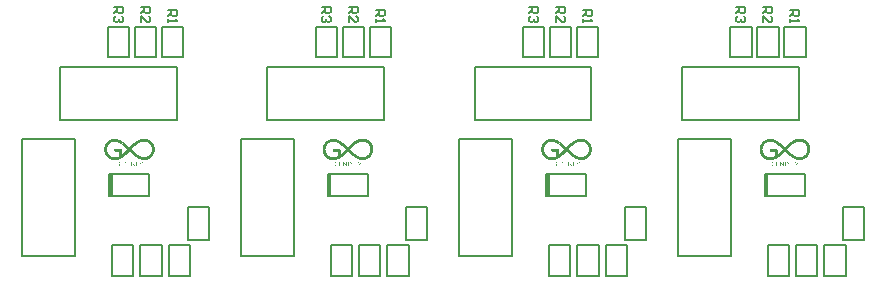
<source format=gto>
G04*
G04 #@! TF.GenerationSoftware,Altium Limited,Altium Designer,20.1.8 (145)*
G04*
G04 Layer_Color=65535*
%FSLAX25Y25*%
%MOIN*%
G70*
G04*
G04 #@! TF.SameCoordinates,412804ED-27A4-4B33-A170-4839FA9A990F*
G04*
G04*
G04 #@! TF.FilePolarity,Positive*
G04*
G01*
G75*
%ADD25C,0.00787*%
%ADD26R,0.01181X0.07480*%
%ADD27C,0.00500*%
G36*
X252050Y58171D02*
X252282D01*
Y58148D01*
X252422D01*
Y58125D01*
X252538D01*
Y58102D01*
X252654D01*
Y58078D01*
X252747D01*
Y58055D01*
X252817D01*
Y58032D01*
X252910D01*
Y58009D01*
X252980D01*
Y57986D01*
X253049D01*
Y57962D01*
X253119D01*
Y57939D01*
X253189D01*
Y57916D01*
X253235D01*
Y57893D01*
X253305D01*
Y57869D01*
X253352D01*
Y57846D01*
X253421D01*
Y57823D01*
X253468D01*
Y57800D01*
X253514D01*
Y57776D01*
X253561D01*
Y57753D01*
X253607D01*
Y57730D01*
X253654D01*
Y57707D01*
X253700D01*
Y57683D01*
X253747D01*
Y57660D01*
X253793D01*
Y57637D01*
X253840D01*
Y57614D01*
X253886D01*
Y57590D01*
X253933D01*
Y57567D01*
X253979D01*
Y57544D01*
X254026D01*
Y57521D01*
X254049D01*
Y57497D01*
X254096D01*
Y57474D01*
X254142D01*
Y57451D01*
X254165D01*
Y57428D01*
X254212D01*
Y57404D01*
X254258D01*
Y57381D01*
X254282D01*
Y57358D01*
X254305D01*
Y57335D01*
X254328D01*
Y57311D01*
X254351D01*
Y57288D01*
X254375D01*
Y57265D01*
X254398D01*
Y57242D01*
X254421D01*
Y57218D01*
Y57195D01*
X254444D01*
Y57172D01*
Y57149D01*
Y57125D01*
X254468D01*
Y57102D01*
Y57079D01*
Y57056D01*
Y57032D01*
X254491D01*
Y57009D01*
Y56986D01*
Y56963D01*
Y56939D01*
Y56916D01*
X254468D01*
Y56893D01*
Y56870D01*
Y56846D01*
Y56823D01*
X254444D01*
Y56800D01*
Y56777D01*
X254421D01*
Y56753D01*
Y56730D01*
X254398D01*
Y56707D01*
X254375D01*
Y56684D01*
Y56660D01*
X254351D01*
Y56637D01*
X254328D01*
Y56614D01*
X254282D01*
Y56591D01*
X254258D01*
Y56567D01*
X254212D01*
Y56544D01*
X254142D01*
Y56521D01*
X254026D01*
Y56498D01*
X254003D01*
Y56521D01*
X253863D01*
Y56544D01*
X253817D01*
Y56567D01*
X253770D01*
Y56591D01*
X253724D01*
Y56614D01*
X253677D01*
Y56637D01*
X253654D01*
Y56660D01*
X253607D01*
Y56684D01*
X253561D01*
Y56707D01*
X253538D01*
Y56730D01*
X253491D01*
Y56753D01*
X253445D01*
Y56777D01*
X253398D01*
Y56800D01*
X253352D01*
Y56823D01*
X253305D01*
Y56846D01*
X253259D01*
Y56870D01*
X253212D01*
Y56893D01*
X253166D01*
Y56916D01*
X253119D01*
Y56939D01*
X253073D01*
Y56963D01*
X253026D01*
Y56986D01*
X252956D01*
Y57009D01*
X252910D01*
Y57032D01*
X252840D01*
Y57056D01*
X252770D01*
Y57079D01*
X252701D01*
Y57102D01*
X252631D01*
Y57125D01*
X252561D01*
Y57149D01*
X252468D01*
Y57172D01*
X252352D01*
Y57195D01*
X252212D01*
Y57218D01*
X252026D01*
Y57242D01*
X251631D01*
Y57218D01*
X251422D01*
Y57195D01*
X251306D01*
Y57172D01*
X251213D01*
Y57149D01*
X251120D01*
Y57125D01*
X251050D01*
Y57102D01*
X251004D01*
Y57079D01*
X250934D01*
Y57056D01*
X250887D01*
Y57032D01*
X250817D01*
Y57009D01*
X250771D01*
Y56986D01*
X250725D01*
Y56963D01*
X250678D01*
Y56939D01*
X250655D01*
Y56916D01*
X250608D01*
Y56893D01*
X250562D01*
Y56870D01*
X250515D01*
Y56846D01*
X250492D01*
Y56823D01*
X250446D01*
Y56800D01*
X250422D01*
Y56777D01*
X250376D01*
Y56753D01*
X250353D01*
Y56730D01*
X250329D01*
Y56707D01*
X250283D01*
Y56684D01*
X250259D01*
Y56660D01*
X250236D01*
Y56637D01*
X250213D01*
Y56614D01*
X250167D01*
Y56591D01*
X250143D01*
Y56567D01*
X250120D01*
Y56544D01*
X250097D01*
Y56521D01*
X250074D01*
Y56498D01*
X250050D01*
Y56474D01*
X250027D01*
Y56451D01*
X250004D01*
Y56428D01*
X249980D01*
Y56405D01*
X249957D01*
Y56381D01*
X249934D01*
Y56358D01*
X249911D01*
Y56335D01*
Y56312D01*
X249887D01*
Y56288D01*
X249864D01*
Y56265D01*
X249841D01*
Y56242D01*
X249818D01*
Y56219D01*
Y56195D01*
X249795D01*
Y56172D01*
X249771D01*
Y56149D01*
X249748D01*
Y56126D01*
Y56102D01*
X249725D01*
Y56079D01*
X249701D01*
Y56056D01*
Y56033D01*
X249678D01*
Y56009D01*
X249655D01*
Y55986D01*
Y55963D01*
X249632D01*
Y55940D01*
Y55916D01*
X249608D01*
Y55893D01*
X249585D01*
Y55870D01*
Y55847D01*
X249562D01*
Y55823D01*
Y55800D01*
X249539D01*
Y55777D01*
Y55754D01*
X249516D01*
Y55730D01*
Y55707D01*
X249492D01*
Y55684D01*
Y55661D01*
Y55637D01*
X249469D01*
Y55614D01*
Y55591D01*
X249446D01*
Y55568D01*
Y55544D01*
Y55521D01*
X249423D01*
Y55498D01*
Y55475D01*
X249399D01*
Y55451D01*
Y55428D01*
Y55405D01*
X249376D01*
Y55382D01*
Y55358D01*
Y55335D01*
Y55312D01*
X249353D01*
Y55289D01*
Y55265D01*
Y55242D01*
Y55219D01*
X249329D01*
Y55196D01*
Y55172D01*
Y55149D01*
Y55126D01*
Y55103D01*
X249306D01*
Y55079D01*
Y55056D01*
Y55033D01*
Y55010D01*
Y54986D01*
Y54963D01*
X249283D01*
Y54940D01*
Y54917D01*
Y54893D01*
Y54870D01*
Y54847D01*
Y54824D01*
Y54800D01*
Y54777D01*
Y54754D01*
Y54731D01*
Y54707D01*
Y54684D01*
Y54661D01*
Y54638D01*
X249260D01*
Y54614D01*
Y54591D01*
Y54568D01*
X249283D01*
Y54545D01*
Y54521D01*
Y54498D01*
Y54475D01*
Y54452D01*
Y54428D01*
Y54405D01*
Y54382D01*
Y54359D01*
Y54335D01*
Y54312D01*
Y54289D01*
Y54266D01*
Y54242D01*
X249306D01*
Y54219D01*
Y54196D01*
Y54173D01*
Y54149D01*
Y54126D01*
Y54103D01*
Y54080D01*
X249329D01*
Y54056D01*
Y54033D01*
Y54010D01*
Y53987D01*
X249353D01*
Y53964D01*
Y53940D01*
Y53917D01*
Y53894D01*
X249376D01*
Y53870D01*
Y53847D01*
Y53824D01*
Y53801D01*
X249399D01*
Y53777D01*
Y53754D01*
Y53731D01*
X249423D01*
Y53708D01*
Y53685D01*
Y53661D01*
X249446D01*
Y53638D01*
Y53615D01*
X249469D01*
Y53592D01*
Y53568D01*
X249492D01*
Y53545D01*
Y53522D01*
Y53499D01*
X249516D01*
Y53475D01*
Y53452D01*
X249539D01*
Y53429D01*
Y53405D01*
X249562D01*
Y53382D01*
Y53359D01*
X249585D01*
Y53336D01*
Y53312D01*
X249608D01*
Y53289D01*
X249632D01*
Y53266D01*
Y53243D01*
X249655D01*
Y53219D01*
Y53196D01*
X249678D01*
Y53173D01*
X249701D01*
Y53150D01*
Y53127D01*
X249725D01*
Y53103D01*
X249748D01*
Y53080D01*
Y53057D01*
X249771D01*
Y53034D01*
X249795D01*
Y53010D01*
X249818D01*
Y52987D01*
Y52964D01*
X249841D01*
Y52940D01*
X249864D01*
Y52917D01*
X249887D01*
Y52894D01*
X249911D01*
Y52871D01*
X249934D01*
Y52847D01*
Y52824D01*
X249957D01*
Y52801D01*
X249980D01*
Y52778D01*
X250004D01*
Y52754D01*
X250027D01*
Y52731D01*
X250050D01*
Y52708D01*
X250074D01*
Y52685D01*
X250120D01*
Y52662D01*
X250143D01*
Y52638D01*
X250167D01*
Y52615D01*
X250190D01*
Y52592D01*
X250213D01*
Y52569D01*
X250236D01*
Y52545D01*
X250283D01*
Y52522D01*
X250306D01*
Y52499D01*
X250329D01*
Y52476D01*
X250376D01*
Y52452D01*
X250399D01*
Y52429D01*
X250446D01*
Y52406D01*
X250469D01*
Y52382D01*
X250515D01*
Y52359D01*
X250562D01*
Y52336D01*
X250608D01*
Y52313D01*
X250655D01*
Y52289D01*
X250701D01*
Y52266D01*
X250748D01*
Y52243D01*
X250794D01*
Y52220D01*
X250841D01*
Y52197D01*
X250910D01*
Y52173D01*
X250980D01*
Y52150D01*
X251050D01*
Y52127D01*
X251120D01*
Y52104D01*
X251213D01*
Y52080D01*
X251329D01*
Y52057D01*
X251492D01*
Y52034D01*
X251794D01*
Y52011D01*
X251980D01*
Y52034D01*
X252282D01*
Y52057D01*
X252445D01*
Y52080D01*
X252561D01*
Y52104D01*
X252654D01*
Y52127D01*
X252747D01*
Y52150D01*
X252840D01*
Y52173D01*
X252910D01*
Y52197D01*
X252980D01*
Y52220D01*
X253026D01*
Y52243D01*
X253096D01*
Y52266D01*
X253142D01*
Y52289D01*
X253212D01*
Y52313D01*
X253259D01*
Y52336D01*
X253305D01*
Y52359D01*
X253352D01*
Y52382D01*
Y52406D01*
Y52429D01*
Y52452D01*
Y52476D01*
Y52499D01*
Y52522D01*
Y52545D01*
Y52569D01*
Y52592D01*
Y52615D01*
Y52638D01*
Y52662D01*
Y52685D01*
Y52708D01*
Y52731D01*
Y52754D01*
Y52778D01*
Y52801D01*
Y52824D01*
Y52847D01*
Y52871D01*
Y52894D01*
Y52917D01*
Y52940D01*
Y52964D01*
Y52987D01*
Y53010D01*
Y53034D01*
Y53057D01*
Y53080D01*
Y53103D01*
Y53127D01*
Y53150D01*
Y53173D01*
Y53196D01*
Y53219D01*
Y53243D01*
Y53266D01*
Y53289D01*
Y53312D01*
Y53336D01*
Y53359D01*
Y53382D01*
Y53405D01*
Y53429D01*
Y53452D01*
Y53475D01*
Y53499D01*
Y53522D01*
Y53545D01*
Y53568D01*
Y53592D01*
Y53615D01*
Y53638D01*
Y53661D01*
Y53685D01*
Y53708D01*
Y53731D01*
Y53754D01*
Y53777D01*
Y53801D01*
Y53824D01*
Y53847D01*
X253328D01*
Y53870D01*
X251980D01*
Y53894D01*
X251933D01*
Y53917D01*
X251887D01*
Y53940D01*
X251840D01*
Y53964D01*
X251817D01*
Y53987D01*
X251794D01*
Y54010D01*
X251771D01*
Y54033D01*
X251747D01*
Y54056D01*
X251724D01*
Y54080D01*
X251701D01*
Y54103D01*
Y54126D01*
X251678D01*
Y54149D01*
Y54173D01*
X251654D01*
Y54196D01*
Y54219D01*
Y54242D01*
Y54266D01*
X251631D01*
Y54289D01*
Y54312D01*
Y54335D01*
Y54359D01*
Y54382D01*
Y54405D01*
X251654D01*
Y54428D01*
Y54452D01*
Y54475D01*
Y54498D01*
X251678D01*
Y54521D01*
Y54545D01*
X251701D01*
Y54568D01*
Y54591D01*
X251724D01*
Y54614D01*
Y54638D01*
X251747D01*
Y54661D01*
X251771D01*
Y54684D01*
X251794D01*
Y54707D01*
X251840D01*
Y54731D01*
X251864D01*
Y54754D01*
X251910D01*
Y54777D01*
X251957D01*
Y54800D01*
X252073D01*
Y54824D01*
X253863D01*
Y54800D01*
X253956D01*
Y54777D01*
X254026D01*
Y54754D01*
X254072D01*
Y54731D01*
X254096D01*
Y54707D01*
X254119D01*
Y54684D01*
X254165D01*
Y54661D01*
Y54638D01*
X254189D01*
Y54614D01*
X254212D01*
Y54591D01*
X254235D01*
Y54568D01*
Y54545D01*
X254258D01*
Y54521D01*
Y54498D01*
Y54475D01*
X254282D01*
Y54452D01*
Y54428D01*
Y54405D01*
Y54382D01*
Y54359D01*
X254305D01*
Y54335D01*
Y54312D01*
Y54289D01*
Y54266D01*
Y54242D01*
Y54219D01*
Y54196D01*
Y54173D01*
Y54149D01*
Y54126D01*
Y54103D01*
Y54080D01*
Y54056D01*
Y54033D01*
Y54010D01*
Y53987D01*
Y53964D01*
Y53940D01*
Y53917D01*
Y53894D01*
Y53870D01*
Y53847D01*
Y53824D01*
Y53801D01*
Y53777D01*
Y53754D01*
Y53731D01*
Y53708D01*
Y53685D01*
Y53661D01*
Y53638D01*
Y53615D01*
Y53592D01*
Y53568D01*
Y53545D01*
Y53522D01*
Y53499D01*
Y53475D01*
Y53452D01*
Y53429D01*
Y53405D01*
Y53382D01*
Y53359D01*
Y53336D01*
Y53312D01*
Y53289D01*
Y53266D01*
Y53243D01*
Y53219D01*
Y53196D01*
Y53173D01*
Y53150D01*
Y53127D01*
Y53103D01*
Y53080D01*
Y53057D01*
Y53034D01*
Y53010D01*
Y52987D01*
Y52964D01*
Y52940D01*
Y52917D01*
Y52894D01*
Y52871D01*
Y52847D01*
Y52824D01*
Y52801D01*
Y52778D01*
Y52754D01*
Y52731D01*
Y52708D01*
Y52685D01*
Y52662D01*
Y52638D01*
Y52615D01*
Y52592D01*
Y52569D01*
Y52545D01*
Y52522D01*
Y52499D01*
Y52476D01*
Y52452D01*
Y52429D01*
Y52406D01*
Y52382D01*
Y52359D01*
Y52336D01*
Y52313D01*
Y52289D01*
Y52266D01*
Y52243D01*
Y52220D01*
Y52197D01*
Y52173D01*
Y52150D01*
Y52127D01*
Y52104D01*
Y52080D01*
Y52057D01*
X254282D01*
Y52034D01*
Y52011D01*
Y51987D01*
Y51964D01*
Y51941D01*
X254258D01*
Y51917D01*
Y51894D01*
Y51871D01*
X254235D01*
Y51848D01*
Y51824D01*
X254212D01*
Y51801D01*
X254189D01*
Y51778D01*
Y51755D01*
X254165D01*
Y51731D01*
X254142D01*
Y51708D01*
X254096D01*
Y51685D01*
X254072D01*
Y51662D01*
X254026D01*
Y51639D01*
X253979D01*
Y51615D01*
X253933D01*
Y51592D01*
X253886D01*
Y51569D01*
X253840D01*
Y51546D01*
X253793D01*
Y51522D01*
X253747D01*
Y51499D01*
X253700D01*
Y51476D01*
X253654D01*
Y51452D01*
X253607D01*
Y51429D01*
X253538D01*
Y51406D01*
X253491D01*
Y51383D01*
X253421D01*
Y51360D01*
X253375D01*
Y51336D01*
X253305D01*
Y51313D01*
X253235D01*
Y51290D01*
X253166D01*
Y51267D01*
X253096D01*
Y51243D01*
X253026D01*
Y51220D01*
X252933D01*
Y51197D01*
X252840D01*
Y51174D01*
X252747D01*
Y51150D01*
X252631D01*
Y51127D01*
X252491D01*
Y51104D01*
X252305D01*
Y51081D01*
X251468D01*
Y51104D01*
X251283D01*
Y51127D01*
X251143D01*
Y51150D01*
X251050D01*
Y51174D01*
X250934D01*
Y51197D01*
X250864D01*
Y51220D01*
X250771D01*
Y51243D01*
X250701D01*
Y51267D01*
X250631D01*
Y51290D01*
X250562D01*
Y51313D01*
X250515D01*
Y51336D01*
X250446D01*
Y51360D01*
X250399D01*
Y51383D01*
X250353D01*
Y51406D01*
X250306D01*
Y51429D01*
X250236D01*
Y51452D01*
X250190D01*
Y51476D01*
X250167D01*
Y51499D01*
X250120D01*
Y51522D01*
X250074D01*
Y51546D01*
X250027D01*
Y51569D01*
X250004D01*
Y51592D01*
X249957D01*
Y51615D01*
X249911D01*
Y51639D01*
X249887D01*
Y51662D01*
X249841D01*
Y51685D01*
X249818D01*
Y51708D01*
X249771D01*
Y51731D01*
X249748D01*
Y51755D01*
X249725D01*
Y51778D01*
X249678D01*
Y51801D01*
X249655D01*
Y51824D01*
X249632D01*
Y51848D01*
X249608D01*
Y51871D01*
X249562D01*
Y51894D01*
X249539D01*
Y51917D01*
X249516D01*
Y51941D01*
X249492D01*
Y51964D01*
X249469D01*
Y51987D01*
X249446D01*
Y52011D01*
X249423D01*
Y52034D01*
X249399D01*
Y52057D01*
X249376D01*
Y52080D01*
X249353D01*
Y52104D01*
X249329D01*
Y52127D01*
X249306D01*
Y52150D01*
X249283D01*
Y52173D01*
X249260D01*
Y52197D01*
X249236D01*
Y52220D01*
X249213D01*
Y52243D01*
X249190D01*
Y52266D01*
X249167D01*
Y52289D01*
Y52313D01*
X249144D01*
Y52336D01*
X249120D01*
Y52359D01*
X249097D01*
Y52382D01*
X249074D01*
Y52406D01*
X249050D01*
Y52429D01*
Y52452D01*
X249027D01*
Y52476D01*
X249004D01*
Y52499D01*
Y52522D01*
X248981D01*
Y52545D01*
X248957D01*
Y52569D01*
X248934D01*
Y52592D01*
Y52615D01*
X248911D01*
Y52638D01*
X248888D01*
Y52662D01*
Y52685D01*
X248865D01*
Y52708D01*
Y52731D01*
X248841D01*
Y52754D01*
X248818D01*
Y52778D01*
Y52801D01*
X248795D01*
Y52824D01*
Y52847D01*
X248772D01*
Y52871D01*
X248748D01*
Y52894D01*
Y52917D01*
X248725D01*
Y52940D01*
Y52964D01*
X248702D01*
Y52987D01*
Y53010D01*
X248678D01*
Y53034D01*
Y53057D01*
X248655D01*
Y53080D01*
Y53103D01*
X248632D01*
Y53127D01*
Y53150D01*
Y53173D01*
X248609D01*
Y53196D01*
Y53219D01*
X248586D01*
Y53243D01*
Y53266D01*
X248562D01*
Y53289D01*
Y53312D01*
Y53336D01*
X248539D01*
Y53359D01*
Y53382D01*
Y53405D01*
X248516D01*
Y53429D01*
Y53452D01*
Y53475D01*
X248493D01*
Y53499D01*
Y53522D01*
Y53545D01*
X248469D01*
Y53568D01*
Y53592D01*
Y53615D01*
X248446D01*
Y53638D01*
Y53661D01*
Y53685D01*
Y53708D01*
X248423D01*
Y53731D01*
Y53754D01*
Y53777D01*
Y53801D01*
X248400D01*
Y53824D01*
Y53847D01*
Y53870D01*
Y53894D01*
Y53917D01*
X248376D01*
Y53940D01*
Y53964D01*
Y53987D01*
Y54010D01*
Y54033D01*
Y54056D01*
X248353D01*
Y54080D01*
Y54103D01*
Y54126D01*
Y54149D01*
Y54173D01*
Y54196D01*
Y54219D01*
X248330D01*
Y54242D01*
Y54266D01*
Y54289D01*
Y54312D01*
Y54335D01*
Y54359D01*
Y54382D01*
Y54405D01*
Y54428D01*
Y54452D01*
Y54475D01*
Y54498D01*
Y54521D01*
Y54545D01*
Y54568D01*
Y54591D01*
Y54614D01*
Y54638D01*
Y54661D01*
Y54684D01*
Y54707D01*
Y54731D01*
Y54754D01*
Y54777D01*
Y54800D01*
Y54824D01*
Y54847D01*
Y54870D01*
Y54893D01*
Y54917D01*
Y54940D01*
Y54963D01*
X248353D01*
Y54986D01*
Y55010D01*
Y55033D01*
Y55056D01*
Y55079D01*
Y55103D01*
Y55126D01*
Y55149D01*
X248376D01*
Y55172D01*
Y55196D01*
Y55219D01*
Y55242D01*
Y55265D01*
Y55289D01*
X248400D01*
Y55312D01*
Y55335D01*
Y55358D01*
Y55382D01*
Y55405D01*
X248423D01*
Y55428D01*
Y55451D01*
Y55475D01*
Y55498D01*
X248446D01*
Y55521D01*
Y55544D01*
Y55568D01*
Y55591D01*
X248469D01*
Y55614D01*
Y55637D01*
Y55661D01*
X248493D01*
Y55684D01*
Y55707D01*
Y55730D01*
X248516D01*
Y55754D01*
Y55777D01*
Y55800D01*
X248539D01*
Y55823D01*
Y55847D01*
Y55870D01*
X248562D01*
Y55893D01*
Y55916D01*
Y55940D01*
X248586D01*
Y55963D01*
Y55986D01*
X248609D01*
Y56009D01*
Y56033D01*
X248632D01*
Y56056D01*
Y56079D01*
Y56102D01*
X248655D01*
Y56126D01*
Y56149D01*
X248678D01*
Y56172D01*
Y56195D01*
X248702D01*
Y56219D01*
Y56242D01*
X248725D01*
Y56265D01*
Y56288D01*
X248748D01*
Y56312D01*
Y56335D01*
X248772D01*
Y56358D01*
X248795D01*
Y56381D01*
Y56405D01*
X248818D01*
Y56428D01*
Y56451D01*
X248841D01*
Y56474D01*
Y56498D01*
X248865D01*
Y56521D01*
X248888D01*
Y56544D01*
Y56567D01*
X248911D01*
Y56591D01*
X248934D01*
Y56614D01*
Y56637D01*
X248957D01*
Y56660D01*
X248981D01*
Y56684D01*
Y56707D01*
X249004D01*
Y56730D01*
X249027D01*
Y56753D01*
X249050D01*
Y56777D01*
Y56800D01*
X249074D01*
Y56823D01*
X249097D01*
Y56846D01*
X249120D01*
Y56870D01*
X249144D01*
Y56893D01*
Y56916D01*
X249167D01*
Y56939D01*
X249190D01*
Y56963D01*
X249213D01*
Y56986D01*
X249236D01*
Y57009D01*
X249260D01*
Y57032D01*
X249283D01*
Y57056D01*
X249306D01*
Y57079D01*
X249329D01*
Y57102D01*
X249353D01*
Y57125D01*
X249376D01*
Y57149D01*
X249399D01*
Y57172D01*
X249423D01*
Y57195D01*
X249446D01*
Y57218D01*
X249469D01*
Y57242D01*
X249492D01*
Y57265D01*
X249516D01*
Y57288D01*
X249539D01*
Y57311D01*
X249562D01*
Y57335D01*
X249585D01*
Y57358D01*
X249608D01*
Y57381D01*
X249655D01*
Y57404D01*
X249678D01*
Y57428D01*
X249701D01*
Y57451D01*
X249725D01*
Y57474D01*
X249771D01*
Y57497D01*
X249795D01*
Y57521D01*
X249841D01*
Y57544D01*
X249864D01*
Y57567D01*
X249887D01*
Y57590D01*
X249934D01*
Y57614D01*
X249957D01*
Y57637D01*
X250004D01*
Y57660D01*
X250050D01*
Y57683D01*
X250074D01*
Y57707D01*
X250120D01*
Y57730D01*
X250167D01*
Y57753D01*
X250190D01*
Y57776D01*
X250236D01*
Y57800D01*
X250283D01*
Y57823D01*
X250329D01*
Y57846D01*
X250376D01*
Y57869D01*
X250446D01*
Y57893D01*
X250492D01*
Y57916D01*
X250538D01*
Y57939D01*
X250608D01*
Y57962D01*
X250655D01*
Y57986D01*
X250725D01*
Y58009D01*
X250794D01*
Y58032D01*
X250864D01*
Y58055D01*
X250934D01*
Y58078D01*
X251027D01*
Y58102D01*
X251120D01*
Y58125D01*
X251236D01*
Y58148D01*
X251399D01*
Y58171D01*
X251608D01*
Y58195D01*
X252050D01*
Y58171D01*
D02*
G37*
G36*
X179215D02*
X179447D01*
Y58148D01*
X179587D01*
Y58125D01*
X179703D01*
Y58102D01*
X179820D01*
Y58078D01*
X179912D01*
Y58055D01*
X179982D01*
Y58032D01*
X180075D01*
Y58009D01*
X180145D01*
Y57986D01*
X180215D01*
Y57962D01*
X180285D01*
Y57939D01*
X180354D01*
Y57916D01*
X180401D01*
Y57893D01*
X180471D01*
Y57869D01*
X180517D01*
Y57846D01*
X180587D01*
Y57823D01*
X180633D01*
Y57800D01*
X180680D01*
Y57776D01*
X180726D01*
Y57753D01*
X180773D01*
Y57730D01*
X180819D01*
Y57707D01*
X180866D01*
Y57683D01*
X180912D01*
Y57660D01*
X180959D01*
Y57637D01*
X181005D01*
Y57614D01*
X181052D01*
Y57590D01*
X181098D01*
Y57567D01*
X181145D01*
Y57544D01*
X181191D01*
Y57521D01*
X181214D01*
Y57497D01*
X181261D01*
Y57474D01*
X181307D01*
Y57451D01*
X181331D01*
Y57428D01*
X181377D01*
Y57404D01*
X181424D01*
Y57381D01*
X181447D01*
Y57358D01*
X181470D01*
Y57335D01*
X181493D01*
Y57311D01*
X181517D01*
Y57288D01*
X181540D01*
Y57265D01*
X181563D01*
Y57242D01*
X181586D01*
Y57218D01*
Y57195D01*
X181610D01*
Y57172D01*
Y57149D01*
Y57125D01*
X181633D01*
Y57102D01*
Y57079D01*
Y57056D01*
Y57032D01*
X181656D01*
Y57009D01*
Y56986D01*
Y56963D01*
Y56939D01*
Y56916D01*
X181633D01*
Y56893D01*
Y56870D01*
Y56846D01*
Y56823D01*
X181610D01*
Y56800D01*
Y56777D01*
X181586D01*
Y56753D01*
Y56730D01*
X181563D01*
Y56707D01*
X181540D01*
Y56684D01*
Y56660D01*
X181517D01*
Y56637D01*
X181493D01*
Y56614D01*
X181447D01*
Y56591D01*
X181424D01*
Y56567D01*
X181377D01*
Y56544D01*
X181307D01*
Y56521D01*
X181191D01*
Y56498D01*
X181168D01*
Y56521D01*
X181028D01*
Y56544D01*
X180982D01*
Y56567D01*
X180935D01*
Y56591D01*
X180889D01*
Y56614D01*
X180842D01*
Y56637D01*
X180819D01*
Y56660D01*
X180773D01*
Y56684D01*
X180726D01*
Y56707D01*
X180703D01*
Y56730D01*
X180657D01*
Y56753D01*
X180610D01*
Y56777D01*
X180563D01*
Y56800D01*
X180517D01*
Y56823D01*
X180471D01*
Y56846D01*
X180424D01*
Y56870D01*
X180377D01*
Y56893D01*
X180331D01*
Y56916D01*
X180285D01*
Y56939D01*
X180238D01*
Y56963D01*
X180192D01*
Y56986D01*
X180122D01*
Y57009D01*
X180075D01*
Y57032D01*
X180006D01*
Y57056D01*
X179936D01*
Y57079D01*
X179866D01*
Y57102D01*
X179796D01*
Y57125D01*
X179727D01*
Y57149D01*
X179633D01*
Y57172D01*
X179517D01*
Y57195D01*
X179378D01*
Y57218D01*
X179192D01*
Y57242D01*
X178797D01*
Y57218D01*
X178587D01*
Y57195D01*
X178471D01*
Y57172D01*
X178378D01*
Y57149D01*
X178285D01*
Y57125D01*
X178215D01*
Y57102D01*
X178169D01*
Y57079D01*
X178099D01*
Y57056D01*
X178053D01*
Y57032D01*
X177983D01*
Y57009D01*
X177936D01*
Y56986D01*
X177890D01*
Y56963D01*
X177843D01*
Y56939D01*
X177820D01*
Y56916D01*
X177774D01*
Y56893D01*
X177727D01*
Y56870D01*
X177681D01*
Y56846D01*
X177657D01*
Y56823D01*
X177611D01*
Y56800D01*
X177588D01*
Y56777D01*
X177541D01*
Y56753D01*
X177518D01*
Y56730D01*
X177495D01*
Y56707D01*
X177448D01*
Y56684D01*
X177425D01*
Y56660D01*
X177402D01*
Y56637D01*
X177378D01*
Y56614D01*
X177332D01*
Y56591D01*
X177309D01*
Y56567D01*
X177285D01*
Y56544D01*
X177262D01*
Y56521D01*
X177239D01*
Y56498D01*
X177216D01*
Y56474D01*
X177192D01*
Y56451D01*
X177169D01*
Y56428D01*
X177146D01*
Y56405D01*
X177123D01*
Y56381D01*
X177099D01*
Y56358D01*
X177076D01*
Y56335D01*
Y56312D01*
X177053D01*
Y56288D01*
X177030D01*
Y56265D01*
X177006D01*
Y56242D01*
X176983D01*
Y56219D01*
Y56195D01*
X176960D01*
Y56172D01*
X176937D01*
Y56149D01*
X176913D01*
Y56126D01*
Y56102D01*
X176890D01*
Y56079D01*
X176867D01*
Y56056D01*
Y56033D01*
X176844D01*
Y56009D01*
X176820D01*
Y55986D01*
Y55963D01*
X176797D01*
Y55940D01*
Y55916D01*
X176774D01*
Y55893D01*
X176751D01*
Y55870D01*
Y55847D01*
X176727D01*
Y55823D01*
Y55800D01*
X176704D01*
Y55777D01*
Y55754D01*
X176681D01*
Y55730D01*
Y55707D01*
X176658D01*
Y55684D01*
Y55661D01*
Y55637D01*
X176634D01*
Y55614D01*
Y55591D01*
X176611D01*
Y55568D01*
Y55544D01*
Y55521D01*
X176588D01*
Y55498D01*
Y55475D01*
X176565D01*
Y55451D01*
Y55428D01*
Y55405D01*
X176541D01*
Y55382D01*
Y55358D01*
Y55335D01*
Y55312D01*
X176518D01*
Y55289D01*
Y55265D01*
Y55242D01*
Y55219D01*
X176495D01*
Y55196D01*
Y55172D01*
Y55149D01*
Y55126D01*
Y55103D01*
X176472D01*
Y55079D01*
Y55056D01*
Y55033D01*
Y55010D01*
Y54986D01*
Y54963D01*
X176448D01*
Y54940D01*
Y54917D01*
Y54893D01*
Y54870D01*
Y54847D01*
Y54824D01*
Y54800D01*
Y54777D01*
Y54754D01*
Y54731D01*
Y54707D01*
Y54684D01*
Y54661D01*
Y54638D01*
X176425D01*
Y54614D01*
Y54591D01*
Y54568D01*
X176448D01*
Y54545D01*
Y54521D01*
Y54498D01*
Y54475D01*
Y54452D01*
Y54428D01*
Y54405D01*
Y54382D01*
Y54359D01*
Y54335D01*
Y54312D01*
Y54289D01*
Y54266D01*
Y54242D01*
X176472D01*
Y54219D01*
Y54196D01*
Y54173D01*
Y54149D01*
Y54126D01*
Y54103D01*
Y54080D01*
X176495D01*
Y54056D01*
Y54033D01*
Y54010D01*
Y53987D01*
X176518D01*
Y53964D01*
Y53940D01*
Y53917D01*
Y53894D01*
X176541D01*
Y53870D01*
Y53847D01*
Y53824D01*
Y53801D01*
X176565D01*
Y53777D01*
Y53754D01*
Y53731D01*
X176588D01*
Y53708D01*
Y53685D01*
Y53661D01*
X176611D01*
Y53638D01*
Y53615D01*
X176634D01*
Y53592D01*
Y53568D01*
X176658D01*
Y53545D01*
Y53522D01*
Y53499D01*
X176681D01*
Y53475D01*
Y53452D01*
X176704D01*
Y53429D01*
Y53405D01*
X176727D01*
Y53382D01*
Y53359D01*
X176751D01*
Y53336D01*
Y53312D01*
X176774D01*
Y53289D01*
X176797D01*
Y53266D01*
Y53243D01*
X176820D01*
Y53219D01*
Y53196D01*
X176844D01*
Y53173D01*
X176867D01*
Y53150D01*
Y53127D01*
X176890D01*
Y53103D01*
X176913D01*
Y53080D01*
Y53057D01*
X176937D01*
Y53034D01*
X176960D01*
Y53010D01*
X176983D01*
Y52987D01*
Y52964D01*
X177006D01*
Y52940D01*
X177030D01*
Y52917D01*
X177053D01*
Y52894D01*
X177076D01*
Y52871D01*
X177099D01*
Y52847D01*
Y52824D01*
X177123D01*
Y52801D01*
X177146D01*
Y52778D01*
X177169D01*
Y52754D01*
X177192D01*
Y52731D01*
X177216D01*
Y52708D01*
X177239D01*
Y52685D01*
X177285D01*
Y52662D01*
X177309D01*
Y52638D01*
X177332D01*
Y52615D01*
X177355D01*
Y52592D01*
X177378D01*
Y52569D01*
X177402D01*
Y52545D01*
X177448D01*
Y52522D01*
X177471D01*
Y52499D01*
X177495D01*
Y52476D01*
X177541D01*
Y52452D01*
X177564D01*
Y52429D01*
X177611D01*
Y52406D01*
X177634D01*
Y52382D01*
X177681D01*
Y52359D01*
X177727D01*
Y52336D01*
X177774D01*
Y52313D01*
X177820D01*
Y52289D01*
X177867D01*
Y52266D01*
X177913D01*
Y52243D01*
X177960D01*
Y52220D01*
X178006D01*
Y52197D01*
X178076D01*
Y52173D01*
X178146D01*
Y52150D01*
X178215D01*
Y52127D01*
X178285D01*
Y52104D01*
X178378D01*
Y52080D01*
X178494D01*
Y52057D01*
X178657D01*
Y52034D01*
X178959D01*
Y52011D01*
X179145D01*
Y52034D01*
X179447D01*
Y52057D01*
X179610D01*
Y52080D01*
X179727D01*
Y52104D01*
X179820D01*
Y52127D01*
X179912D01*
Y52150D01*
X180006D01*
Y52173D01*
X180075D01*
Y52197D01*
X180145D01*
Y52220D01*
X180192D01*
Y52243D01*
X180261D01*
Y52266D01*
X180308D01*
Y52289D01*
X180377D01*
Y52313D01*
X180424D01*
Y52336D01*
X180471D01*
Y52359D01*
X180517D01*
Y52382D01*
Y52406D01*
Y52429D01*
Y52452D01*
Y52476D01*
Y52499D01*
Y52522D01*
Y52545D01*
Y52569D01*
Y52592D01*
Y52615D01*
Y52638D01*
Y52662D01*
Y52685D01*
Y52708D01*
Y52731D01*
Y52754D01*
Y52778D01*
Y52801D01*
Y52824D01*
Y52847D01*
Y52871D01*
Y52894D01*
Y52917D01*
Y52940D01*
Y52964D01*
Y52987D01*
Y53010D01*
Y53034D01*
Y53057D01*
Y53080D01*
Y53103D01*
Y53127D01*
Y53150D01*
Y53173D01*
Y53196D01*
Y53219D01*
Y53243D01*
Y53266D01*
Y53289D01*
Y53312D01*
Y53336D01*
Y53359D01*
Y53382D01*
Y53405D01*
Y53429D01*
Y53452D01*
Y53475D01*
Y53499D01*
Y53522D01*
Y53545D01*
Y53568D01*
Y53592D01*
Y53615D01*
Y53638D01*
Y53661D01*
Y53685D01*
Y53708D01*
Y53731D01*
Y53754D01*
Y53777D01*
Y53801D01*
Y53824D01*
Y53847D01*
X180494D01*
Y53870D01*
X179145D01*
Y53894D01*
X179099D01*
Y53917D01*
X179052D01*
Y53940D01*
X179006D01*
Y53964D01*
X178982D01*
Y53987D01*
X178959D01*
Y54010D01*
X178936D01*
Y54033D01*
X178913D01*
Y54056D01*
X178890D01*
Y54080D01*
X178866D01*
Y54103D01*
Y54126D01*
X178843D01*
Y54149D01*
Y54173D01*
X178820D01*
Y54196D01*
Y54219D01*
Y54242D01*
Y54266D01*
X178797D01*
Y54289D01*
Y54312D01*
Y54335D01*
Y54359D01*
Y54382D01*
Y54405D01*
X178820D01*
Y54428D01*
Y54452D01*
Y54475D01*
Y54498D01*
X178843D01*
Y54521D01*
Y54545D01*
X178866D01*
Y54568D01*
Y54591D01*
X178890D01*
Y54614D01*
Y54638D01*
X178913D01*
Y54661D01*
X178936D01*
Y54684D01*
X178959D01*
Y54707D01*
X179006D01*
Y54731D01*
X179029D01*
Y54754D01*
X179076D01*
Y54777D01*
X179122D01*
Y54800D01*
X179238D01*
Y54824D01*
X181028D01*
Y54800D01*
X181121D01*
Y54777D01*
X181191D01*
Y54754D01*
X181238D01*
Y54731D01*
X181261D01*
Y54707D01*
X181284D01*
Y54684D01*
X181331D01*
Y54661D01*
Y54638D01*
X181354D01*
Y54614D01*
X181377D01*
Y54591D01*
X181400D01*
Y54568D01*
Y54545D01*
X181424D01*
Y54521D01*
Y54498D01*
Y54475D01*
X181447D01*
Y54452D01*
Y54428D01*
Y54405D01*
Y54382D01*
Y54359D01*
X181470D01*
Y54335D01*
Y54312D01*
Y54289D01*
Y54266D01*
Y54242D01*
Y54219D01*
Y54196D01*
Y54173D01*
Y54149D01*
Y54126D01*
Y54103D01*
Y54080D01*
Y54056D01*
Y54033D01*
Y54010D01*
Y53987D01*
Y53964D01*
Y53940D01*
Y53917D01*
Y53894D01*
Y53870D01*
Y53847D01*
Y53824D01*
Y53801D01*
Y53777D01*
Y53754D01*
Y53731D01*
Y53708D01*
Y53685D01*
Y53661D01*
Y53638D01*
Y53615D01*
Y53592D01*
Y53568D01*
Y53545D01*
Y53522D01*
Y53499D01*
Y53475D01*
Y53452D01*
Y53429D01*
Y53405D01*
Y53382D01*
Y53359D01*
Y53336D01*
Y53312D01*
Y53289D01*
Y53266D01*
Y53243D01*
Y53219D01*
Y53196D01*
Y53173D01*
Y53150D01*
Y53127D01*
Y53103D01*
Y53080D01*
Y53057D01*
Y53034D01*
Y53010D01*
Y52987D01*
Y52964D01*
Y52940D01*
Y52917D01*
Y52894D01*
Y52871D01*
Y52847D01*
Y52824D01*
Y52801D01*
Y52778D01*
Y52754D01*
Y52731D01*
Y52708D01*
Y52685D01*
Y52662D01*
Y52638D01*
Y52615D01*
Y52592D01*
Y52569D01*
Y52545D01*
Y52522D01*
Y52499D01*
Y52476D01*
Y52452D01*
Y52429D01*
Y52406D01*
Y52382D01*
Y52359D01*
Y52336D01*
Y52313D01*
Y52289D01*
Y52266D01*
Y52243D01*
Y52220D01*
Y52197D01*
Y52173D01*
Y52150D01*
Y52127D01*
Y52104D01*
Y52080D01*
Y52057D01*
X181447D01*
Y52034D01*
Y52011D01*
Y51987D01*
Y51964D01*
Y51941D01*
X181424D01*
Y51917D01*
Y51894D01*
Y51871D01*
X181400D01*
Y51848D01*
Y51824D01*
X181377D01*
Y51801D01*
X181354D01*
Y51778D01*
Y51755D01*
X181331D01*
Y51731D01*
X181307D01*
Y51708D01*
X181261D01*
Y51685D01*
X181238D01*
Y51662D01*
X181191D01*
Y51639D01*
X181145D01*
Y51615D01*
X181098D01*
Y51592D01*
X181052D01*
Y51569D01*
X181005D01*
Y51546D01*
X180959D01*
Y51522D01*
X180912D01*
Y51499D01*
X180866D01*
Y51476D01*
X180819D01*
Y51452D01*
X180773D01*
Y51429D01*
X180703D01*
Y51406D01*
X180657D01*
Y51383D01*
X180587D01*
Y51360D01*
X180540D01*
Y51336D01*
X180471D01*
Y51313D01*
X180401D01*
Y51290D01*
X180331D01*
Y51267D01*
X180261D01*
Y51243D01*
X180192D01*
Y51220D01*
X180098D01*
Y51197D01*
X180006D01*
Y51174D01*
X179912D01*
Y51150D01*
X179796D01*
Y51127D01*
X179657D01*
Y51104D01*
X179471D01*
Y51081D01*
X178634D01*
Y51104D01*
X178448D01*
Y51127D01*
X178308D01*
Y51150D01*
X178215D01*
Y51174D01*
X178099D01*
Y51197D01*
X178029D01*
Y51220D01*
X177936D01*
Y51243D01*
X177867D01*
Y51267D01*
X177797D01*
Y51290D01*
X177727D01*
Y51313D01*
X177681D01*
Y51336D01*
X177611D01*
Y51360D01*
X177564D01*
Y51383D01*
X177518D01*
Y51406D01*
X177471D01*
Y51429D01*
X177402D01*
Y51452D01*
X177355D01*
Y51476D01*
X177332D01*
Y51499D01*
X177285D01*
Y51522D01*
X177239D01*
Y51546D01*
X177192D01*
Y51569D01*
X177169D01*
Y51592D01*
X177123D01*
Y51615D01*
X177076D01*
Y51639D01*
X177053D01*
Y51662D01*
X177006D01*
Y51685D01*
X176983D01*
Y51708D01*
X176937D01*
Y51731D01*
X176913D01*
Y51755D01*
X176890D01*
Y51778D01*
X176844D01*
Y51801D01*
X176820D01*
Y51824D01*
X176797D01*
Y51848D01*
X176774D01*
Y51871D01*
X176727D01*
Y51894D01*
X176704D01*
Y51917D01*
X176681D01*
Y51941D01*
X176658D01*
Y51964D01*
X176634D01*
Y51987D01*
X176611D01*
Y52011D01*
X176588D01*
Y52034D01*
X176565D01*
Y52057D01*
X176541D01*
Y52080D01*
X176518D01*
Y52104D01*
X176495D01*
Y52127D01*
X176472D01*
Y52150D01*
X176448D01*
Y52173D01*
X176425D01*
Y52197D01*
X176402D01*
Y52220D01*
X176379D01*
Y52243D01*
X176355D01*
Y52266D01*
X176332D01*
Y52289D01*
Y52313D01*
X176309D01*
Y52336D01*
X176286D01*
Y52359D01*
X176262D01*
Y52382D01*
X176239D01*
Y52406D01*
X176216D01*
Y52429D01*
Y52452D01*
X176193D01*
Y52476D01*
X176169D01*
Y52499D01*
Y52522D01*
X176146D01*
Y52545D01*
X176123D01*
Y52569D01*
X176100D01*
Y52592D01*
Y52615D01*
X176076D01*
Y52638D01*
X176053D01*
Y52662D01*
Y52685D01*
X176030D01*
Y52708D01*
Y52731D01*
X176007D01*
Y52754D01*
X175983D01*
Y52778D01*
Y52801D01*
X175960D01*
Y52824D01*
Y52847D01*
X175937D01*
Y52871D01*
X175914D01*
Y52894D01*
Y52917D01*
X175890D01*
Y52940D01*
Y52964D01*
X175867D01*
Y52987D01*
Y53010D01*
X175844D01*
Y53034D01*
Y53057D01*
X175821D01*
Y53080D01*
Y53103D01*
X175797D01*
Y53127D01*
Y53150D01*
Y53173D01*
X175774D01*
Y53196D01*
Y53219D01*
X175751D01*
Y53243D01*
Y53266D01*
X175728D01*
Y53289D01*
Y53312D01*
Y53336D01*
X175704D01*
Y53359D01*
Y53382D01*
Y53405D01*
X175681D01*
Y53429D01*
Y53452D01*
Y53475D01*
X175658D01*
Y53499D01*
Y53522D01*
Y53545D01*
X175635D01*
Y53568D01*
Y53592D01*
Y53615D01*
X175611D01*
Y53638D01*
Y53661D01*
Y53685D01*
Y53708D01*
X175588D01*
Y53731D01*
Y53754D01*
Y53777D01*
Y53801D01*
X175565D01*
Y53824D01*
Y53847D01*
Y53870D01*
Y53894D01*
Y53917D01*
X175542D01*
Y53940D01*
Y53964D01*
Y53987D01*
Y54010D01*
Y54033D01*
Y54056D01*
X175518D01*
Y54080D01*
Y54103D01*
Y54126D01*
Y54149D01*
Y54173D01*
Y54196D01*
Y54219D01*
X175495D01*
Y54242D01*
Y54266D01*
Y54289D01*
Y54312D01*
Y54335D01*
Y54359D01*
Y54382D01*
Y54405D01*
Y54428D01*
Y54452D01*
Y54475D01*
Y54498D01*
Y54521D01*
Y54545D01*
Y54568D01*
Y54591D01*
Y54614D01*
Y54638D01*
Y54661D01*
Y54684D01*
Y54707D01*
Y54731D01*
Y54754D01*
Y54777D01*
Y54800D01*
Y54824D01*
Y54847D01*
Y54870D01*
Y54893D01*
Y54917D01*
Y54940D01*
Y54963D01*
X175518D01*
Y54986D01*
Y55010D01*
Y55033D01*
Y55056D01*
Y55079D01*
Y55103D01*
Y55126D01*
Y55149D01*
X175542D01*
Y55172D01*
Y55196D01*
Y55219D01*
Y55242D01*
Y55265D01*
Y55289D01*
X175565D01*
Y55312D01*
Y55335D01*
Y55358D01*
Y55382D01*
Y55405D01*
X175588D01*
Y55428D01*
Y55451D01*
Y55475D01*
Y55498D01*
X175611D01*
Y55521D01*
Y55544D01*
Y55568D01*
Y55591D01*
X175635D01*
Y55614D01*
Y55637D01*
Y55661D01*
X175658D01*
Y55684D01*
Y55707D01*
Y55730D01*
X175681D01*
Y55754D01*
Y55777D01*
Y55800D01*
X175704D01*
Y55823D01*
Y55847D01*
Y55870D01*
X175728D01*
Y55893D01*
Y55916D01*
Y55940D01*
X175751D01*
Y55963D01*
Y55986D01*
X175774D01*
Y56009D01*
Y56033D01*
X175797D01*
Y56056D01*
Y56079D01*
Y56102D01*
X175821D01*
Y56126D01*
Y56149D01*
X175844D01*
Y56172D01*
Y56195D01*
X175867D01*
Y56219D01*
Y56242D01*
X175890D01*
Y56265D01*
Y56288D01*
X175914D01*
Y56312D01*
Y56335D01*
X175937D01*
Y56358D01*
X175960D01*
Y56381D01*
Y56405D01*
X175983D01*
Y56428D01*
Y56451D01*
X176007D01*
Y56474D01*
Y56498D01*
X176030D01*
Y56521D01*
X176053D01*
Y56544D01*
Y56567D01*
X176076D01*
Y56591D01*
X176100D01*
Y56614D01*
Y56637D01*
X176123D01*
Y56660D01*
X176146D01*
Y56684D01*
Y56707D01*
X176169D01*
Y56730D01*
X176193D01*
Y56753D01*
X176216D01*
Y56777D01*
Y56800D01*
X176239D01*
Y56823D01*
X176262D01*
Y56846D01*
X176286D01*
Y56870D01*
X176309D01*
Y56893D01*
Y56916D01*
X176332D01*
Y56939D01*
X176355D01*
Y56963D01*
X176379D01*
Y56986D01*
X176402D01*
Y57009D01*
X176425D01*
Y57032D01*
X176448D01*
Y57056D01*
X176472D01*
Y57079D01*
X176495D01*
Y57102D01*
X176518D01*
Y57125D01*
X176541D01*
Y57149D01*
X176565D01*
Y57172D01*
X176588D01*
Y57195D01*
X176611D01*
Y57218D01*
X176634D01*
Y57242D01*
X176658D01*
Y57265D01*
X176681D01*
Y57288D01*
X176704D01*
Y57311D01*
X176727D01*
Y57335D01*
X176751D01*
Y57358D01*
X176774D01*
Y57381D01*
X176820D01*
Y57404D01*
X176844D01*
Y57428D01*
X176867D01*
Y57451D01*
X176890D01*
Y57474D01*
X176937D01*
Y57497D01*
X176960D01*
Y57521D01*
X177006D01*
Y57544D01*
X177030D01*
Y57567D01*
X177053D01*
Y57590D01*
X177099D01*
Y57614D01*
X177123D01*
Y57637D01*
X177169D01*
Y57660D01*
X177216D01*
Y57683D01*
X177239D01*
Y57707D01*
X177285D01*
Y57730D01*
X177332D01*
Y57753D01*
X177355D01*
Y57776D01*
X177402D01*
Y57800D01*
X177448D01*
Y57823D01*
X177495D01*
Y57846D01*
X177541D01*
Y57869D01*
X177611D01*
Y57893D01*
X177657D01*
Y57916D01*
X177704D01*
Y57939D01*
X177774D01*
Y57962D01*
X177820D01*
Y57986D01*
X177890D01*
Y58009D01*
X177960D01*
Y58032D01*
X178029D01*
Y58055D01*
X178099D01*
Y58078D01*
X178192D01*
Y58102D01*
X178285D01*
Y58125D01*
X178401D01*
Y58148D01*
X178564D01*
Y58171D01*
X178773D01*
Y58195D01*
X179215D01*
Y58171D01*
D02*
G37*
G36*
X106380D02*
X106613D01*
Y58148D01*
X106752D01*
Y58125D01*
X106869D01*
Y58102D01*
X106985D01*
Y58078D01*
X107078D01*
Y58055D01*
X107148D01*
Y58032D01*
X107241D01*
Y58009D01*
X107310D01*
Y57986D01*
X107380D01*
Y57962D01*
X107450D01*
Y57939D01*
X107520D01*
Y57916D01*
X107566D01*
Y57893D01*
X107636D01*
Y57869D01*
X107682D01*
Y57846D01*
X107752D01*
Y57823D01*
X107799D01*
Y57800D01*
X107845D01*
Y57776D01*
X107892D01*
Y57753D01*
X107938D01*
Y57730D01*
X107984D01*
Y57707D01*
X108031D01*
Y57683D01*
X108078D01*
Y57660D01*
X108124D01*
Y57637D01*
X108170D01*
Y57614D01*
X108217D01*
Y57590D01*
X108264D01*
Y57567D01*
X108310D01*
Y57544D01*
X108356D01*
Y57521D01*
X108380D01*
Y57497D01*
X108426D01*
Y57474D01*
X108473D01*
Y57451D01*
X108496D01*
Y57428D01*
X108543D01*
Y57404D01*
X108589D01*
Y57381D01*
X108612D01*
Y57358D01*
X108635D01*
Y57335D01*
X108659D01*
Y57311D01*
X108682D01*
Y57288D01*
X108705D01*
Y57265D01*
X108729D01*
Y57242D01*
X108752D01*
Y57218D01*
Y57195D01*
X108775D01*
Y57172D01*
Y57149D01*
Y57125D01*
X108798D01*
Y57102D01*
Y57079D01*
Y57056D01*
Y57032D01*
X108821D01*
Y57009D01*
Y56986D01*
Y56963D01*
Y56939D01*
Y56916D01*
X108798D01*
Y56893D01*
Y56870D01*
Y56846D01*
Y56823D01*
X108775D01*
Y56800D01*
Y56777D01*
X108752D01*
Y56753D01*
Y56730D01*
X108729D01*
Y56707D01*
X108705D01*
Y56684D01*
Y56660D01*
X108682D01*
Y56637D01*
X108659D01*
Y56614D01*
X108612D01*
Y56591D01*
X108589D01*
Y56567D01*
X108543D01*
Y56544D01*
X108473D01*
Y56521D01*
X108356D01*
Y56498D01*
X108333D01*
Y56521D01*
X108194D01*
Y56544D01*
X108147D01*
Y56567D01*
X108101D01*
Y56591D01*
X108054D01*
Y56614D01*
X108008D01*
Y56637D01*
X107984D01*
Y56660D01*
X107938D01*
Y56684D01*
X107892D01*
Y56707D01*
X107868D01*
Y56730D01*
X107822D01*
Y56753D01*
X107775D01*
Y56777D01*
X107729D01*
Y56800D01*
X107682D01*
Y56823D01*
X107636D01*
Y56846D01*
X107589D01*
Y56870D01*
X107543D01*
Y56893D01*
X107496D01*
Y56916D01*
X107450D01*
Y56939D01*
X107403D01*
Y56963D01*
X107357D01*
Y56986D01*
X107287D01*
Y57009D01*
X107241D01*
Y57032D01*
X107171D01*
Y57056D01*
X107101D01*
Y57079D01*
X107031D01*
Y57102D01*
X106962D01*
Y57125D01*
X106892D01*
Y57149D01*
X106799D01*
Y57172D01*
X106683D01*
Y57195D01*
X106543D01*
Y57218D01*
X106357D01*
Y57242D01*
X105962D01*
Y57218D01*
X105753D01*
Y57195D01*
X105636D01*
Y57172D01*
X105543D01*
Y57149D01*
X105450D01*
Y57125D01*
X105381D01*
Y57102D01*
X105334D01*
Y57079D01*
X105264D01*
Y57056D01*
X105218D01*
Y57032D01*
X105148D01*
Y57009D01*
X105102D01*
Y56986D01*
X105055D01*
Y56963D01*
X105009D01*
Y56939D01*
X104985D01*
Y56916D01*
X104939D01*
Y56893D01*
X104892D01*
Y56870D01*
X104846D01*
Y56846D01*
X104823D01*
Y56823D01*
X104776D01*
Y56800D01*
X104753D01*
Y56777D01*
X104706D01*
Y56753D01*
X104683D01*
Y56730D01*
X104660D01*
Y56707D01*
X104613D01*
Y56684D01*
X104590D01*
Y56660D01*
X104567D01*
Y56637D01*
X104544D01*
Y56614D01*
X104497D01*
Y56591D01*
X104474D01*
Y56567D01*
X104451D01*
Y56544D01*
X104427D01*
Y56521D01*
X104404D01*
Y56498D01*
X104381D01*
Y56474D01*
X104358D01*
Y56451D01*
X104334D01*
Y56428D01*
X104311D01*
Y56405D01*
X104288D01*
Y56381D01*
X104265D01*
Y56358D01*
X104242D01*
Y56335D01*
Y56312D01*
X104218D01*
Y56288D01*
X104195D01*
Y56265D01*
X104172D01*
Y56242D01*
X104148D01*
Y56219D01*
Y56195D01*
X104125D01*
Y56172D01*
X104102D01*
Y56149D01*
X104079D01*
Y56126D01*
Y56102D01*
X104056D01*
Y56079D01*
X104032D01*
Y56056D01*
Y56033D01*
X104009D01*
Y56009D01*
X103986D01*
Y55986D01*
Y55963D01*
X103963D01*
Y55940D01*
Y55916D01*
X103939D01*
Y55893D01*
X103916D01*
Y55870D01*
Y55847D01*
X103893D01*
Y55823D01*
Y55800D01*
X103869D01*
Y55777D01*
Y55754D01*
X103846D01*
Y55730D01*
Y55707D01*
X103823D01*
Y55684D01*
Y55661D01*
Y55637D01*
X103800D01*
Y55614D01*
Y55591D01*
X103777D01*
Y55568D01*
Y55544D01*
Y55521D01*
X103753D01*
Y55498D01*
Y55475D01*
X103730D01*
Y55451D01*
Y55428D01*
Y55405D01*
X103707D01*
Y55382D01*
Y55358D01*
Y55335D01*
Y55312D01*
X103683D01*
Y55289D01*
Y55265D01*
Y55242D01*
Y55219D01*
X103660D01*
Y55196D01*
Y55172D01*
Y55149D01*
Y55126D01*
Y55103D01*
X103637D01*
Y55079D01*
Y55056D01*
Y55033D01*
Y55010D01*
Y54986D01*
Y54963D01*
X103614D01*
Y54940D01*
Y54917D01*
Y54893D01*
Y54870D01*
Y54847D01*
Y54824D01*
Y54800D01*
Y54777D01*
Y54754D01*
Y54731D01*
Y54707D01*
Y54684D01*
Y54661D01*
Y54638D01*
X103591D01*
Y54614D01*
Y54591D01*
Y54568D01*
X103614D01*
Y54545D01*
Y54521D01*
Y54498D01*
Y54475D01*
Y54452D01*
Y54428D01*
Y54405D01*
Y54382D01*
Y54359D01*
Y54335D01*
Y54312D01*
Y54289D01*
Y54266D01*
Y54242D01*
X103637D01*
Y54219D01*
Y54196D01*
Y54173D01*
Y54149D01*
Y54126D01*
Y54103D01*
Y54080D01*
X103660D01*
Y54056D01*
Y54033D01*
Y54010D01*
Y53987D01*
X103683D01*
Y53964D01*
Y53940D01*
Y53917D01*
Y53894D01*
X103707D01*
Y53870D01*
Y53847D01*
Y53824D01*
Y53801D01*
X103730D01*
Y53777D01*
Y53754D01*
Y53731D01*
X103753D01*
Y53708D01*
Y53685D01*
Y53661D01*
X103777D01*
Y53638D01*
Y53615D01*
X103800D01*
Y53592D01*
Y53568D01*
X103823D01*
Y53545D01*
Y53522D01*
Y53499D01*
X103846D01*
Y53475D01*
Y53452D01*
X103869D01*
Y53429D01*
Y53405D01*
X103893D01*
Y53382D01*
Y53359D01*
X103916D01*
Y53336D01*
Y53312D01*
X103939D01*
Y53289D01*
X103963D01*
Y53266D01*
Y53243D01*
X103986D01*
Y53219D01*
Y53196D01*
X104009D01*
Y53173D01*
X104032D01*
Y53150D01*
Y53127D01*
X104056D01*
Y53103D01*
X104079D01*
Y53080D01*
Y53057D01*
X104102D01*
Y53034D01*
X104125D01*
Y53010D01*
X104148D01*
Y52987D01*
Y52964D01*
X104172D01*
Y52940D01*
X104195D01*
Y52917D01*
X104218D01*
Y52894D01*
X104242D01*
Y52871D01*
X104265D01*
Y52847D01*
Y52824D01*
X104288D01*
Y52801D01*
X104311D01*
Y52778D01*
X104334D01*
Y52754D01*
X104358D01*
Y52731D01*
X104381D01*
Y52708D01*
X104404D01*
Y52685D01*
X104451D01*
Y52662D01*
X104474D01*
Y52638D01*
X104497D01*
Y52615D01*
X104520D01*
Y52592D01*
X104544D01*
Y52569D01*
X104567D01*
Y52545D01*
X104613D01*
Y52522D01*
X104637D01*
Y52499D01*
X104660D01*
Y52476D01*
X104706D01*
Y52452D01*
X104730D01*
Y52429D01*
X104776D01*
Y52406D01*
X104799D01*
Y52382D01*
X104846D01*
Y52359D01*
X104892D01*
Y52336D01*
X104939D01*
Y52313D01*
X104985D01*
Y52289D01*
X105032D01*
Y52266D01*
X105078D01*
Y52243D01*
X105125D01*
Y52220D01*
X105171D01*
Y52197D01*
X105241D01*
Y52173D01*
X105311D01*
Y52150D01*
X105381D01*
Y52127D01*
X105450D01*
Y52104D01*
X105543D01*
Y52080D01*
X105660D01*
Y52057D01*
X105822D01*
Y52034D01*
X106125D01*
Y52011D01*
X106311D01*
Y52034D01*
X106613D01*
Y52057D01*
X106776D01*
Y52080D01*
X106892D01*
Y52104D01*
X106985D01*
Y52127D01*
X107078D01*
Y52150D01*
X107171D01*
Y52173D01*
X107241D01*
Y52197D01*
X107310D01*
Y52220D01*
X107357D01*
Y52243D01*
X107427D01*
Y52266D01*
X107473D01*
Y52289D01*
X107543D01*
Y52313D01*
X107589D01*
Y52336D01*
X107636D01*
Y52359D01*
X107682D01*
Y52382D01*
Y52406D01*
Y52429D01*
Y52452D01*
Y52476D01*
Y52499D01*
Y52522D01*
Y52545D01*
Y52569D01*
Y52592D01*
Y52615D01*
Y52638D01*
Y52662D01*
Y52685D01*
Y52708D01*
Y52731D01*
Y52754D01*
Y52778D01*
Y52801D01*
Y52824D01*
Y52847D01*
Y52871D01*
Y52894D01*
Y52917D01*
Y52940D01*
Y52964D01*
Y52987D01*
Y53010D01*
Y53034D01*
Y53057D01*
Y53080D01*
Y53103D01*
Y53127D01*
Y53150D01*
Y53173D01*
Y53196D01*
Y53219D01*
Y53243D01*
Y53266D01*
Y53289D01*
Y53312D01*
Y53336D01*
Y53359D01*
Y53382D01*
Y53405D01*
Y53429D01*
Y53452D01*
Y53475D01*
Y53499D01*
Y53522D01*
Y53545D01*
Y53568D01*
Y53592D01*
Y53615D01*
Y53638D01*
Y53661D01*
Y53685D01*
Y53708D01*
Y53731D01*
Y53754D01*
Y53777D01*
Y53801D01*
Y53824D01*
Y53847D01*
X107659D01*
Y53870D01*
X106311D01*
Y53894D01*
X106264D01*
Y53917D01*
X106218D01*
Y53940D01*
X106171D01*
Y53964D01*
X106148D01*
Y53987D01*
X106125D01*
Y54010D01*
X106101D01*
Y54033D01*
X106078D01*
Y54056D01*
X106055D01*
Y54080D01*
X106032D01*
Y54103D01*
Y54126D01*
X106008D01*
Y54149D01*
Y54173D01*
X105985D01*
Y54196D01*
Y54219D01*
Y54242D01*
Y54266D01*
X105962D01*
Y54289D01*
Y54312D01*
Y54335D01*
Y54359D01*
Y54382D01*
Y54405D01*
X105985D01*
Y54428D01*
Y54452D01*
Y54475D01*
Y54498D01*
X106008D01*
Y54521D01*
Y54545D01*
X106032D01*
Y54568D01*
Y54591D01*
X106055D01*
Y54614D01*
Y54638D01*
X106078D01*
Y54661D01*
X106101D01*
Y54684D01*
X106125D01*
Y54707D01*
X106171D01*
Y54731D01*
X106194D01*
Y54754D01*
X106241D01*
Y54777D01*
X106287D01*
Y54800D01*
X106404D01*
Y54824D01*
X108194D01*
Y54800D01*
X108287D01*
Y54777D01*
X108356D01*
Y54754D01*
X108403D01*
Y54731D01*
X108426D01*
Y54707D01*
X108449D01*
Y54684D01*
X108496D01*
Y54661D01*
Y54638D01*
X108519D01*
Y54614D01*
X108543D01*
Y54591D01*
X108566D01*
Y54568D01*
Y54545D01*
X108589D01*
Y54521D01*
Y54498D01*
Y54475D01*
X108612D01*
Y54452D01*
Y54428D01*
Y54405D01*
Y54382D01*
Y54359D01*
X108635D01*
Y54335D01*
Y54312D01*
Y54289D01*
Y54266D01*
Y54242D01*
Y54219D01*
Y54196D01*
Y54173D01*
Y54149D01*
Y54126D01*
Y54103D01*
Y54080D01*
Y54056D01*
Y54033D01*
Y54010D01*
Y53987D01*
Y53964D01*
Y53940D01*
Y53917D01*
Y53894D01*
Y53870D01*
Y53847D01*
Y53824D01*
Y53801D01*
Y53777D01*
Y53754D01*
Y53731D01*
Y53708D01*
Y53685D01*
Y53661D01*
Y53638D01*
Y53615D01*
Y53592D01*
Y53568D01*
Y53545D01*
Y53522D01*
Y53499D01*
Y53475D01*
Y53452D01*
Y53429D01*
Y53405D01*
Y53382D01*
Y53359D01*
Y53336D01*
Y53312D01*
Y53289D01*
Y53266D01*
Y53243D01*
Y53219D01*
Y53196D01*
Y53173D01*
Y53150D01*
Y53127D01*
Y53103D01*
Y53080D01*
Y53057D01*
Y53034D01*
Y53010D01*
Y52987D01*
Y52964D01*
Y52940D01*
Y52917D01*
Y52894D01*
Y52871D01*
Y52847D01*
Y52824D01*
Y52801D01*
Y52778D01*
Y52754D01*
Y52731D01*
Y52708D01*
Y52685D01*
Y52662D01*
Y52638D01*
Y52615D01*
Y52592D01*
Y52569D01*
Y52545D01*
Y52522D01*
Y52499D01*
Y52476D01*
Y52452D01*
Y52429D01*
Y52406D01*
Y52382D01*
Y52359D01*
Y52336D01*
Y52313D01*
Y52289D01*
Y52266D01*
Y52243D01*
Y52220D01*
Y52197D01*
Y52173D01*
Y52150D01*
Y52127D01*
Y52104D01*
Y52080D01*
Y52057D01*
X108612D01*
Y52034D01*
Y52011D01*
Y51987D01*
Y51964D01*
Y51941D01*
X108589D01*
Y51917D01*
Y51894D01*
Y51871D01*
X108566D01*
Y51848D01*
Y51824D01*
X108543D01*
Y51801D01*
X108519D01*
Y51778D01*
Y51755D01*
X108496D01*
Y51731D01*
X108473D01*
Y51708D01*
X108426D01*
Y51685D01*
X108403D01*
Y51662D01*
X108356D01*
Y51639D01*
X108310D01*
Y51615D01*
X108264D01*
Y51592D01*
X108217D01*
Y51569D01*
X108170D01*
Y51546D01*
X108124D01*
Y51522D01*
X108078D01*
Y51499D01*
X108031D01*
Y51476D01*
X107984D01*
Y51452D01*
X107938D01*
Y51429D01*
X107868D01*
Y51406D01*
X107822D01*
Y51383D01*
X107752D01*
Y51360D01*
X107706D01*
Y51336D01*
X107636D01*
Y51313D01*
X107566D01*
Y51290D01*
X107496D01*
Y51267D01*
X107427D01*
Y51243D01*
X107357D01*
Y51220D01*
X107264D01*
Y51197D01*
X107171D01*
Y51174D01*
X107078D01*
Y51150D01*
X106962D01*
Y51127D01*
X106822D01*
Y51104D01*
X106636D01*
Y51081D01*
X105799D01*
Y51104D01*
X105613D01*
Y51127D01*
X105474D01*
Y51150D01*
X105381D01*
Y51174D01*
X105264D01*
Y51197D01*
X105195D01*
Y51220D01*
X105102D01*
Y51243D01*
X105032D01*
Y51267D01*
X104962D01*
Y51290D01*
X104892D01*
Y51313D01*
X104846D01*
Y51336D01*
X104776D01*
Y51360D01*
X104730D01*
Y51383D01*
X104683D01*
Y51406D01*
X104637D01*
Y51429D01*
X104567D01*
Y51452D01*
X104520D01*
Y51476D01*
X104497D01*
Y51499D01*
X104451D01*
Y51522D01*
X104404D01*
Y51546D01*
X104358D01*
Y51569D01*
X104334D01*
Y51592D01*
X104288D01*
Y51615D01*
X104242D01*
Y51639D01*
X104218D01*
Y51662D01*
X104172D01*
Y51685D01*
X104148D01*
Y51708D01*
X104102D01*
Y51731D01*
X104079D01*
Y51755D01*
X104056D01*
Y51778D01*
X104009D01*
Y51801D01*
X103986D01*
Y51824D01*
X103963D01*
Y51848D01*
X103939D01*
Y51871D01*
X103893D01*
Y51894D01*
X103869D01*
Y51917D01*
X103846D01*
Y51941D01*
X103823D01*
Y51964D01*
X103800D01*
Y51987D01*
X103777D01*
Y52011D01*
X103753D01*
Y52034D01*
X103730D01*
Y52057D01*
X103707D01*
Y52080D01*
X103683D01*
Y52104D01*
X103660D01*
Y52127D01*
X103637D01*
Y52150D01*
X103614D01*
Y52173D01*
X103591D01*
Y52197D01*
X103567D01*
Y52220D01*
X103544D01*
Y52243D01*
X103521D01*
Y52266D01*
X103498D01*
Y52289D01*
Y52313D01*
X103474D01*
Y52336D01*
X103451D01*
Y52359D01*
X103428D01*
Y52382D01*
X103404D01*
Y52406D01*
X103381D01*
Y52429D01*
Y52452D01*
X103358D01*
Y52476D01*
X103335D01*
Y52499D01*
Y52522D01*
X103312D01*
Y52545D01*
X103288D01*
Y52569D01*
X103265D01*
Y52592D01*
Y52615D01*
X103242D01*
Y52638D01*
X103218D01*
Y52662D01*
Y52685D01*
X103195D01*
Y52708D01*
Y52731D01*
X103172D01*
Y52754D01*
X103149D01*
Y52778D01*
Y52801D01*
X103126D01*
Y52824D01*
Y52847D01*
X103102D01*
Y52871D01*
X103079D01*
Y52894D01*
Y52917D01*
X103056D01*
Y52940D01*
Y52964D01*
X103033D01*
Y52987D01*
Y53010D01*
X103009D01*
Y53034D01*
Y53057D01*
X102986D01*
Y53080D01*
Y53103D01*
X102963D01*
Y53127D01*
Y53150D01*
Y53173D01*
X102939D01*
Y53196D01*
Y53219D01*
X102916D01*
Y53243D01*
Y53266D01*
X102893D01*
Y53289D01*
Y53312D01*
Y53336D01*
X102870D01*
Y53359D01*
Y53382D01*
Y53405D01*
X102847D01*
Y53429D01*
Y53452D01*
Y53475D01*
X102823D01*
Y53499D01*
Y53522D01*
Y53545D01*
X102800D01*
Y53568D01*
Y53592D01*
Y53615D01*
X102777D01*
Y53638D01*
Y53661D01*
Y53685D01*
Y53708D01*
X102753D01*
Y53731D01*
Y53754D01*
Y53777D01*
Y53801D01*
X102730D01*
Y53824D01*
Y53847D01*
Y53870D01*
Y53894D01*
Y53917D01*
X102707D01*
Y53940D01*
Y53964D01*
Y53987D01*
Y54010D01*
Y54033D01*
Y54056D01*
X102684D01*
Y54080D01*
Y54103D01*
Y54126D01*
Y54149D01*
Y54173D01*
Y54196D01*
Y54219D01*
X102661D01*
Y54242D01*
Y54266D01*
Y54289D01*
Y54312D01*
Y54335D01*
Y54359D01*
Y54382D01*
Y54405D01*
Y54428D01*
Y54452D01*
Y54475D01*
Y54498D01*
Y54521D01*
Y54545D01*
Y54568D01*
Y54591D01*
Y54614D01*
Y54638D01*
Y54661D01*
Y54684D01*
Y54707D01*
Y54731D01*
Y54754D01*
Y54777D01*
Y54800D01*
Y54824D01*
Y54847D01*
Y54870D01*
Y54893D01*
Y54917D01*
Y54940D01*
Y54963D01*
X102684D01*
Y54986D01*
Y55010D01*
Y55033D01*
Y55056D01*
Y55079D01*
Y55103D01*
Y55126D01*
Y55149D01*
X102707D01*
Y55172D01*
Y55196D01*
Y55219D01*
Y55242D01*
Y55265D01*
Y55289D01*
X102730D01*
Y55312D01*
Y55335D01*
Y55358D01*
Y55382D01*
Y55405D01*
X102753D01*
Y55428D01*
Y55451D01*
Y55475D01*
Y55498D01*
X102777D01*
Y55521D01*
Y55544D01*
Y55568D01*
Y55591D01*
X102800D01*
Y55614D01*
Y55637D01*
Y55661D01*
X102823D01*
Y55684D01*
Y55707D01*
Y55730D01*
X102847D01*
Y55754D01*
Y55777D01*
Y55800D01*
X102870D01*
Y55823D01*
Y55847D01*
Y55870D01*
X102893D01*
Y55893D01*
Y55916D01*
Y55940D01*
X102916D01*
Y55963D01*
Y55986D01*
X102939D01*
Y56009D01*
Y56033D01*
X102963D01*
Y56056D01*
Y56079D01*
Y56102D01*
X102986D01*
Y56126D01*
Y56149D01*
X103009D01*
Y56172D01*
Y56195D01*
X103033D01*
Y56219D01*
Y56242D01*
X103056D01*
Y56265D01*
Y56288D01*
X103079D01*
Y56312D01*
Y56335D01*
X103102D01*
Y56358D01*
X103126D01*
Y56381D01*
Y56405D01*
X103149D01*
Y56428D01*
Y56451D01*
X103172D01*
Y56474D01*
Y56498D01*
X103195D01*
Y56521D01*
X103218D01*
Y56544D01*
Y56567D01*
X103242D01*
Y56591D01*
X103265D01*
Y56614D01*
Y56637D01*
X103288D01*
Y56660D01*
X103312D01*
Y56684D01*
Y56707D01*
X103335D01*
Y56730D01*
X103358D01*
Y56753D01*
X103381D01*
Y56777D01*
Y56800D01*
X103404D01*
Y56823D01*
X103428D01*
Y56846D01*
X103451D01*
Y56870D01*
X103474D01*
Y56893D01*
Y56916D01*
X103498D01*
Y56939D01*
X103521D01*
Y56963D01*
X103544D01*
Y56986D01*
X103567D01*
Y57009D01*
X103591D01*
Y57032D01*
X103614D01*
Y57056D01*
X103637D01*
Y57079D01*
X103660D01*
Y57102D01*
X103683D01*
Y57125D01*
X103707D01*
Y57149D01*
X103730D01*
Y57172D01*
X103753D01*
Y57195D01*
X103777D01*
Y57218D01*
X103800D01*
Y57242D01*
X103823D01*
Y57265D01*
X103846D01*
Y57288D01*
X103869D01*
Y57311D01*
X103893D01*
Y57335D01*
X103916D01*
Y57358D01*
X103939D01*
Y57381D01*
X103986D01*
Y57404D01*
X104009D01*
Y57428D01*
X104032D01*
Y57451D01*
X104056D01*
Y57474D01*
X104102D01*
Y57497D01*
X104125D01*
Y57521D01*
X104172D01*
Y57544D01*
X104195D01*
Y57567D01*
X104218D01*
Y57590D01*
X104265D01*
Y57614D01*
X104288D01*
Y57637D01*
X104334D01*
Y57660D01*
X104381D01*
Y57683D01*
X104404D01*
Y57707D01*
X104451D01*
Y57730D01*
X104497D01*
Y57753D01*
X104520D01*
Y57776D01*
X104567D01*
Y57800D01*
X104613D01*
Y57823D01*
X104660D01*
Y57846D01*
X104706D01*
Y57869D01*
X104776D01*
Y57893D01*
X104823D01*
Y57916D01*
X104869D01*
Y57939D01*
X104939D01*
Y57962D01*
X104985D01*
Y57986D01*
X105055D01*
Y58009D01*
X105125D01*
Y58032D01*
X105195D01*
Y58055D01*
X105264D01*
Y58078D01*
X105357D01*
Y58102D01*
X105450D01*
Y58125D01*
X105567D01*
Y58148D01*
X105729D01*
Y58171D01*
X105939D01*
Y58195D01*
X106380D01*
Y58171D01*
D02*
G37*
G36*
X33546D02*
X33778D01*
Y58148D01*
X33918D01*
Y58125D01*
X34034D01*
Y58102D01*
X34150D01*
Y58078D01*
X34243D01*
Y58055D01*
X34313D01*
Y58032D01*
X34406D01*
Y58009D01*
X34476D01*
Y57986D01*
X34545D01*
Y57962D01*
X34615D01*
Y57939D01*
X34685D01*
Y57916D01*
X34731D01*
Y57893D01*
X34801D01*
Y57869D01*
X34848D01*
Y57846D01*
X34917D01*
Y57823D01*
X34964D01*
Y57800D01*
X35010D01*
Y57776D01*
X35057D01*
Y57753D01*
X35103D01*
Y57730D01*
X35150D01*
Y57707D01*
X35196D01*
Y57683D01*
X35243D01*
Y57660D01*
X35289D01*
Y57637D01*
X35336D01*
Y57614D01*
X35382D01*
Y57590D01*
X35429D01*
Y57567D01*
X35475D01*
Y57544D01*
X35522D01*
Y57521D01*
X35545D01*
Y57497D01*
X35592D01*
Y57474D01*
X35638D01*
Y57451D01*
X35661D01*
Y57428D01*
X35708D01*
Y57404D01*
X35754D01*
Y57381D01*
X35778D01*
Y57358D01*
X35801D01*
Y57335D01*
X35824D01*
Y57311D01*
X35847D01*
Y57288D01*
X35871D01*
Y57265D01*
X35894D01*
Y57242D01*
X35917D01*
Y57218D01*
Y57195D01*
X35940D01*
Y57172D01*
Y57149D01*
Y57125D01*
X35964D01*
Y57102D01*
Y57079D01*
Y57056D01*
Y57032D01*
X35987D01*
Y57009D01*
Y56986D01*
Y56963D01*
Y56939D01*
Y56916D01*
X35964D01*
Y56893D01*
Y56870D01*
Y56846D01*
Y56823D01*
X35940D01*
Y56800D01*
Y56777D01*
X35917D01*
Y56753D01*
Y56730D01*
X35894D01*
Y56707D01*
X35871D01*
Y56684D01*
Y56660D01*
X35847D01*
Y56637D01*
X35824D01*
Y56614D01*
X35778D01*
Y56591D01*
X35754D01*
Y56567D01*
X35708D01*
Y56544D01*
X35638D01*
Y56521D01*
X35522D01*
Y56498D01*
X35499D01*
Y56521D01*
X35359D01*
Y56544D01*
X35313D01*
Y56567D01*
X35266D01*
Y56591D01*
X35220D01*
Y56614D01*
X35173D01*
Y56637D01*
X35150D01*
Y56660D01*
X35103D01*
Y56684D01*
X35057D01*
Y56707D01*
X35034D01*
Y56730D01*
X34987D01*
Y56753D01*
X34941D01*
Y56777D01*
X34894D01*
Y56800D01*
X34848D01*
Y56823D01*
X34801D01*
Y56846D01*
X34755D01*
Y56870D01*
X34708D01*
Y56893D01*
X34662D01*
Y56916D01*
X34615D01*
Y56939D01*
X34569D01*
Y56963D01*
X34522D01*
Y56986D01*
X34452D01*
Y57009D01*
X34406D01*
Y57032D01*
X34336D01*
Y57056D01*
X34266D01*
Y57079D01*
X34197D01*
Y57102D01*
X34127D01*
Y57125D01*
X34057D01*
Y57149D01*
X33964D01*
Y57172D01*
X33848D01*
Y57195D01*
X33708D01*
Y57218D01*
X33522D01*
Y57242D01*
X33127D01*
Y57218D01*
X32918D01*
Y57195D01*
X32802D01*
Y57172D01*
X32709D01*
Y57149D01*
X32616D01*
Y57125D01*
X32546D01*
Y57102D01*
X32500D01*
Y57079D01*
X32430D01*
Y57056D01*
X32383D01*
Y57032D01*
X32313D01*
Y57009D01*
X32267D01*
Y56986D01*
X32221D01*
Y56963D01*
X32174D01*
Y56939D01*
X32151D01*
Y56916D01*
X32104D01*
Y56893D01*
X32058D01*
Y56870D01*
X32011D01*
Y56846D01*
X31988D01*
Y56823D01*
X31942D01*
Y56800D01*
X31918D01*
Y56777D01*
X31872D01*
Y56753D01*
X31848D01*
Y56730D01*
X31825D01*
Y56707D01*
X31779D01*
Y56684D01*
X31756D01*
Y56660D01*
X31732D01*
Y56637D01*
X31709D01*
Y56614D01*
X31662D01*
Y56591D01*
X31639D01*
Y56567D01*
X31616D01*
Y56544D01*
X31593D01*
Y56521D01*
X31569D01*
Y56498D01*
X31546D01*
Y56474D01*
X31523D01*
Y56451D01*
X31500D01*
Y56428D01*
X31477D01*
Y56405D01*
X31453D01*
Y56381D01*
X31430D01*
Y56358D01*
X31407D01*
Y56335D01*
Y56312D01*
X31384D01*
Y56288D01*
X31360D01*
Y56265D01*
X31337D01*
Y56242D01*
X31314D01*
Y56219D01*
Y56195D01*
X31291D01*
Y56172D01*
X31267D01*
Y56149D01*
X31244D01*
Y56126D01*
Y56102D01*
X31221D01*
Y56079D01*
X31198D01*
Y56056D01*
Y56033D01*
X31174D01*
Y56009D01*
X31151D01*
Y55986D01*
Y55963D01*
X31128D01*
Y55940D01*
Y55916D01*
X31105D01*
Y55893D01*
X31081D01*
Y55870D01*
Y55847D01*
X31058D01*
Y55823D01*
Y55800D01*
X31035D01*
Y55777D01*
Y55754D01*
X31012D01*
Y55730D01*
Y55707D01*
X30988D01*
Y55684D01*
Y55661D01*
Y55637D01*
X30965D01*
Y55614D01*
Y55591D01*
X30942D01*
Y55568D01*
Y55544D01*
Y55521D01*
X30919D01*
Y55498D01*
Y55475D01*
X30895D01*
Y55451D01*
Y55428D01*
Y55405D01*
X30872D01*
Y55382D01*
Y55358D01*
Y55335D01*
Y55312D01*
X30849D01*
Y55289D01*
Y55265D01*
Y55242D01*
Y55219D01*
X30826D01*
Y55196D01*
Y55172D01*
Y55149D01*
Y55126D01*
Y55103D01*
X30802D01*
Y55079D01*
Y55056D01*
Y55033D01*
Y55010D01*
Y54986D01*
Y54963D01*
X30779D01*
Y54940D01*
Y54917D01*
Y54893D01*
Y54870D01*
Y54847D01*
Y54824D01*
Y54800D01*
Y54777D01*
Y54754D01*
Y54731D01*
Y54707D01*
Y54684D01*
Y54661D01*
Y54638D01*
X30756D01*
Y54614D01*
Y54591D01*
Y54568D01*
X30779D01*
Y54545D01*
Y54521D01*
Y54498D01*
Y54475D01*
Y54452D01*
Y54428D01*
Y54405D01*
Y54382D01*
Y54359D01*
Y54335D01*
Y54312D01*
Y54289D01*
Y54266D01*
Y54242D01*
X30802D01*
Y54219D01*
Y54196D01*
Y54173D01*
Y54149D01*
Y54126D01*
Y54103D01*
Y54080D01*
X30826D01*
Y54056D01*
Y54033D01*
Y54010D01*
Y53987D01*
X30849D01*
Y53964D01*
Y53940D01*
Y53917D01*
Y53894D01*
X30872D01*
Y53870D01*
Y53847D01*
Y53824D01*
Y53801D01*
X30895D01*
Y53777D01*
Y53754D01*
Y53731D01*
X30919D01*
Y53708D01*
Y53685D01*
Y53661D01*
X30942D01*
Y53638D01*
Y53615D01*
X30965D01*
Y53592D01*
Y53568D01*
X30988D01*
Y53545D01*
Y53522D01*
Y53499D01*
X31012D01*
Y53475D01*
Y53452D01*
X31035D01*
Y53429D01*
Y53405D01*
X31058D01*
Y53382D01*
Y53359D01*
X31081D01*
Y53336D01*
Y53312D01*
X31105D01*
Y53289D01*
X31128D01*
Y53266D01*
Y53243D01*
X31151D01*
Y53219D01*
Y53196D01*
X31174D01*
Y53173D01*
X31198D01*
Y53150D01*
Y53127D01*
X31221D01*
Y53103D01*
X31244D01*
Y53080D01*
Y53057D01*
X31267D01*
Y53034D01*
X31291D01*
Y53010D01*
X31314D01*
Y52987D01*
Y52964D01*
X31337D01*
Y52940D01*
X31360D01*
Y52917D01*
X31384D01*
Y52894D01*
X31407D01*
Y52871D01*
X31430D01*
Y52847D01*
Y52824D01*
X31453D01*
Y52801D01*
X31477D01*
Y52778D01*
X31500D01*
Y52754D01*
X31523D01*
Y52731D01*
X31546D01*
Y52708D01*
X31569D01*
Y52685D01*
X31616D01*
Y52662D01*
X31639D01*
Y52638D01*
X31662D01*
Y52615D01*
X31686D01*
Y52592D01*
X31709D01*
Y52569D01*
X31732D01*
Y52545D01*
X31779D01*
Y52522D01*
X31802D01*
Y52499D01*
X31825D01*
Y52476D01*
X31872D01*
Y52452D01*
X31895D01*
Y52429D01*
X31942D01*
Y52406D01*
X31965D01*
Y52382D01*
X32011D01*
Y52359D01*
X32058D01*
Y52336D01*
X32104D01*
Y52313D01*
X32151D01*
Y52289D01*
X32197D01*
Y52266D01*
X32244D01*
Y52243D01*
X32290D01*
Y52220D01*
X32337D01*
Y52197D01*
X32406D01*
Y52173D01*
X32476D01*
Y52150D01*
X32546D01*
Y52127D01*
X32616D01*
Y52104D01*
X32709D01*
Y52080D01*
X32825D01*
Y52057D01*
X32988D01*
Y52034D01*
X33290D01*
Y52011D01*
X33476D01*
Y52034D01*
X33778D01*
Y52057D01*
X33941D01*
Y52080D01*
X34057D01*
Y52104D01*
X34150D01*
Y52127D01*
X34243D01*
Y52150D01*
X34336D01*
Y52173D01*
X34406D01*
Y52197D01*
X34476D01*
Y52220D01*
X34522D01*
Y52243D01*
X34592D01*
Y52266D01*
X34638D01*
Y52289D01*
X34708D01*
Y52313D01*
X34755D01*
Y52336D01*
X34801D01*
Y52359D01*
X34848D01*
Y52382D01*
Y52406D01*
Y52429D01*
Y52452D01*
Y52476D01*
Y52499D01*
Y52522D01*
Y52545D01*
Y52569D01*
Y52592D01*
Y52615D01*
Y52638D01*
Y52662D01*
Y52685D01*
Y52708D01*
Y52731D01*
Y52754D01*
Y52778D01*
Y52801D01*
Y52824D01*
Y52847D01*
Y52871D01*
Y52894D01*
Y52917D01*
Y52940D01*
Y52964D01*
Y52987D01*
Y53010D01*
Y53034D01*
Y53057D01*
Y53080D01*
Y53103D01*
Y53127D01*
Y53150D01*
Y53173D01*
Y53196D01*
Y53219D01*
Y53243D01*
Y53266D01*
Y53289D01*
Y53312D01*
Y53336D01*
Y53359D01*
Y53382D01*
Y53405D01*
Y53429D01*
Y53452D01*
Y53475D01*
Y53499D01*
Y53522D01*
Y53545D01*
Y53568D01*
Y53592D01*
Y53615D01*
Y53638D01*
Y53661D01*
Y53685D01*
Y53708D01*
Y53731D01*
Y53754D01*
Y53777D01*
Y53801D01*
Y53824D01*
Y53847D01*
X34824D01*
Y53870D01*
X33476D01*
Y53894D01*
X33430D01*
Y53917D01*
X33383D01*
Y53940D01*
X33336D01*
Y53964D01*
X33313D01*
Y53987D01*
X33290D01*
Y54010D01*
X33267D01*
Y54033D01*
X33244D01*
Y54056D01*
X33220D01*
Y54080D01*
X33197D01*
Y54103D01*
Y54126D01*
X33174D01*
Y54149D01*
Y54173D01*
X33151D01*
Y54196D01*
Y54219D01*
Y54242D01*
Y54266D01*
X33127D01*
Y54289D01*
Y54312D01*
Y54335D01*
Y54359D01*
Y54382D01*
Y54405D01*
X33151D01*
Y54428D01*
Y54452D01*
Y54475D01*
Y54498D01*
X33174D01*
Y54521D01*
Y54545D01*
X33197D01*
Y54568D01*
Y54591D01*
X33220D01*
Y54614D01*
Y54638D01*
X33244D01*
Y54661D01*
X33267D01*
Y54684D01*
X33290D01*
Y54707D01*
X33336D01*
Y54731D01*
X33360D01*
Y54754D01*
X33406D01*
Y54777D01*
X33453D01*
Y54800D01*
X33569D01*
Y54824D01*
X35359D01*
Y54800D01*
X35452D01*
Y54777D01*
X35522D01*
Y54754D01*
X35568D01*
Y54731D01*
X35592D01*
Y54707D01*
X35615D01*
Y54684D01*
X35661D01*
Y54661D01*
Y54638D01*
X35685D01*
Y54614D01*
X35708D01*
Y54591D01*
X35731D01*
Y54568D01*
Y54545D01*
X35754D01*
Y54521D01*
Y54498D01*
Y54475D01*
X35778D01*
Y54452D01*
Y54428D01*
Y54405D01*
Y54382D01*
Y54359D01*
X35801D01*
Y54335D01*
Y54312D01*
Y54289D01*
Y54266D01*
Y54242D01*
Y54219D01*
Y54196D01*
Y54173D01*
Y54149D01*
Y54126D01*
Y54103D01*
Y54080D01*
Y54056D01*
Y54033D01*
Y54010D01*
Y53987D01*
Y53964D01*
Y53940D01*
Y53917D01*
Y53894D01*
Y53870D01*
Y53847D01*
Y53824D01*
Y53801D01*
Y53777D01*
Y53754D01*
Y53731D01*
Y53708D01*
Y53685D01*
Y53661D01*
Y53638D01*
Y53615D01*
Y53592D01*
Y53568D01*
Y53545D01*
Y53522D01*
Y53499D01*
Y53475D01*
Y53452D01*
Y53429D01*
Y53405D01*
Y53382D01*
Y53359D01*
Y53336D01*
Y53312D01*
Y53289D01*
Y53266D01*
Y53243D01*
Y53219D01*
Y53196D01*
Y53173D01*
Y53150D01*
Y53127D01*
Y53103D01*
Y53080D01*
Y53057D01*
Y53034D01*
Y53010D01*
Y52987D01*
Y52964D01*
Y52940D01*
Y52917D01*
Y52894D01*
Y52871D01*
Y52847D01*
Y52824D01*
Y52801D01*
Y52778D01*
Y52754D01*
Y52731D01*
Y52708D01*
Y52685D01*
Y52662D01*
Y52638D01*
Y52615D01*
Y52592D01*
Y52569D01*
Y52545D01*
Y52522D01*
Y52499D01*
Y52476D01*
Y52452D01*
Y52429D01*
Y52406D01*
Y52382D01*
Y52359D01*
Y52336D01*
Y52313D01*
Y52289D01*
Y52266D01*
Y52243D01*
Y52220D01*
Y52197D01*
Y52173D01*
Y52150D01*
Y52127D01*
Y52104D01*
Y52080D01*
Y52057D01*
X35778D01*
Y52034D01*
Y52011D01*
Y51987D01*
Y51964D01*
Y51941D01*
X35754D01*
Y51917D01*
Y51894D01*
Y51871D01*
X35731D01*
Y51848D01*
Y51824D01*
X35708D01*
Y51801D01*
X35685D01*
Y51778D01*
Y51755D01*
X35661D01*
Y51731D01*
X35638D01*
Y51708D01*
X35592D01*
Y51685D01*
X35568D01*
Y51662D01*
X35522D01*
Y51639D01*
X35475D01*
Y51615D01*
X35429D01*
Y51592D01*
X35382D01*
Y51569D01*
X35336D01*
Y51546D01*
X35289D01*
Y51522D01*
X35243D01*
Y51499D01*
X35196D01*
Y51476D01*
X35150D01*
Y51452D01*
X35103D01*
Y51429D01*
X35034D01*
Y51406D01*
X34987D01*
Y51383D01*
X34917D01*
Y51360D01*
X34871D01*
Y51336D01*
X34801D01*
Y51313D01*
X34731D01*
Y51290D01*
X34662D01*
Y51267D01*
X34592D01*
Y51243D01*
X34522D01*
Y51220D01*
X34429D01*
Y51197D01*
X34336D01*
Y51174D01*
X34243D01*
Y51150D01*
X34127D01*
Y51127D01*
X33988D01*
Y51104D01*
X33801D01*
Y51081D01*
X32965D01*
Y51104D01*
X32778D01*
Y51127D01*
X32639D01*
Y51150D01*
X32546D01*
Y51174D01*
X32430D01*
Y51197D01*
X32360D01*
Y51220D01*
X32267D01*
Y51243D01*
X32197D01*
Y51267D01*
X32127D01*
Y51290D01*
X32058D01*
Y51313D01*
X32011D01*
Y51336D01*
X31942D01*
Y51360D01*
X31895D01*
Y51383D01*
X31848D01*
Y51406D01*
X31802D01*
Y51429D01*
X31732D01*
Y51452D01*
X31686D01*
Y51476D01*
X31662D01*
Y51499D01*
X31616D01*
Y51522D01*
X31569D01*
Y51546D01*
X31523D01*
Y51569D01*
X31500D01*
Y51592D01*
X31453D01*
Y51615D01*
X31407D01*
Y51639D01*
X31384D01*
Y51662D01*
X31337D01*
Y51685D01*
X31314D01*
Y51708D01*
X31267D01*
Y51731D01*
X31244D01*
Y51755D01*
X31221D01*
Y51778D01*
X31174D01*
Y51801D01*
X31151D01*
Y51824D01*
X31128D01*
Y51848D01*
X31105D01*
Y51871D01*
X31058D01*
Y51894D01*
X31035D01*
Y51917D01*
X31012D01*
Y51941D01*
X30988D01*
Y51964D01*
X30965D01*
Y51987D01*
X30942D01*
Y52011D01*
X30919D01*
Y52034D01*
X30895D01*
Y52057D01*
X30872D01*
Y52080D01*
X30849D01*
Y52104D01*
X30826D01*
Y52127D01*
X30802D01*
Y52150D01*
X30779D01*
Y52173D01*
X30756D01*
Y52197D01*
X30733D01*
Y52220D01*
X30709D01*
Y52243D01*
X30686D01*
Y52266D01*
X30663D01*
Y52289D01*
Y52313D01*
X30640D01*
Y52336D01*
X30616D01*
Y52359D01*
X30593D01*
Y52382D01*
X30570D01*
Y52406D01*
X30547D01*
Y52429D01*
Y52452D01*
X30523D01*
Y52476D01*
X30500D01*
Y52499D01*
Y52522D01*
X30477D01*
Y52545D01*
X30454D01*
Y52569D01*
X30430D01*
Y52592D01*
Y52615D01*
X30407D01*
Y52638D01*
X30384D01*
Y52662D01*
Y52685D01*
X30361D01*
Y52708D01*
Y52731D01*
X30337D01*
Y52754D01*
X30314D01*
Y52778D01*
Y52801D01*
X30291D01*
Y52824D01*
Y52847D01*
X30268D01*
Y52871D01*
X30244D01*
Y52894D01*
Y52917D01*
X30221D01*
Y52940D01*
Y52964D01*
X30198D01*
Y52987D01*
Y53010D01*
X30175D01*
Y53034D01*
Y53057D01*
X30151D01*
Y53080D01*
Y53103D01*
X30128D01*
Y53127D01*
Y53150D01*
Y53173D01*
X30105D01*
Y53196D01*
Y53219D01*
X30082D01*
Y53243D01*
Y53266D01*
X30058D01*
Y53289D01*
Y53312D01*
Y53336D01*
X30035D01*
Y53359D01*
Y53382D01*
Y53405D01*
X30012D01*
Y53429D01*
Y53452D01*
Y53475D01*
X29989D01*
Y53499D01*
Y53522D01*
Y53545D01*
X29965D01*
Y53568D01*
Y53592D01*
Y53615D01*
X29942D01*
Y53638D01*
Y53661D01*
Y53685D01*
Y53708D01*
X29919D01*
Y53731D01*
Y53754D01*
Y53777D01*
Y53801D01*
X29896D01*
Y53824D01*
Y53847D01*
Y53870D01*
Y53894D01*
Y53917D01*
X29872D01*
Y53940D01*
Y53964D01*
Y53987D01*
Y54010D01*
Y54033D01*
Y54056D01*
X29849D01*
Y54080D01*
Y54103D01*
Y54126D01*
Y54149D01*
Y54173D01*
Y54196D01*
Y54219D01*
X29826D01*
Y54242D01*
Y54266D01*
Y54289D01*
Y54312D01*
Y54335D01*
Y54359D01*
Y54382D01*
Y54405D01*
Y54428D01*
Y54452D01*
Y54475D01*
Y54498D01*
Y54521D01*
Y54545D01*
Y54568D01*
Y54591D01*
Y54614D01*
Y54638D01*
Y54661D01*
Y54684D01*
Y54707D01*
Y54731D01*
Y54754D01*
Y54777D01*
Y54800D01*
Y54824D01*
Y54847D01*
Y54870D01*
Y54893D01*
Y54917D01*
Y54940D01*
Y54963D01*
X29849D01*
Y54986D01*
Y55010D01*
Y55033D01*
Y55056D01*
Y55079D01*
Y55103D01*
Y55126D01*
Y55149D01*
X29872D01*
Y55172D01*
Y55196D01*
Y55219D01*
Y55242D01*
Y55265D01*
Y55289D01*
X29896D01*
Y55312D01*
Y55335D01*
Y55358D01*
Y55382D01*
Y55405D01*
X29919D01*
Y55428D01*
Y55451D01*
Y55475D01*
Y55498D01*
X29942D01*
Y55521D01*
Y55544D01*
Y55568D01*
Y55591D01*
X29965D01*
Y55614D01*
Y55637D01*
Y55661D01*
X29989D01*
Y55684D01*
Y55707D01*
Y55730D01*
X30012D01*
Y55754D01*
Y55777D01*
Y55800D01*
X30035D01*
Y55823D01*
Y55847D01*
Y55870D01*
X30058D01*
Y55893D01*
Y55916D01*
Y55940D01*
X30082D01*
Y55963D01*
Y55986D01*
X30105D01*
Y56009D01*
Y56033D01*
X30128D01*
Y56056D01*
Y56079D01*
Y56102D01*
X30151D01*
Y56126D01*
Y56149D01*
X30175D01*
Y56172D01*
Y56195D01*
X30198D01*
Y56219D01*
Y56242D01*
X30221D01*
Y56265D01*
Y56288D01*
X30244D01*
Y56312D01*
Y56335D01*
X30268D01*
Y56358D01*
X30291D01*
Y56381D01*
Y56405D01*
X30314D01*
Y56428D01*
Y56451D01*
X30337D01*
Y56474D01*
Y56498D01*
X30361D01*
Y56521D01*
X30384D01*
Y56544D01*
Y56567D01*
X30407D01*
Y56591D01*
X30430D01*
Y56614D01*
Y56637D01*
X30454D01*
Y56660D01*
X30477D01*
Y56684D01*
Y56707D01*
X30500D01*
Y56730D01*
X30523D01*
Y56753D01*
X30547D01*
Y56777D01*
Y56800D01*
X30570D01*
Y56823D01*
X30593D01*
Y56846D01*
X30616D01*
Y56870D01*
X30640D01*
Y56893D01*
Y56916D01*
X30663D01*
Y56939D01*
X30686D01*
Y56963D01*
X30709D01*
Y56986D01*
X30733D01*
Y57009D01*
X30756D01*
Y57032D01*
X30779D01*
Y57056D01*
X30802D01*
Y57079D01*
X30826D01*
Y57102D01*
X30849D01*
Y57125D01*
X30872D01*
Y57149D01*
X30895D01*
Y57172D01*
X30919D01*
Y57195D01*
X30942D01*
Y57218D01*
X30965D01*
Y57242D01*
X30988D01*
Y57265D01*
X31012D01*
Y57288D01*
X31035D01*
Y57311D01*
X31058D01*
Y57335D01*
X31081D01*
Y57358D01*
X31105D01*
Y57381D01*
X31151D01*
Y57404D01*
X31174D01*
Y57428D01*
X31198D01*
Y57451D01*
X31221D01*
Y57474D01*
X31267D01*
Y57497D01*
X31291D01*
Y57521D01*
X31337D01*
Y57544D01*
X31360D01*
Y57567D01*
X31384D01*
Y57590D01*
X31430D01*
Y57614D01*
X31453D01*
Y57637D01*
X31500D01*
Y57660D01*
X31546D01*
Y57683D01*
X31569D01*
Y57707D01*
X31616D01*
Y57730D01*
X31662D01*
Y57753D01*
X31686D01*
Y57776D01*
X31732D01*
Y57800D01*
X31779D01*
Y57823D01*
X31825D01*
Y57846D01*
X31872D01*
Y57869D01*
X31942D01*
Y57893D01*
X31988D01*
Y57916D01*
X32035D01*
Y57939D01*
X32104D01*
Y57962D01*
X32151D01*
Y57986D01*
X32221D01*
Y58009D01*
X32290D01*
Y58032D01*
X32360D01*
Y58055D01*
X32430D01*
Y58078D01*
X32523D01*
Y58102D01*
X32616D01*
Y58125D01*
X32732D01*
Y58148D01*
X32895D01*
Y58171D01*
X33104D01*
Y58195D01*
X33546D01*
Y58171D01*
D02*
G37*
G36*
X261907Y58195D02*
X262140D01*
Y58171D01*
X262279D01*
Y58148D01*
X262419D01*
Y58125D01*
X262512D01*
Y58102D01*
X262605D01*
Y58078D01*
X262698D01*
Y58055D01*
X262768D01*
Y58032D01*
X262837D01*
Y58009D01*
X262907D01*
Y57986D01*
X262953D01*
Y57962D01*
X263023D01*
Y57939D01*
X263070D01*
Y57916D01*
X263140D01*
Y57893D01*
X263186D01*
Y57869D01*
X263232D01*
Y57846D01*
X263279D01*
Y57823D01*
X263326D01*
Y57800D01*
X263372D01*
Y57776D01*
X263419D01*
Y57753D01*
X263442D01*
Y57730D01*
X263488D01*
Y57707D01*
X263535D01*
Y57683D01*
X263558D01*
Y57660D01*
X263604D01*
Y57637D01*
X263628D01*
Y57614D01*
X263674D01*
Y57590D01*
X263697D01*
Y57567D01*
X263744D01*
Y57544D01*
X263767D01*
Y57521D01*
X263790D01*
Y57497D01*
X263837D01*
Y57474D01*
X263860D01*
Y57451D01*
X263883D01*
Y57428D01*
X263907D01*
Y57404D01*
X263953D01*
Y57381D01*
X263977D01*
Y57358D01*
X264000D01*
Y57335D01*
X264023D01*
Y57311D01*
X264046D01*
Y57288D01*
X264069D01*
Y57265D01*
X264093D01*
Y57242D01*
X264116D01*
Y57218D01*
X264139D01*
Y57195D01*
X264162D01*
Y57172D01*
X264186D01*
Y57149D01*
X264209D01*
Y57125D01*
X264232D01*
Y57102D01*
X264255D01*
Y57079D01*
X264279D01*
Y57056D01*
X264302D01*
Y57032D01*
X264325D01*
Y57009D01*
X264348D01*
Y56986D01*
Y56963D01*
X264372D01*
Y56939D01*
X264395D01*
Y56916D01*
X264418D01*
Y56893D01*
X264441D01*
Y56870D01*
Y56846D01*
X264465D01*
Y56823D01*
X264488D01*
Y56800D01*
X264511D01*
Y56777D01*
Y56753D01*
X264534D01*
Y56730D01*
X264558D01*
Y56707D01*
X264581D01*
Y56684D01*
Y56660D01*
X264604D01*
Y56637D01*
Y56614D01*
X264627D01*
Y56591D01*
X264651D01*
Y56567D01*
Y56544D01*
X264674D01*
Y56521D01*
X264697D01*
Y56498D01*
Y56474D01*
X264720D01*
Y56451D01*
Y56428D01*
X264744D01*
Y56405D01*
Y56381D01*
X264767D01*
Y56358D01*
Y56335D01*
X264790D01*
Y56312D01*
X264813D01*
Y56288D01*
Y56265D01*
Y56242D01*
X264837D01*
Y56219D01*
Y56195D01*
X264860D01*
Y56172D01*
Y56149D01*
X264883D01*
Y56126D01*
Y56102D01*
X264906D01*
Y56079D01*
Y56056D01*
Y56033D01*
X264930D01*
Y56009D01*
Y55986D01*
X264953D01*
Y55963D01*
Y55940D01*
Y55916D01*
X264976D01*
Y55893D01*
Y55870D01*
Y55847D01*
X264999D01*
Y55823D01*
Y55800D01*
Y55777D01*
X265023D01*
Y55754D01*
Y55730D01*
Y55707D01*
X265046D01*
Y55684D01*
Y55661D01*
Y55637D01*
X265069D01*
Y55614D01*
Y55591D01*
Y55568D01*
Y55544D01*
X265092D01*
Y55521D01*
Y55498D01*
Y55475D01*
Y55451D01*
Y55428D01*
X265116D01*
Y55405D01*
Y55382D01*
Y55358D01*
Y55335D01*
Y55312D01*
X265139D01*
Y55289D01*
Y55265D01*
Y55242D01*
Y55219D01*
Y55196D01*
Y55172D01*
X265162D01*
Y55149D01*
Y55126D01*
Y55103D01*
Y55079D01*
Y55056D01*
Y55033D01*
Y55010D01*
Y54986D01*
Y54963D01*
X265185D01*
Y54940D01*
Y54917D01*
Y54893D01*
Y54870D01*
Y54847D01*
Y54824D01*
Y54800D01*
Y54777D01*
Y54754D01*
Y54731D01*
Y54707D01*
Y54684D01*
Y54661D01*
Y54638D01*
Y54614D01*
Y54591D01*
Y54568D01*
Y54545D01*
Y54521D01*
Y54498D01*
Y54475D01*
Y54452D01*
Y54428D01*
Y54405D01*
X265162D01*
Y54382D01*
Y54359D01*
Y54335D01*
Y54312D01*
Y54289D01*
Y54266D01*
Y54242D01*
Y54219D01*
Y54196D01*
X265139D01*
Y54173D01*
Y54149D01*
Y54126D01*
Y54103D01*
Y54080D01*
Y54056D01*
X265116D01*
Y54033D01*
Y54010D01*
Y53987D01*
Y53964D01*
Y53940D01*
Y53917D01*
X265092D01*
Y53894D01*
Y53870D01*
Y53847D01*
Y53824D01*
X265069D01*
Y53801D01*
Y53777D01*
Y53754D01*
Y53731D01*
X265046D01*
Y53708D01*
Y53685D01*
Y53661D01*
X265023D01*
Y53638D01*
Y53615D01*
Y53592D01*
Y53568D01*
X264999D01*
Y53545D01*
Y53522D01*
Y53499D01*
X264976D01*
Y53475D01*
Y53452D01*
X264953D01*
Y53429D01*
Y53405D01*
Y53382D01*
X264930D01*
Y53359D01*
Y53336D01*
Y53312D01*
X264906D01*
Y53289D01*
Y53266D01*
X264883D01*
Y53243D01*
Y53219D01*
Y53196D01*
X264860D01*
Y53173D01*
Y53150D01*
X264837D01*
Y53127D01*
Y53103D01*
X264813D01*
Y53080D01*
Y53057D01*
X264790D01*
Y53034D01*
Y53010D01*
X264767D01*
Y52987D01*
Y52964D01*
X264744D01*
Y52940D01*
Y52917D01*
X264720D01*
Y52894D01*
X264697D01*
Y52871D01*
Y52847D01*
X264674D01*
Y52824D01*
Y52801D01*
X264651D01*
Y52778D01*
X264627D01*
Y52754D01*
Y52731D01*
X264604D01*
Y52708D01*
X264581D01*
Y52685D01*
Y52662D01*
X264558D01*
Y52638D01*
X264534D01*
Y52615D01*
Y52592D01*
X264511D01*
Y52569D01*
X264488D01*
Y52545D01*
Y52522D01*
X264465D01*
Y52499D01*
X264441D01*
Y52476D01*
X264418D01*
Y52452D01*
X264395D01*
Y52429D01*
Y52406D01*
X264372D01*
Y52382D01*
X264348D01*
Y52359D01*
X264325D01*
Y52336D01*
X264302D01*
Y52313D01*
X264279D01*
Y52289D01*
Y52266D01*
X264255D01*
Y52243D01*
X264232D01*
Y52220D01*
X264209D01*
Y52197D01*
X264186D01*
Y52173D01*
X264162D01*
Y52150D01*
X264139D01*
Y52127D01*
X264116D01*
Y52104D01*
X264093D01*
Y52080D01*
X264069D01*
Y52057D01*
X264046D01*
Y52034D01*
X264023D01*
Y52011D01*
X264000D01*
Y51987D01*
X263953D01*
Y51964D01*
X263930D01*
Y51941D01*
X263907D01*
Y51917D01*
X263883D01*
Y51894D01*
X263860D01*
Y51871D01*
X263814D01*
Y51848D01*
X263790D01*
Y51824D01*
X263767D01*
Y51801D01*
X263744D01*
Y51778D01*
X263697D01*
Y51755D01*
X263674D01*
Y51731D01*
X263628D01*
Y51708D01*
X263604D01*
Y51685D01*
X263558D01*
Y51662D01*
X263535D01*
Y51639D01*
X263488D01*
Y51615D01*
X263465D01*
Y51592D01*
X263419D01*
Y51569D01*
X263372D01*
Y51546D01*
X263349D01*
Y51522D01*
X263302D01*
Y51499D01*
X263256D01*
Y51476D01*
X263209D01*
Y51452D01*
X263163D01*
Y51429D01*
X263116D01*
Y51406D01*
X263070D01*
Y51383D01*
X263000D01*
Y51360D01*
X262953D01*
Y51336D01*
X262907D01*
Y51313D01*
X262837D01*
Y51290D01*
X262768D01*
Y51267D01*
X262698D01*
Y51243D01*
X262628D01*
Y51220D01*
X262558D01*
Y51197D01*
X262465D01*
Y51174D01*
X262349D01*
Y51150D01*
X262233D01*
Y51127D01*
X262070D01*
Y51104D01*
X261791D01*
Y51081D01*
X261559D01*
Y51104D01*
X261256D01*
Y51127D01*
X261094D01*
Y51150D01*
X260977D01*
Y51174D01*
X260861D01*
Y51197D01*
X260768D01*
Y51220D01*
X260675D01*
Y51243D01*
X260605D01*
Y51267D01*
X260536D01*
Y51290D01*
X260466D01*
Y51313D01*
X260396D01*
Y51336D01*
X260326D01*
Y51360D01*
X260257D01*
Y51383D01*
X260210D01*
Y51406D01*
X260140D01*
Y51429D01*
X260094D01*
Y51452D01*
X260047D01*
Y51476D01*
X259978D01*
Y51499D01*
X259931D01*
Y51522D01*
X259885D01*
Y51546D01*
X259838D01*
Y51569D01*
X259792D01*
Y51592D01*
X259745D01*
Y51615D01*
X259699D01*
Y51639D01*
X259652D01*
Y51662D01*
X259606D01*
Y51685D01*
X259559D01*
Y51708D01*
X259536D01*
Y51731D01*
X259489D01*
Y51755D01*
X259443D01*
Y51778D01*
X259396D01*
Y51801D01*
X259373D01*
Y51824D01*
X259327D01*
Y51848D01*
X259280D01*
Y51871D01*
X259257D01*
Y51894D01*
X259210D01*
Y51917D01*
X259187D01*
Y51941D01*
X259141D01*
Y51964D01*
X259117D01*
Y51987D01*
X259071D01*
Y52011D01*
X259048D01*
Y52034D01*
X259001D01*
Y52057D01*
X258978D01*
Y52080D01*
X258931D01*
Y52104D01*
X258908D01*
Y52127D01*
X258862D01*
Y52150D01*
X258838D01*
Y52173D01*
X258792D01*
Y52197D01*
X258769D01*
Y52220D01*
X258745D01*
Y52243D01*
X258699D01*
Y52266D01*
X258676D01*
Y52289D01*
X258629D01*
Y52313D01*
X258606D01*
Y52336D01*
X258583D01*
Y52359D01*
X258536D01*
Y52382D01*
X258513D01*
Y52406D01*
X258490D01*
Y52429D01*
X258466D01*
Y52452D01*
X258420D01*
Y52476D01*
X258397D01*
Y52499D01*
X258373D01*
Y52522D01*
X258327D01*
Y52545D01*
X258304D01*
Y52569D01*
X258280D01*
Y52592D01*
X258257D01*
Y52615D01*
X258211D01*
Y52638D01*
X258187D01*
Y52662D01*
X258164D01*
Y52685D01*
X258141D01*
Y52708D01*
X258094D01*
Y52731D01*
X258071D01*
Y52754D01*
X258048D01*
Y52778D01*
X258025D01*
Y52801D01*
X258001D01*
Y52824D01*
X257955D01*
Y52847D01*
X257932D01*
Y52871D01*
X257908D01*
Y52894D01*
X257885D01*
Y52917D01*
X257862D01*
Y52940D01*
X257815D01*
Y52964D01*
X257792D01*
Y52987D01*
X257769D01*
Y53010D01*
X257746D01*
Y53034D01*
X257722D01*
Y53057D01*
X257699D01*
Y53080D01*
X257676D01*
Y53103D01*
X257653D01*
Y53127D01*
X257629D01*
Y53150D01*
X257606D01*
Y53173D01*
X257583D01*
Y53196D01*
X257560D01*
Y53219D01*
X257536D01*
Y53243D01*
X257513D01*
Y53266D01*
X257467D01*
Y53289D01*
X257443D01*
Y53312D01*
X257420D01*
Y53336D01*
X257397D01*
Y53359D01*
X257374D01*
Y53382D01*
X257350D01*
Y53405D01*
X257327D01*
Y53429D01*
X257304D01*
Y53452D01*
X257281D01*
Y53475D01*
X257258D01*
Y53499D01*
X257234D01*
Y53522D01*
X257211D01*
Y53545D01*
X257188D01*
Y53568D01*
X257165D01*
Y53592D01*
X257141D01*
Y53615D01*
X257118D01*
Y53638D01*
X257095D01*
Y53661D01*
X257071D01*
Y53685D01*
X257048D01*
Y53708D01*
X257025D01*
Y53731D01*
X257002D01*
Y53754D01*
X256979D01*
Y53777D01*
X256955D01*
Y53801D01*
X256932D01*
Y53824D01*
X256909D01*
Y53847D01*
X256886D01*
Y53870D01*
X256862D01*
Y53894D01*
X256816D01*
Y53917D01*
X256792D01*
Y53940D01*
X256769D01*
Y53964D01*
X256746D01*
Y53940D01*
X256723D01*
Y53917D01*
X256699D01*
Y53894D01*
X256676D01*
Y53870D01*
X256653D01*
Y53847D01*
X256630D01*
Y53824D01*
X256607D01*
Y53801D01*
X256583D01*
Y53777D01*
X256560D01*
Y53754D01*
X256537D01*
Y53731D01*
X256514D01*
Y53708D01*
X256490D01*
Y53685D01*
X256467D01*
Y53661D01*
X256444D01*
Y53638D01*
Y53615D01*
X256420D01*
Y53592D01*
X256397D01*
Y53568D01*
X256374D01*
Y53545D01*
X256351D01*
Y53522D01*
X256328D01*
Y53499D01*
X256304D01*
Y53475D01*
X256281D01*
Y53452D01*
X256258D01*
Y53429D01*
X256235D01*
Y53405D01*
X256211D01*
Y53382D01*
X256188D01*
Y53359D01*
X256165D01*
Y53336D01*
X256141D01*
Y53312D01*
X256118D01*
Y53289D01*
X256095D01*
Y53266D01*
X256072D01*
Y53243D01*
X256048D01*
Y53219D01*
X256025D01*
Y53196D01*
X256002D01*
Y53173D01*
X255979D01*
Y53150D01*
X255956D01*
Y53127D01*
X255932D01*
Y53103D01*
X255909D01*
Y53080D01*
X255886D01*
Y53057D01*
X255862D01*
Y53034D01*
X255816D01*
Y53010D01*
X255793D01*
Y52987D01*
X255769D01*
Y52964D01*
X255746D01*
Y52940D01*
X255723D01*
Y52917D01*
X255700D01*
Y52894D01*
X255677D01*
Y52871D01*
X255653D01*
Y52847D01*
X255630D01*
Y52824D01*
X255607D01*
Y52801D01*
X255584D01*
Y52778D01*
X255560D01*
Y52754D01*
X255537D01*
Y52731D01*
X255514D01*
Y52708D01*
X255467D01*
Y52685D01*
X255444D01*
Y52662D01*
X255421D01*
Y52638D01*
X255398D01*
Y52615D01*
X255374D01*
Y52592D01*
X255351D01*
Y52569D01*
X255328D01*
Y52545D01*
X255305D01*
Y52522D01*
X255258D01*
Y52499D01*
X255235D01*
Y52476D01*
X255211D01*
Y52452D01*
X255188D01*
Y52429D01*
X255165D01*
Y52406D01*
X255142D01*
Y52382D01*
X255095D01*
Y52359D01*
X255072D01*
Y52336D01*
X255049D01*
Y52313D01*
X255026D01*
Y52289D01*
X254979D01*
Y52266D01*
X254956D01*
Y52243D01*
X254933D01*
Y52220D01*
X254909D01*
Y52197D01*
X254863D01*
Y52173D01*
X254840D01*
Y52150D01*
X254816D01*
Y52127D01*
X254770D01*
Y52104D01*
X254747D01*
Y52080D01*
X254723D01*
Y52057D01*
X254677D01*
Y52034D01*
X254654D01*
Y52011D01*
X254607D01*
Y51987D01*
X254584D01*
Y51964D01*
X254537D01*
Y51941D01*
X254514D01*
Y51917D01*
X254468D01*
Y51894D01*
X254444D01*
Y51871D01*
X254398D01*
Y51848D01*
X254351D01*
Y51824D01*
X254328D01*
Y51848D01*
Y51871D01*
X254351D01*
Y51894D01*
Y51917D01*
Y51941D01*
X254375D01*
Y51964D01*
Y51987D01*
Y52011D01*
Y52034D01*
Y52057D01*
Y52080D01*
Y52104D01*
Y52127D01*
Y52150D01*
Y52173D01*
Y52197D01*
Y52220D01*
Y52243D01*
Y52266D01*
Y52289D01*
Y52313D01*
Y52336D01*
Y52359D01*
Y52382D01*
Y52406D01*
Y52429D01*
Y52452D01*
Y52476D01*
Y52499D01*
Y52522D01*
Y52545D01*
Y52569D01*
Y52592D01*
Y52615D01*
Y52638D01*
Y52662D01*
Y52685D01*
Y52708D01*
Y52731D01*
Y52754D01*
Y52778D01*
Y52801D01*
Y52824D01*
Y52847D01*
Y52871D01*
Y52894D01*
Y52917D01*
Y52940D01*
Y52964D01*
Y52987D01*
Y53010D01*
Y53034D01*
X254421D01*
Y53057D01*
X254444D01*
Y53080D01*
X254468D01*
Y53103D01*
X254491D01*
Y53127D01*
X254537D01*
Y53150D01*
X254561D01*
Y53173D01*
X254584D01*
Y53196D01*
X254607D01*
Y53219D01*
X254630D01*
Y53243D01*
X254654D01*
Y53266D01*
X254700D01*
Y53289D01*
X254723D01*
Y53312D01*
X254747D01*
Y53336D01*
X254770D01*
Y53359D01*
X254793D01*
Y53382D01*
X254816D01*
Y53405D01*
X254840D01*
Y53429D01*
X254863D01*
Y53452D01*
X254886D01*
Y53475D01*
X254933D01*
Y53499D01*
X254956D01*
Y53522D01*
X254979D01*
Y53545D01*
X255002D01*
Y53568D01*
X255026D01*
Y53592D01*
X255049D01*
Y53615D01*
X255072D01*
Y53638D01*
X255095D01*
Y53661D01*
X255119D01*
Y53685D01*
X255142D01*
Y53708D01*
X255165D01*
Y53731D01*
X255188D01*
Y53754D01*
X255211D01*
Y53777D01*
X255235D01*
Y53801D01*
X255258D01*
Y53824D01*
X255281D01*
Y53847D01*
X255305D01*
Y53870D01*
X255328D01*
Y53894D01*
X255351D01*
Y53917D01*
X255374D01*
Y53940D01*
X255398D01*
Y53964D01*
X255421D01*
Y53987D01*
X255444D01*
Y54010D01*
X255467D01*
Y54033D01*
X255490D01*
Y54056D01*
X255514D01*
Y54080D01*
X255537D01*
Y54103D01*
X255560D01*
Y54126D01*
X255584D01*
Y54149D01*
X255607D01*
Y54173D01*
X255630D01*
Y54196D01*
X255653D01*
Y54219D01*
X255677D01*
Y54242D01*
X255700D01*
Y54266D01*
X255723D01*
Y54289D01*
X255746D01*
Y54312D01*
X255769D01*
Y54335D01*
X255793D01*
Y54359D01*
X255816D01*
Y54382D01*
X255839D01*
Y54405D01*
X255862D01*
Y54428D01*
X255886D01*
Y54452D01*
X255909D01*
Y54475D01*
X255932D01*
Y54498D01*
X255956D01*
Y54521D01*
X255979D01*
Y54545D01*
X256002D01*
Y54568D01*
X256025D01*
Y54591D01*
X256048D01*
Y54614D01*
Y54638D01*
Y54661D01*
X256025D01*
Y54684D01*
X256002D01*
Y54707D01*
X255979D01*
Y54731D01*
X255956D01*
Y54754D01*
X255932D01*
Y54777D01*
X255909D01*
Y54800D01*
X255886D01*
Y54824D01*
X255862D01*
Y54847D01*
X255839D01*
Y54870D01*
X255793D01*
Y54893D01*
X255769D01*
Y54917D01*
X255746D01*
Y54940D01*
X255723D01*
Y54963D01*
X255700D01*
Y54986D01*
X255677D01*
Y55010D01*
X255653D01*
Y55033D01*
X255630D01*
Y55056D01*
X255607D01*
Y55079D01*
X255584D01*
Y55103D01*
X255560D01*
Y55126D01*
X255537D01*
Y55149D01*
X255514D01*
Y55172D01*
X255467D01*
Y55196D01*
X255444D01*
Y55219D01*
X255421D01*
Y55242D01*
X255398D01*
Y55265D01*
X255374D01*
Y55289D01*
X255351D01*
Y55312D01*
X255328D01*
Y55335D01*
X255305D01*
Y55358D01*
X255281D01*
Y55382D01*
X255258D01*
Y55405D01*
X255235D01*
Y55428D01*
X255188D01*
Y55451D01*
X255165D01*
Y55475D01*
X255142D01*
Y55498D01*
X255119D01*
Y55521D01*
X255095D01*
Y55544D01*
X255072D01*
Y55568D01*
X255049D01*
Y55591D01*
X255026D01*
Y55614D01*
X254979D01*
Y55637D01*
X254956D01*
Y55661D01*
X254933D01*
Y55684D01*
X254909D01*
Y55707D01*
X254886D01*
Y55730D01*
X254863D01*
Y55754D01*
X254840D01*
Y55777D01*
X254793D01*
Y55800D01*
X254770D01*
Y55823D01*
X254747D01*
Y55847D01*
X254723D01*
Y55870D01*
X254700D01*
Y55893D01*
X254677D01*
Y55916D01*
X254630D01*
Y55940D01*
X254607D01*
Y55963D01*
X254584D01*
Y55986D01*
X254561D01*
Y56009D01*
X254537D01*
Y56033D01*
X254514D01*
Y56056D01*
X254468D01*
Y56079D01*
X254444D01*
Y56102D01*
X254421D01*
Y56126D01*
X254398D01*
Y56149D01*
X254351D01*
Y56172D01*
X254328D01*
Y56195D01*
X254305D01*
Y56219D01*
X254282D01*
Y56242D01*
X254235D01*
Y56265D01*
X254212D01*
Y56288D01*
X254189D01*
Y56312D01*
X254142D01*
Y56335D01*
X254119D01*
Y56358D01*
X254096D01*
Y56381D01*
X254049D01*
Y56405D01*
X254026D01*
Y56428D01*
X254142D01*
Y56451D01*
X254212D01*
Y56474D01*
X254258D01*
Y56498D01*
X254305D01*
Y56521D01*
X254351D01*
Y56544D01*
X254375D01*
Y56567D01*
X254398D01*
Y56591D01*
X254421D01*
Y56614D01*
X254444D01*
Y56637D01*
X254468D01*
Y56660D01*
Y56684D01*
X254491D01*
Y56707D01*
Y56730D01*
X254514D01*
Y56753D01*
Y56777D01*
X254537D01*
Y56800D01*
Y56823D01*
Y56846D01*
X254561D01*
Y56870D01*
Y56893D01*
Y56916D01*
Y56939D01*
Y56963D01*
Y56986D01*
Y57009D01*
Y57032D01*
Y57056D01*
Y57079D01*
Y57102D01*
Y57125D01*
X254537D01*
Y57149D01*
Y57172D01*
Y57195D01*
X254514D01*
Y57218D01*
Y57242D01*
X254537D01*
Y57218D01*
X254561D01*
Y57195D01*
X254607D01*
Y57172D01*
X254630D01*
Y57149D01*
X254654D01*
Y57125D01*
X254700D01*
Y57102D01*
X254723D01*
Y57079D01*
X254747D01*
Y57056D01*
X254793D01*
Y57032D01*
X254816D01*
Y57009D01*
X254840D01*
Y56986D01*
X254886D01*
Y56963D01*
X254909D01*
Y56939D01*
X254933D01*
Y56916D01*
X254956D01*
Y56893D01*
X255002D01*
Y56870D01*
X255026D01*
Y56846D01*
X255049D01*
Y56823D01*
X255072D01*
Y56800D01*
X255119D01*
Y56777D01*
X255142D01*
Y56753D01*
X255165D01*
Y56730D01*
X255188D01*
Y56707D01*
X255211D01*
Y56684D01*
X255258D01*
Y56660D01*
X255281D01*
Y56637D01*
X255305D01*
Y56614D01*
X255328D01*
Y56591D01*
X255351D01*
Y56567D01*
X255374D01*
Y56544D01*
X255421D01*
Y56521D01*
X255444D01*
Y56498D01*
X255467D01*
Y56474D01*
X255490D01*
Y56451D01*
X255514D01*
Y56428D01*
X255537D01*
Y56405D01*
X255560D01*
Y56381D01*
X255607D01*
Y56358D01*
X255630D01*
Y56335D01*
X255653D01*
Y56312D01*
X255677D01*
Y56288D01*
X255700D01*
Y56265D01*
X255723D01*
Y56242D01*
X255746D01*
Y56219D01*
X255769D01*
Y56195D01*
X255816D01*
Y56172D01*
X255839D01*
Y56149D01*
X255862D01*
Y56126D01*
X255886D01*
Y56102D01*
X255909D01*
Y56079D01*
X255932D01*
Y56056D01*
X255956D01*
Y56033D01*
X255979D01*
Y56009D01*
X256002D01*
Y55986D01*
X256025D01*
Y55963D01*
X256072D01*
Y55940D01*
X256095D01*
Y55916D01*
X256118D01*
Y55893D01*
X256141D01*
Y55870D01*
X256165D01*
Y55847D01*
X256188D01*
Y55823D01*
X256211D01*
Y55800D01*
X256235D01*
Y55777D01*
X256258D01*
Y55754D01*
X256281D01*
Y55730D01*
X256304D01*
Y55707D01*
X256328D01*
Y55684D01*
X256374D01*
Y55661D01*
X256397D01*
Y55637D01*
X256420D01*
Y55614D01*
X256444D01*
Y55591D01*
X256467D01*
Y55568D01*
X256490D01*
Y55544D01*
X256514D01*
Y55521D01*
X256537D01*
Y55498D01*
X256560D01*
Y55475D01*
X256583D01*
Y55451D01*
X256607D01*
Y55428D01*
X256630D01*
Y55405D01*
X256653D01*
Y55382D01*
X256676D01*
Y55358D01*
X256699D01*
Y55335D01*
X256746D01*
Y55358D01*
X256769D01*
Y55382D01*
X256792D01*
Y55405D01*
X256816D01*
Y55428D01*
X256839D01*
Y55451D01*
X256862D01*
Y55475D01*
X256886D01*
Y55498D01*
X256909D01*
Y55521D01*
X256932D01*
Y55544D01*
X256955D01*
Y55568D01*
X256979D01*
Y55591D01*
X257002D01*
Y55614D01*
X257025D01*
Y55637D01*
X257048D01*
Y55661D01*
X257071D01*
Y55684D01*
X257095D01*
Y55707D01*
X257118D01*
Y55730D01*
X257141D01*
Y55754D01*
X257165D01*
Y55777D01*
X257188D01*
Y55800D01*
X257211D01*
Y55823D01*
X257234D01*
Y55847D01*
X257258D01*
Y55870D01*
X257281D01*
Y55893D01*
X257304D01*
Y55916D01*
X257327D01*
Y55940D01*
X257350D01*
Y55963D01*
X257374D01*
Y55986D01*
X257397D01*
Y56009D01*
X257420D01*
Y56033D01*
X257443D01*
Y56056D01*
X257467D01*
Y56079D01*
X257490D01*
Y56102D01*
X257513D01*
Y56126D01*
X257536D01*
Y56149D01*
X257560D01*
Y56172D01*
X257583D01*
Y56195D01*
X257606D01*
Y56219D01*
X257629D01*
Y56242D01*
X257653D01*
Y56265D01*
X257676D01*
Y56288D01*
X257722D01*
Y56312D01*
X257746D01*
Y56335D01*
X257769D01*
Y56358D01*
X257792D01*
Y56381D01*
X257815D01*
Y56405D01*
X257839D01*
Y56428D01*
X257862D01*
Y56451D01*
X257885D01*
Y56474D01*
X257908D01*
Y56498D01*
X257932D01*
Y56521D01*
X257955D01*
Y56544D01*
X258001D01*
Y56567D01*
X258025D01*
Y56591D01*
X258048D01*
Y56614D01*
X258071D01*
Y56637D01*
X258094D01*
Y56660D01*
X258118D01*
Y56684D01*
X258141D01*
Y56707D01*
X258187D01*
Y56730D01*
X258211D01*
Y56753D01*
X258234D01*
Y56777D01*
X258257D01*
Y56800D01*
X258280D01*
Y56823D01*
X258304D01*
Y56846D01*
X258350D01*
Y56870D01*
X258373D01*
Y56893D01*
X258397D01*
Y56916D01*
X258420D01*
Y56939D01*
X258466D01*
Y56963D01*
X258490D01*
Y56986D01*
X258513D01*
Y57009D01*
X258536D01*
Y57032D01*
X258583D01*
Y57056D01*
X258606D01*
Y57079D01*
X258629D01*
Y57102D01*
X258676D01*
Y57125D01*
X258699D01*
Y57149D01*
X258722D01*
Y57172D01*
X258769D01*
Y57195D01*
X258792D01*
Y57218D01*
X258815D01*
Y57242D01*
X258862D01*
Y57265D01*
X258885D01*
Y57288D01*
X258931D01*
Y57311D01*
X258955D01*
Y57335D01*
X259001D01*
Y57358D01*
X259024D01*
Y57381D01*
X259071D01*
Y57404D01*
X259094D01*
Y57428D01*
X259141D01*
Y57451D01*
X259164D01*
Y57474D01*
X259210D01*
Y57497D01*
X259257D01*
Y57521D01*
X259280D01*
Y57544D01*
X259327D01*
Y57567D01*
X259373D01*
Y57590D01*
X259396D01*
Y57614D01*
X259443D01*
Y57637D01*
X259489D01*
Y57660D01*
X259536D01*
Y57683D01*
X259582D01*
Y57707D01*
X259629D01*
Y57730D01*
X259675D01*
Y57753D01*
X259722D01*
Y57776D01*
X259768D01*
Y57800D01*
X259815D01*
Y57823D01*
X259861D01*
Y57846D01*
X259931D01*
Y57869D01*
X259978D01*
Y57893D01*
X260047D01*
Y57916D01*
X260094D01*
Y57939D01*
X260164D01*
Y57962D01*
X260233D01*
Y57986D01*
X260303D01*
Y58009D01*
X260373D01*
Y58032D01*
X260443D01*
Y58055D01*
X260512D01*
Y58078D01*
X260605D01*
Y58102D01*
X260698D01*
Y58125D01*
X260815D01*
Y58148D01*
X260931D01*
Y58171D01*
X261094D01*
Y58195D01*
X261326D01*
Y58218D01*
X261907D01*
Y58195D01*
D02*
G37*
G36*
X189073D02*
X189305D01*
Y58171D01*
X189445D01*
Y58148D01*
X189584D01*
Y58125D01*
X189677D01*
Y58102D01*
X189770D01*
Y58078D01*
X189863D01*
Y58055D01*
X189933D01*
Y58032D01*
X190003D01*
Y58009D01*
X190072D01*
Y57986D01*
X190119D01*
Y57962D01*
X190189D01*
Y57939D01*
X190235D01*
Y57916D01*
X190305D01*
Y57893D01*
X190351D01*
Y57869D01*
X190398D01*
Y57846D01*
X190444D01*
Y57823D01*
X190491D01*
Y57800D01*
X190537D01*
Y57776D01*
X190584D01*
Y57753D01*
X190607D01*
Y57730D01*
X190654D01*
Y57707D01*
X190700D01*
Y57683D01*
X190723D01*
Y57660D01*
X190770D01*
Y57637D01*
X190793D01*
Y57614D01*
X190840D01*
Y57590D01*
X190863D01*
Y57567D01*
X190909D01*
Y57544D01*
X190933D01*
Y57521D01*
X190956D01*
Y57497D01*
X191002D01*
Y57474D01*
X191026D01*
Y57451D01*
X191049D01*
Y57428D01*
X191072D01*
Y57404D01*
X191119D01*
Y57381D01*
X191142D01*
Y57358D01*
X191165D01*
Y57335D01*
X191188D01*
Y57311D01*
X191211D01*
Y57288D01*
X191235D01*
Y57265D01*
X191258D01*
Y57242D01*
X191281D01*
Y57218D01*
X191305D01*
Y57195D01*
X191328D01*
Y57172D01*
X191351D01*
Y57149D01*
X191374D01*
Y57125D01*
X191398D01*
Y57102D01*
X191421D01*
Y57079D01*
X191444D01*
Y57056D01*
X191467D01*
Y57032D01*
X191490D01*
Y57009D01*
X191514D01*
Y56986D01*
Y56963D01*
X191537D01*
Y56939D01*
X191560D01*
Y56916D01*
X191584D01*
Y56893D01*
X191607D01*
Y56870D01*
Y56846D01*
X191630D01*
Y56823D01*
X191653D01*
Y56800D01*
X191676D01*
Y56777D01*
Y56753D01*
X191700D01*
Y56730D01*
X191723D01*
Y56707D01*
X191746D01*
Y56684D01*
Y56660D01*
X191770D01*
Y56637D01*
Y56614D01*
X191793D01*
Y56591D01*
X191816D01*
Y56567D01*
Y56544D01*
X191839D01*
Y56521D01*
X191862D01*
Y56498D01*
Y56474D01*
X191886D01*
Y56451D01*
Y56428D01*
X191909D01*
Y56405D01*
Y56381D01*
X191932D01*
Y56358D01*
Y56335D01*
X191955D01*
Y56312D01*
X191979D01*
Y56288D01*
Y56265D01*
Y56242D01*
X192002D01*
Y56219D01*
Y56195D01*
X192025D01*
Y56172D01*
Y56149D01*
X192049D01*
Y56126D01*
Y56102D01*
X192072D01*
Y56079D01*
Y56056D01*
Y56033D01*
X192095D01*
Y56009D01*
Y55986D01*
X192118D01*
Y55963D01*
Y55940D01*
Y55916D01*
X192141D01*
Y55893D01*
Y55870D01*
Y55847D01*
X192165D01*
Y55823D01*
Y55800D01*
Y55777D01*
X192188D01*
Y55754D01*
Y55730D01*
Y55707D01*
X192211D01*
Y55684D01*
Y55661D01*
Y55637D01*
X192235D01*
Y55614D01*
Y55591D01*
Y55568D01*
Y55544D01*
X192258D01*
Y55521D01*
Y55498D01*
Y55475D01*
Y55451D01*
Y55428D01*
X192281D01*
Y55405D01*
Y55382D01*
Y55358D01*
Y55335D01*
Y55312D01*
X192304D01*
Y55289D01*
Y55265D01*
Y55242D01*
Y55219D01*
Y55196D01*
Y55172D01*
X192327D01*
Y55149D01*
Y55126D01*
Y55103D01*
Y55079D01*
Y55056D01*
Y55033D01*
Y55010D01*
Y54986D01*
Y54963D01*
X192351D01*
Y54940D01*
Y54917D01*
Y54893D01*
Y54870D01*
Y54847D01*
Y54824D01*
Y54800D01*
Y54777D01*
Y54754D01*
Y54731D01*
Y54707D01*
Y54684D01*
Y54661D01*
Y54638D01*
Y54614D01*
Y54591D01*
Y54568D01*
Y54545D01*
Y54521D01*
Y54498D01*
Y54475D01*
Y54452D01*
Y54428D01*
Y54405D01*
X192327D01*
Y54382D01*
Y54359D01*
Y54335D01*
Y54312D01*
Y54289D01*
Y54266D01*
Y54242D01*
Y54219D01*
Y54196D01*
X192304D01*
Y54173D01*
Y54149D01*
Y54126D01*
Y54103D01*
Y54080D01*
Y54056D01*
X192281D01*
Y54033D01*
Y54010D01*
Y53987D01*
Y53964D01*
Y53940D01*
Y53917D01*
X192258D01*
Y53894D01*
Y53870D01*
Y53847D01*
Y53824D01*
X192235D01*
Y53801D01*
Y53777D01*
Y53754D01*
Y53731D01*
X192211D01*
Y53708D01*
Y53685D01*
Y53661D01*
X192188D01*
Y53638D01*
Y53615D01*
Y53592D01*
Y53568D01*
X192165D01*
Y53545D01*
Y53522D01*
Y53499D01*
X192141D01*
Y53475D01*
Y53452D01*
X192118D01*
Y53429D01*
Y53405D01*
Y53382D01*
X192095D01*
Y53359D01*
Y53336D01*
Y53312D01*
X192072D01*
Y53289D01*
Y53266D01*
X192049D01*
Y53243D01*
Y53219D01*
Y53196D01*
X192025D01*
Y53173D01*
Y53150D01*
X192002D01*
Y53127D01*
Y53103D01*
X191979D01*
Y53080D01*
Y53057D01*
X191955D01*
Y53034D01*
Y53010D01*
X191932D01*
Y52987D01*
Y52964D01*
X191909D01*
Y52940D01*
Y52917D01*
X191886D01*
Y52894D01*
X191862D01*
Y52871D01*
Y52847D01*
X191839D01*
Y52824D01*
Y52801D01*
X191816D01*
Y52778D01*
X191793D01*
Y52754D01*
Y52731D01*
X191770D01*
Y52708D01*
X191746D01*
Y52685D01*
Y52662D01*
X191723D01*
Y52638D01*
X191700D01*
Y52615D01*
Y52592D01*
X191676D01*
Y52569D01*
X191653D01*
Y52545D01*
Y52522D01*
X191630D01*
Y52499D01*
X191607D01*
Y52476D01*
X191584D01*
Y52452D01*
X191560D01*
Y52429D01*
Y52406D01*
X191537D01*
Y52382D01*
X191514D01*
Y52359D01*
X191490D01*
Y52336D01*
X191467D01*
Y52313D01*
X191444D01*
Y52289D01*
Y52266D01*
X191421D01*
Y52243D01*
X191398D01*
Y52220D01*
X191374D01*
Y52197D01*
X191351D01*
Y52173D01*
X191328D01*
Y52150D01*
X191305D01*
Y52127D01*
X191281D01*
Y52104D01*
X191258D01*
Y52080D01*
X191235D01*
Y52057D01*
X191211D01*
Y52034D01*
X191188D01*
Y52011D01*
X191165D01*
Y51987D01*
X191119D01*
Y51964D01*
X191095D01*
Y51941D01*
X191072D01*
Y51917D01*
X191049D01*
Y51894D01*
X191026D01*
Y51871D01*
X190979D01*
Y51848D01*
X190956D01*
Y51824D01*
X190933D01*
Y51801D01*
X190909D01*
Y51778D01*
X190863D01*
Y51755D01*
X190840D01*
Y51731D01*
X190793D01*
Y51708D01*
X190770D01*
Y51685D01*
X190723D01*
Y51662D01*
X190700D01*
Y51639D01*
X190654D01*
Y51615D01*
X190630D01*
Y51592D01*
X190584D01*
Y51569D01*
X190537D01*
Y51546D01*
X190514D01*
Y51522D01*
X190468D01*
Y51499D01*
X190421D01*
Y51476D01*
X190375D01*
Y51452D01*
X190328D01*
Y51429D01*
X190282D01*
Y51406D01*
X190235D01*
Y51383D01*
X190165D01*
Y51360D01*
X190119D01*
Y51336D01*
X190072D01*
Y51313D01*
X190003D01*
Y51290D01*
X189933D01*
Y51267D01*
X189863D01*
Y51243D01*
X189793D01*
Y51220D01*
X189724D01*
Y51197D01*
X189631D01*
Y51174D01*
X189514D01*
Y51150D01*
X189398D01*
Y51127D01*
X189235D01*
Y51104D01*
X188956D01*
Y51081D01*
X188724D01*
Y51104D01*
X188422D01*
Y51127D01*
X188259D01*
Y51150D01*
X188143D01*
Y51174D01*
X188026D01*
Y51197D01*
X187933D01*
Y51220D01*
X187840D01*
Y51243D01*
X187771D01*
Y51267D01*
X187701D01*
Y51290D01*
X187631D01*
Y51313D01*
X187561D01*
Y51336D01*
X187492D01*
Y51360D01*
X187422D01*
Y51383D01*
X187375D01*
Y51406D01*
X187306D01*
Y51429D01*
X187259D01*
Y51452D01*
X187213D01*
Y51476D01*
X187143D01*
Y51499D01*
X187097D01*
Y51522D01*
X187050D01*
Y51546D01*
X187004D01*
Y51569D01*
X186957D01*
Y51592D01*
X186910D01*
Y51615D01*
X186864D01*
Y51639D01*
X186818D01*
Y51662D01*
X186771D01*
Y51685D01*
X186724D01*
Y51708D01*
X186701D01*
Y51731D01*
X186655D01*
Y51755D01*
X186608D01*
Y51778D01*
X186562D01*
Y51801D01*
X186539D01*
Y51824D01*
X186492D01*
Y51848D01*
X186445D01*
Y51871D01*
X186422D01*
Y51894D01*
X186376D01*
Y51917D01*
X186353D01*
Y51941D01*
X186306D01*
Y51964D01*
X186283D01*
Y51987D01*
X186236D01*
Y52011D01*
X186213D01*
Y52034D01*
X186167D01*
Y52057D01*
X186143D01*
Y52080D01*
X186097D01*
Y52104D01*
X186074D01*
Y52127D01*
X186027D01*
Y52150D01*
X186004D01*
Y52173D01*
X185957D01*
Y52197D01*
X185934D01*
Y52220D01*
X185911D01*
Y52243D01*
X185864D01*
Y52266D01*
X185841D01*
Y52289D01*
X185794D01*
Y52313D01*
X185771D01*
Y52336D01*
X185748D01*
Y52359D01*
X185702D01*
Y52382D01*
X185678D01*
Y52406D01*
X185655D01*
Y52429D01*
X185632D01*
Y52452D01*
X185585D01*
Y52476D01*
X185562D01*
Y52499D01*
X185539D01*
Y52522D01*
X185492D01*
Y52545D01*
X185469D01*
Y52569D01*
X185446D01*
Y52592D01*
X185423D01*
Y52615D01*
X185376D01*
Y52638D01*
X185353D01*
Y52662D01*
X185329D01*
Y52685D01*
X185306D01*
Y52708D01*
X185260D01*
Y52731D01*
X185237D01*
Y52754D01*
X185213D01*
Y52778D01*
X185190D01*
Y52801D01*
X185167D01*
Y52824D01*
X185120D01*
Y52847D01*
X185097D01*
Y52871D01*
X185074D01*
Y52894D01*
X185050D01*
Y52917D01*
X185027D01*
Y52940D01*
X184981D01*
Y52964D01*
X184958D01*
Y52987D01*
X184934D01*
Y53010D01*
X184911D01*
Y53034D01*
X184888D01*
Y53057D01*
X184864D01*
Y53080D01*
X184841D01*
Y53103D01*
X184818D01*
Y53127D01*
X184795D01*
Y53150D01*
X184772D01*
Y53173D01*
X184748D01*
Y53196D01*
X184725D01*
Y53219D01*
X184702D01*
Y53243D01*
X184678D01*
Y53266D01*
X184632D01*
Y53289D01*
X184609D01*
Y53312D01*
X184585D01*
Y53336D01*
X184562D01*
Y53359D01*
X184539D01*
Y53382D01*
X184516D01*
Y53405D01*
X184493D01*
Y53429D01*
X184469D01*
Y53452D01*
X184446D01*
Y53475D01*
X184423D01*
Y53499D01*
X184400D01*
Y53522D01*
X184376D01*
Y53545D01*
X184353D01*
Y53568D01*
X184330D01*
Y53592D01*
X184307D01*
Y53615D01*
X184283D01*
Y53638D01*
X184260D01*
Y53661D01*
X184237D01*
Y53685D01*
X184214D01*
Y53708D01*
X184190D01*
Y53731D01*
X184167D01*
Y53754D01*
X184144D01*
Y53777D01*
X184121D01*
Y53801D01*
X184097D01*
Y53824D01*
X184074D01*
Y53847D01*
X184051D01*
Y53870D01*
X184028D01*
Y53894D01*
X183981D01*
Y53917D01*
X183958D01*
Y53940D01*
X183935D01*
Y53964D01*
X183911D01*
Y53940D01*
X183888D01*
Y53917D01*
X183865D01*
Y53894D01*
X183842D01*
Y53870D01*
X183818D01*
Y53847D01*
X183795D01*
Y53824D01*
X183772D01*
Y53801D01*
X183749D01*
Y53777D01*
X183725D01*
Y53754D01*
X183702D01*
Y53731D01*
X183679D01*
Y53708D01*
X183656D01*
Y53685D01*
X183632D01*
Y53661D01*
X183609D01*
Y53638D01*
Y53615D01*
X183586D01*
Y53592D01*
X183563D01*
Y53568D01*
X183539D01*
Y53545D01*
X183516D01*
Y53522D01*
X183493D01*
Y53499D01*
X183470D01*
Y53475D01*
X183446D01*
Y53452D01*
X183423D01*
Y53429D01*
X183400D01*
Y53405D01*
X183377D01*
Y53382D01*
X183353D01*
Y53359D01*
X183330D01*
Y53336D01*
X183307D01*
Y53312D01*
X183284D01*
Y53289D01*
X183260D01*
Y53266D01*
X183237D01*
Y53243D01*
X183214D01*
Y53219D01*
X183191D01*
Y53196D01*
X183167D01*
Y53173D01*
X183144D01*
Y53150D01*
X183121D01*
Y53127D01*
X183098D01*
Y53103D01*
X183074D01*
Y53080D01*
X183051D01*
Y53057D01*
X183028D01*
Y53034D01*
X182981D01*
Y53010D01*
X182958D01*
Y52987D01*
X182935D01*
Y52964D01*
X182912D01*
Y52940D01*
X182888D01*
Y52917D01*
X182865D01*
Y52894D01*
X182842D01*
Y52871D01*
X182819D01*
Y52847D01*
X182795D01*
Y52824D01*
X182772D01*
Y52801D01*
X182749D01*
Y52778D01*
X182726D01*
Y52754D01*
X182702D01*
Y52731D01*
X182679D01*
Y52708D01*
X182633D01*
Y52685D01*
X182609D01*
Y52662D01*
X182586D01*
Y52638D01*
X182563D01*
Y52615D01*
X182540D01*
Y52592D01*
X182516D01*
Y52569D01*
X182493D01*
Y52545D01*
X182470D01*
Y52522D01*
X182423D01*
Y52499D01*
X182400D01*
Y52476D01*
X182377D01*
Y52452D01*
X182354D01*
Y52429D01*
X182330D01*
Y52406D01*
X182307D01*
Y52382D01*
X182261D01*
Y52359D01*
X182237D01*
Y52336D01*
X182214D01*
Y52313D01*
X182191D01*
Y52289D01*
X182144D01*
Y52266D01*
X182121D01*
Y52243D01*
X182098D01*
Y52220D01*
X182075D01*
Y52197D01*
X182028D01*
Y52173D01*
X182005D01*
Y52150D01*
X181982D01*
Y52127D01*
X181935D01*
Y52104D01*
X181912D01*
Y52080D01*
X181889D01*
Y52057D01*
X181842D01*
Y52034D01*
X181819D01*
Y52011D01*
X181772D01*
Y51987D01*
X181749D01*
Y51964D01*
X181703D01*
Y51941D01*
X181679D01*
Y51917D01*
X181633D01*
Y51894D01*
X181610D01*
Y51871D01*
X181563D01*
Y51848D01*
X181517D01*
Y51824D01*
X181493D01*
Y51848D01*
Y51871D01*
X181517D01*
Y51894D01*
Y51917D01*
Y51941D01*
X181540D01*
Y51964D01*
Y51987D01*
Y52011D01*
Y52034D01*
Y52057D01*
Y52080D01*
Y52104D01*
Y52127D01*
Y52150D01*
Y52173D01*
Y52197D01*
Y52220D01*
Y52243D01*
Y52266D01*
Y52289D01*
Y52313D01*
Y52336D01*
Y52359D01*
Y52382D01*
Y52406D01*
Y52429D01*
Y52452D01*
Y52476D01*
Y52499D01*
Y52522D01*
Y52545D01*
Y52569D01*
Y52592D01*
Y52615D01*
Y52638D01*
Y52662D01*
Y52685D01*
Y52708D01*
Y52731D01*
Y52754D01*
Y52778D01*
Y52801D01*
Y52824D01*
Y52847D01*
Y52871D01*
Y52894D01*
Y52917D01*
Y52940D01*
Y52964D01*
Y52987D01*
Y53010D01*
Y53034D01*
X181586D01*
Y53057D01*
X181610D01*
Y53080D01*
X181633D01*
Y53103D01*
X181656D01*
Y53127D01*
X181703D01*
Y53150D01*
X181726D01*
Y53173D01*
X181749D01*
Y53196D01*
X181772D01*
Y53219D01*
X181796D01*
Y53243D01*
X181819D01*
Y53266D01*
X181865D01*
Y53289D01*
X181889D01*
Y53312D01*
X181912D01*
Y53336D01*
X181935D01*
Y53359D01*
X181958D01*
Y53382D01*
X181982D01*
Y53405D01*
X182005D01*
Y53429D01*
X182028D01*
Y53452D01*
X182051D01*
Y53475D01*
X182098D01*
Y53499D01*
X182121D01*
Y53522D01*
X182144D01*
Y53545D01*
X182168D01*
Y53568D01*
X182191D01*
Y53592D01*
X182214D01*
Y53615D01*
X182237D01*
Y53638D01*
X182261D01*
Y53661D01*
X182284D01*
Y53685D01*
X182307D01*
Y53708D01*
X182330D01*
Y53731D01*
X182354D01*
Y53754D01*
X182377D01*
Y53777D01*
X182400D01*
Y53801D01*
X182423D01*
Y53824D01*
X182447D01*
Y53847D01*
X182470D01*
Y53870D01*
X182493D01*
Y53894D01*
X182516D01*
Y53917D01*
X182540D01*
Y53940D01*
X182563D01*
Y53964D01*
X182586D01*
Y53987D01*
X182609D01*
Y54010D01*
X182633D01*
Y54033D01*
X182656D01*
Y54056D01*
X182679D01*
Y54080D01*
X182702D01*
Y54103D01*
X182726D01*
Y54126D01*
X182749D01*
Y54149D01*
X182772D01*
Y54173D01*
X182795D01*
Y54196D01*
X182819D01*
Y54219D01*
X182842D01*
Y54242D01*
X182865D01*
Y54266D01*
X182888D01*
Y54289D01*
X182912D01*
Y54312D01*
X182935D01*
Y54335D01*
X182958D01*
Y54359D01*
X182981D01*
Y54382D01*
X183005D01*
Y54405D01*
X183028D01*
Y54428D01*
X183051D01*
Y54452D01*
X183074D01*
Y54475D01*
X183098D01*
Y54498D01*
X183121D01*
Y54521D01*
X183144D01*
Y54545D01*
X183167D01*
Y54568D01*
X183191D01*
Y54591D01*
X183214D01*
Y54614D01*
Y54638D01*
Y54661D01*
X183191D01*
Y54684D01*
X183167D01*
Y54707D01*
X183144D01*
Y54731D01*
X183121D01*
Y54754D01*
X183098D01*
Y54777D01*
X183074D01*
Y54800D01*
X183051D01*
Y54824D01*
X183028D01*
Y54847D01*
X183005D01*
Y54870D01*
X182958D01*
Y54893D01*
X182935D01*
Y54917D01*
X182912D01*
Y54940D01*
X182888D01*
Y54963D01*
X182865D01*
Y54986D01*
X182842D01*
Y55010D01*
X182819D01*
Y55033D01*
X182795D01*
Y55056D01*
X182772D01*
Y55079D01*
X182749D01*
Y55103D01*
X182726D01*
Y55126D01*
X182702D01*
Y55149D01*
X182679D01*
Y55172D01*
X182633D01*
Y55196D01*
X182609D01*
Y55219D01*
X182586D01*
Y55242D01*
X182563D01*
Y55265D01*
X182540D01*
Y55289D01*
X182516D01*
Y55312D01*
X182493D01*
Y55335D01*
X182470D01*
Y55358D01*
X182447D01*
Y55382D01*
X182423D01*
Y55405D01*
X182400D01*
Y55428D01*
X182354D01*
Y55451D01*
X182330D01*
Y55475D01*
X182307D01*
Y55498D01*
X182284D01*
Y55521D01*
X182261D01*
Y55544D01*
X182237D01*
Y55568D01*
X182214D01*
Y55591D01*
X182191D01*
Y55614D01*
X182144D01*
Y55637D01*
X182121D01*
Y55661D01*
X182098D01*
Y55684D01*
X182075D01*
Y55707D01*
X182051D01*
Y55730D01*
X182028D01*
Y55754D01*
X182005D01*
Y55777D01*
X181958D01*
Y55800D01*
X181935D01*
Y55823D01*
X181912D01*
Y55847D01*
X181889D01*
Y55870D01*
X181865D01*
Y55893D01*
X181842D01*
Y55916D01*
X181796D01*
Y55940D01*
X181772D01*
Y55963D01*
X181749D01*
Y55986D01*
X181726D01*
Y56009D01*
X181703D01*
Y56033D01*
X181679D01*
Y56056D01*
X181633D01*
Y56079D01*
X181610D01*
Y56102D01*
X181586D01*
Y56126D01*
X181563D01*
Y56149D01*
X181517D01*
Y56172D01*
X181493D01*
Y56195D01*
X181470D01*
Y56219D01*
X181447D01*
Y56242D01*
X181400D01*
Y56265D01*
X181377D01*
Y56288D01*
X181354D01*
Y56312D01*
X181307D01*
Y56335D01*
X181284D01*
Y56358D01*
X181261D01*
Y56381D01*
X181214D01*
Y56405D01*
X181191D01*
Y56428D01*
X181307D01*
Y56451D01*
X181377D01*
Y56474D01*
X181424D01*
Y56498D01*
X181470D01*
Y56521D01*
X181517D01*
Y56544D01*
X181540D01*
Y56567D01*
X181563D01*
Y56591D01*
X181586D01*
Y56614D01*
X181610D01*
Y56637D01*
X181633D01*
Y56660D01*
Y56684D01*
X181656D01*
Y56707D01*
Y56730D01*
X181679D01*
Y56753D01*
Y56777D01*
X181703D01*
Y56800D01*
Y56823D01*
Y56846D01*
X181726D01*
Y56870D01*
Y56893D01*
Y56916D01*
Y56939D01*
Y56963D01*
Y56986D01*
Y57009D01*
Y57032D01*
Y57056D01*
Y57079D01*
Y57102D01*
Y57125D01*
X181703D01*
Y57149D01*
Y57172D01*
Y57195D01*
X181679D01*
Y57218D01*
Y57242D01*
X181703D01*
Y57218D01*
X181726D01*
Y57195D01*
X181772D01*
Y57172D01*
X181796D01*
Y57149D01*
X181819D01*
Y57125D01*
X181865D01*
Y57102D01*
X181889D01*
Y57079D01*
X181912D01*
Y57056D01*
X181958D01*
Y57032D01*
X181982D01*
Y57009D01*
X182005D01*
Y56986D01*
X182051D01*
Y56963D01*
X182075D01*
Y56939D01*
X182098D01*
Y56916D01*
X182121D01*
Y56893D01*
X182168D01*
Y56870D01*
X182191D01*
Y56846D01*
X182214D01*
Y56823D01*
X182237D01*
Y56800D01*
X182284D01*
Y56777D01*
X182307D01*
Y56753D01*
X182330D01*
Y56730D01*
X182354D01*
Y56707D01*
X182377D01*
Y56684D01*
X182423D01*
Y56660D01*
X182447D01*
Y56637D01*
X182470D01*
Y56614D01*
X182493D01*
Y56591D01*
X182516D01*
Y56567D01*
X182540D01*
Y56544D01*
X182586D01*
Y56521D01*
X182609D01*
Y56498D01*
X182633D01*
Y56474D01*
X182656D01*
Y56451D01*
X182679D01*
Y56428D01*
X182702D01*
Y56405D01*
X182726D01*
Y56381D01*
X182772D01*
Y56358D01*
X182795D01*
Y56335D01*
X182819D01*
Y56312D01*
X182842D01*
Y56288D01*
X182865D01*
Y56265D01*
X182888D01*
Y56242D01*
X182912D01*
Y56219D01*
X182935D01*
Y56195D01*
X182981D01*
Y56172D01*
X183005D01*
Y56149D01*
X183028D01*
Y56126D01*
X183051D01*
Y56102D01*
X183074D01*
Y56079D01*
X183098D01*
Y56056D01*
X183121D01*
Y56033D01*
X183144D01*
Y56009D01*
X183167D01*
Y55986D01*
X183191D01*
Y55963D01*
X183237D01*
Y55940D01*
X183260D01*
Y55916D01*
X183284D01*
Y55893D01*
X183307D01*
Y55870D01*
X183330D01*
Y55847D01*
X183353D01*
Y55823D01*
X183377D01*
Y55800D01*
X183400D01*
Y55777D01*
X183423D01*
Y55754D01*
X183446D01*
Y55730D01*
X183470D01*
Y55707D01*
X183493D01*
Y55684D01*
X183539D01*
Y55661D01*
X183563D01*
Y55637D01*
X183586D01*
Y55614D01*
X183609D01*
Y55591D01*
X183632D01*
Y55568D01*
X183656D01*
Y55544D01*
X183679D01*
Y55521D01*
X183702D01*
Y55498D01*
X183725D01*
Y55475D01*
X183749D01*
Y55451D01*
X183772D01*
Y55428D01*
X183795D01*
Y55405D01*
X183818D01*
Y55382D01*
X183842D01*
Y55358D01*
X183865D01*
Y55335D01*
X183911D01*
Y55358D01*
X183935D01*
Y55382D01*
X183958D01*
Y55405D01*
X183981D01*
Y55428D01*
X184004D01*
Y55451D01*
X184028D01*
Y55475D01*
X184051D01*
Y55498D01*
X184074D01*
Y55521D01*
X184097D01*
Y55544D01*
X184121D01*
Y55568D01*
X184144D01*
Y55591D01*
X184167D01*
Y55614D01*
X184190D01*
Y55637D01*
X184214D01*
Y55661D01*
X184237D01*
Y55684D01*
X184260D01*
Y55707D01*
X184283D01*
Y55730D01*
X184307D01*
Y55754D01*
X184330D01*
Y55777D01*
X184353D01*
Y55800D01*
X184376D01*
Y55823D01*
X184400D01*
Y55847D01*
X184423D01*
Y55870D01*
X184446D01*
Y55893D01*
X184469D01*
Y55916D01*
X184493D01*
Y55940D01*
X184516D01*
Y55963D01*
X184539D01*
Y55986D01*
X184562D01*
Y56009D01*
X184585D01*
Y56033D01*
X184609D01*
Y56056D01*
X184632D01*
Y56079D01*
X184655D01*
Y56102D01*
X184678D01*
Y56126D01*
X184702D01*
Y56149D01*
X184725D01*
Y56172D01*
X184748D01*
Y56195D01*
X184772D01*
Y56219D01*
X184795D01*
Y56242D01*
X184818D01*
Y56265D01*
X184841D01*
Y56288D01*
X184888D01*
Y56312D01*
X184911D01*
Y56335D01*
X184934D01*
Y56358D01*
X184958D01*
Y56381D01*
X184981D01*
Y56405D01*
X185004D01*
Y56428D01*
X185027D01*
Y56451D01*
X185050D01*
Y56474D01*
X185074D01*
Y56498D01*
X185097D01*
Y56521D01*
X185120D01*
Y56544D01*
X185167D01*
Y56567D01*
X185190D01*
Y56591D01*
X185213D01*
Y56614D01*
X185237D01*
Y56637D01*
X185260D01*
Y56660D01*
X185283D01*
Y56684D01*
X185306D01*
Y56707D01*
X185353D01*
Y56730D01*
X185376D01*
Y56753D01*
X185399D01*
Y56777D01*
X185423D01*
Y56800D01*
X185446D01*
Y56823D01*
X185469D01*
Y56846D01*
X185515D01*
Y56870D01*
X185539D01*
Y56893D01*
X185562D01*
Y56916D01*
X185585D01*
Y56939D01*
X185632D01*
Y56963D01*
X185655D01*
Y56986D01*
X185678D01*
Y57009D01*
X185702D01*
Y57032D01*
X185748D01*
Y57056D01*
X185771D01*
Y57079D01*
X185794D01*
Y57102D01*
X185841D01*
Y57125D01*
X185864D01*
Y57149D01*
X185888D01*
Y57172D01*
X185934D01*
Y57195D01*
X185957D01*
Y57218D01*
X185980D01*
Y57242D01*
X186027D01*
Y57265D01*
X186050D01*
Y57288D01*
X186097D01*
Y57311D01*
X186120D01*
Y57335D01*
X186167D01*
Y57358D01*
X186190D01*
Y57381D01*
X186236D01*
Y57404D01*
X186259D01*
Y57428D01*
X186306D01*
Y57451D01*
X186329D01*
Y57474D01*
X186376D01*
Y57497D01*
X186422D01*
Y57521D01*
X186445D01*
Y57544D01*
X186492D01*
Y57567D01*
X186539D01*
Y57590D01*
X186562D01*
Y57614D01*
X186608D01*
Y57637D01*
X186655D01*
Y57660D01*
X186701D01*
Y57683D01*
X186748D01*
Y57707D01*
X186794D01*
Y57730D01*
X186841D01*
Y57753D01*
X186887D01*
Y57776D01*
X186934D01*
Y57800D01*
X186980D01*
Y57823D01*
X187027D01*
Y57846D01*
X187097D01*
Y57869D01*
X187143D01*
Y57893D01*
X187213D01*
Y57916D01*
X187259D01*
Y57939D01*
X187329D01*
Y57962D01*
X187399D01*
Y57986D01*
X187468D01*
Y58009D01*
X187538D01*
Y58032D01*
X187608D01*
Y58055D01*
X187678D01*
Y58078D01*
X187771D01*
Y58102D01*
X187864D01*
Y58125D01*
X187980D01*
Y58148D01*
X188096D01*
Y58171D01*
X188259D01*
Y58195D01*
X188491D01*
Y58218D01*
X189073D01*
Y58195D01*
D02*
G37*
G36*
X116238D02*
X116471D01*
Y58171D01*
X116610D01*
Y58148D01*
X116750D01*
Y58125D01*
X116842D01*
Y58102D01*
X116935D01*
Y58078D01*
X117028D01*
Y58055D01*
X117098D01*
Y58032D01*
X117168D01*
Y58009D01*
X117238D01*
Y57986D01*
X117284D01*
Y57962D01*
X117354D01*
Y57939D01*
X117400D01*
Y57916D01*
X117470D01*
Y57893D01*
X117517D01*
Y57869D01*
X117563D01*
Y57846D01*
X117610D01*
Y57823D01*
X117656D01*
Y57800D01*
X117703D01*
Y57776D01*
X117749D01*
Y57753D01*
X117772D01*
Y57730D01*
X117819D01*
Y57707D01*
X117865D01*
Y57683D01*
X117889D01*
Y57660D01*
X117935D01*
Y57637D01*
X117958D01*
Y57614D01*
X118005D01*
Y57590D01*
X118028D01*
Y57567D01*
X118075D01*
Y57544D01*
X118098D01*
Y57521D01*
X118121D01*
Y57497D01*
X118168D01*
Y57474D01*
X118191D01*
Y57451D01*
X118214D01*
Y57428D01*
X118237D01*
Y57404D01*
X118284D01*
Y57381D01*
X118307D01*
Y57358D01*
X118330D01*
Y57335D01*
X118354D01*
Y57311D01*
X118377D01*
Y57288D01*
X118400D01*
Y57265D01*
X118423D01*
Y57242D01*
X118447D01*
Y57218D01*
X118470D01*
Y57195D01*
X118493D01*
Y57172D01*
X118516D01*
Y57149D01*
X118540D01*
Y57125D01*
X118563D01*
Y57102D01*
X118586D01*
Y57079D01*
X118609D01*
Y57056D01*
X118633D01*
Y57032D01*
X118656D01*
Y57009D01*
X118679D01*
Y56986D01*
Y56963D01*
X118702D01*
Y56939D01*
X118726D01*
Y56916D01*
X118749D01*
Y56893D01*
X118772D01*
Y56870D01*
Y56846D01*
X118795D01*
Y56823D01*
X118819D01*
Y56800D01*
X118842D01*
Y56777D01*
Y56753D01*
X118865D01*
Y56730D01*
X118888D01*
Y56707D01*
X118912D01*
Y56684D01*
Y56660D01*
X118935D01*
Y56637D01*
Y56614D01*
X118958D01*
Y56591D01*
X118981D01*
Y56567D01*
Y56544D01*
X119005D01*
Y56521D01*
X119028D01*
Y56498D01*
Y56474D01*
X119051D01*
Y56451D01*
Y56428D01*
X119074D01*
Y56405D01*
Y56381D01*
X119098D01*
Y56358D01*
Y56335D01*
X119121D01*
Y56312D01*
X119144D01*
Y56288D01*
Y56265D01*
Y56242D01*
X119167D01*
Y56219D01*
Y56195D01*
X119191D01*
Y56172D01*
Y56149D01*
X119214D01*
Y56126D01*
Y56102D01*
X119237D01*
Y56079D01*
Y56056D01*
Y56033D01*
X119260D01*
Y56009D01*
Y55986D01*
X119284D01*
Y55963D01*
Y55940D01*
Y55916D01*
X119307D01*
Y55893D01*
Y55870D01*
Y55847D01*
X119330D01*
Y55823D01*
Y55800D01*
Y55777D01*
X119353D01*
Y55754D01*
Y55730D01*
Y55707D01*
X119377D01*
Y55684D01*
Y55661D01*
Y55637D01*
X119400D01*
Y55614D01*
Y55591D01*
Y55568D01*
Y55544D01*
X119423D01*
Y55521D01*
Y55498D01*
Y55475D01*
Y55451D01*
Y55428D01*
X119446D01*
Y55405D01*
Y55382D01*
Y55358D01*
Y55335D01*
Y55312D01*
X119470D01*
Y55289D01*
Y55265D01*
Y55242D01*
Y55219D01*
Y55196D01*
Y55172D01*
X119493D01*
Y55149D01*
Y55126D01*
Y55103D01*
Y55079D01*
Y55056D01*
Y55033D01*
Y55010D01*
Y54986D01*
Y54963D01*
X119516D01*
Y54940D01*
Y54917D01*
Y54893D01*
Y54870D01*
Y54847D01*
Y54824D01*
Y54800D01*
Y54777D01*
Y54754D01*
Y54731D01*
Y54707D01*
Y54684D01*
Y54661D01*
Y54638D01*
Y54614D01*
Y54591D01*
Y54568D01*
Y54545D01*
Y54521D01*
Y54498D01*
Y54475D01*
Y54452D01*
Y54428D01*
Y54405D01*
X119493D01*
Y54382D01*
Y54359D01*
Y54335D01*
Y54312D01*
Y54289D01*
Y54266D01*
Y54242D01*
Y54219D01*
Y54196D01*
X119470D01*
Y54173D01*
Y54149D01*
Y54126D01*
Y54103D01*
Y54080D01*
Y54056D01*
X119446D01*
Y54033D01*
Y54010D01*
Y53987D01*
Y53964D01*
Y53940D01*
Y53917D01*
X119423D01*
Y53894D01*
Y53870D01*
Y53847D01*
Y53824D01*
X119400D01*
Y53801D01*
Y53777D01*
Y53754D01*
Y53731D01*
X119377D01*
Y53708D01*
Y53685D01*
Y53661D01*
X119353D01*
Y53638D01*
Y53615D01*
Y53592D01*
Y53568D01*
X119330D01*
Y53545D01*
Y53522D01*
Y53499D01*
X119307D01*
Y53475D01*
Y53452D01*
X119284D01*
Y53429D01*
Y53405D01*
Y53382D01*
X119260D01*
Y53359D01*
Y53336D01*
Y53312D01*
X119237D01*
Y53289D01*
Y53266D01*
X119214D01*
Y53243D01*
Y53219D01*
Y53196D01*
X119191D01*
Y53173D01*
Y53150D01*
X119167D01*
Y53127D01*
Y53103D01*
X119144D01*
Y53080D01*
Y53057D01*
X119121D01*
Y53034D01*
Y53010D01*
X119098D01*
Y52987D01*
Y52964D01*
X119074D01*
Y52940D01*
Y52917D01*
X119051D01*
Y52894D01*
X119028D01*
Y52871D01*
Y52847D01*
X119005D01*
Y52824D01*
Y52801D01*
X118981D01*
Y52778D01*
X118958D01*
Y52754D01*
Y52731D01*
X118935D01*
Y52708D01*
X118912D01*
Y52685D01*
Y52662D01*
X118888D01*
Y52638D01*
X118865D01*
Y52615D01*
Y52592D01*
X118842D01*
Y52569D01*
X118819D01*
Y52545D01*
Y52522D01*
X118795D01*
Y52499D01*
X118772D01*
Y52476D01*
X118749D01*
Y52452D01*
X118726D01*
Y52429D01*
Y52406D01*
X118702D01*
Y52382D01*
X118679D01*
Y52359D01*
X118656D01*
Y52336D01*
X118633D01*
Y52313D01*
X118609D01*
Y52289D01*
Y52266D01*
X118586D01*
Y52243D01*
X118563D01*
Y52220D01*
X118540D01*
Y52197D01*
X118516D01*
Y52173D01*
X118493D01*
Y52150D01*
X118470D01*
Y52127D01*
X118447D01*
Y52104D01*
X118423D01*
Y52080D01*
X118400D01*
Y52057D01*
X118377D01*
Y52034D01*
X118354D01*
Y52011D01*
X118330D01*
Y51987D01*
X118284D01*
Y51964D01*
X118261D01*
Y51941D01*
X118237D01*
Y51917D01*
X118214D01*
Y51894D01*
X118191D01*
Y51871D01*
X118144D01*
Y51848D01*
X118121D01*
Y51824D01*
X118098D01*
Y51801D01*
X118075D01*
Y51778D01*
X118028D01*
Y51755D01*
X118005D01*
Y51731D01*
X117958D01*
Y51708D01*
X117935D01*
Y51685D01*
X117889D01*
Y51662D01*
X117865D01*
Y51639D01*
X117819D01*
Y51615D01*
X117796D01*
Y51592D01*
X117749D01*
Y51569D01*
X117703D01*
Y51546D01*
X117679D01*
Y51522D01*
X117633D01*
Y51499D01*
X117586D01*
Y51476D01*
X117540D01*
Y51452D01*
X117493D01*
Y51429D01*
X117447D01*
Y51406D01*
X117400D01*
Y51383D01*
X117331D01*
Y51360D01*
X117284D01*
Y51336D01*
X117238D01*
Y51313D01*
X117168D01*
Y51290D01*
X117098D01*
Y51267D01*
X117028D01*
Y51243D01*
X116959D01*
Y51220D01*
X116889D01*
Y51197D01*
X116796D01*
Y51174D01*
X116680D01*
Y51150D01*
X116563D01*
Y51127D01*
X116401D01*
Y51104D01*
X116122D01*
Y51081D01*
X115889D01*
Y51104D01*
X115587D01*
Y51127D01*
X115424D01*
Y51150D01*
X115308D01*
Y51174D01*
X115192D01*
Y51197D01*
X115099D01*
Y51220D01*
X115006D01*
Y51243D01*
X114936D01*
Y51267D01*
X114866D01*
Y51290D01*
X114796D01*
Y51313D01*
X114727D01*
Y51336D01*
X114657D01*
Y51360D01*
X114587D01*
Y51383D01*
X114541D01*
Y51406D01*
X114471D01*
Y51429D01*
X114425D01*
Y51452D01*
X114378D01*
Y51476D01*
X114308D01*
Y51499D01*
X114262D01*
Y51522D01*
X114215D01*
Y51546D01*
X114169D01*
Y51569D01*
X114122D01*
Y51592D01*
X114076D01*
Y51615D01*
X114029D01*
Y51639D01*
X113983D01*
Y51662D01*
X113936D01*
Y51685D01*
X113890D01*
Y51708D01*
X113867D01*
Y51731D01*
X113820D01*
Y51755D01*
X113774D01*
Y51778D01*
X113727D01*
Y51801D01*
X113704D01*
Y51824D01*
X113657D01*
Y51848D01*
X113611D01*
Y51871D01*
X113588D01*
Y51894D01*
X113541D01*
Y51917D01*
X113518D01*
Y51941D01*
X113471D01*
Y51964D01*
X113448D01*
Y51987D01*
X113402D01*
Y52011D01*
X113378D01*
Y52034D01*
X113332D01*
Y52057D01*
X113309D01*
Y52080D01*
X113262D01*
Y52104D01*
X113239D01*
Y52127D01*
X113192D01*
Y52150D01*
X113169D01*
Y52173D01*
X113123D01*
Y52197D01*
X113099D01*
Y52220D01*
X113076D01*
Y52243D01*
X113030D01*
Y52266D01*
X113006D01*
Y52289D01*
X112960D01*
Y52313D01*
X112937D01*
Y52336D01*
X112913D01*
Y52359D01*
X112867D01*
Y52382D01*
X112844D01*
Y52406D01*
X112820D01*
Y52429D01*
X112797D01*
Y52452D01*
X112751D01*
Y52476D01*
X112727D01*
Y52499D01*
X112704D01*
Y52522D01*
X112658D01*
Y52545D01*
X112634D01*
Y52569D01*
X112611D01*
Y52592D01*
X112588D01*
Y52615D01*
X112541D01*
Y52638D01*
X112518D01*
Y52662D01*
X112495D01*
Y52685D01*
X112472D01*
Y52708D01*
X112425D01*
Y52731D01*
X112402D01*
Y52754D01*
X112379D01*
Y52778D01*
X112355D01*
Y52801D01*
X112332D01*
Y52824D01*
X112286D01*
Y52847D01*
X112262D01*
Y52871D01*
X112239D01*
Y52894D01*
X112216D01*
Y52917D01*
X112193D01*
Y52940D01*
X112146D01*
Y52964D01*
X112123D01*
Y52987D01*
X112100D01*
Y53010D01*
X112076D01*
Y53034D01*
X112053D01*
Y53057D01*
X112030D01*
Y53080D01*
X112007D01*
Y53103D01*
X111983D01*
Y53127D01*
X111960D01*
Y53150D01*
X111937D01*
Y53173D01*
X111914D01*
Y53196D01*
X111890D01*
Y53219D01*
X111867D01*
Y53243D01*
X111844D01*
Y53266D01*
X111797D01*
Y53289D01*
X111774D01*
Y53312D01*
X111751D01*
Y53336D01*
X111728D01*
Y53359D01*
X111704D01*
Y53382D01*
X111681D01*
Y53405D01*
X111658D01*
Y53429D01*
X111635D01*
Y53452D01*
X111611D01*
Y53475D01*
X111588D01*
Y53499D01*
X111565D01*
Y53522D01*
X111542D01*
Y53545D01*
X111518D01*
Y53568D01*
X111495D01*
Y53592D01*
X111472D01*
Y53615D01*
X111449D01*
Y53638D01*
X111425D01*
Y53661D01*
X111402D01*
Y53685D01*
X111379D01*
Y53708D01*
X111356D01*
Y53731D01*
X111332D01*
Y53754D01*
X111309D01*
Y53777D01*
X111286D01*
Y53801D01*
X111263D01*
Y53824D01*
X111239D01*
Y53847D01*
X111216D01*
Y53870D01*
X111193D01*
Y53894D01*
X111146D01*
Y53917D01*
X111123D01*
Y53940D01*
X111100D01*
Y53964D01*
X111077D01*
Y53940D01*
X111053D01*
Y53917D01*
X111030D01*
Y53894D01*
X111007D01*
Y53870D01*
X110984D01*
Y53847D01*
X110960D01*
Y53824D01*
X110937D01*
Y53801D01*
X110914D01*
Y53777D01*
X110891D01*
Y53754D01*
X110867D01*
Y53731D01*
X110844D01*
Y53708D01*
X110821D01*
Y53685D01*
X110798D01*
Y53661D01*
X110774D01*
Y53638D01*
Y53615D01*
X110751D01*
Y53592D01*
X110728D01*
Y53568D01*
X110705D01*
Y53545D01*
X110681D01*
Y53522D01*
X110658D01*
Y53499D01*
X110635D01*
Y53475D01*
X110612D01*
Y53452D01*
X110588D01*
Y53429D01*
X110565D01*
Y53405D01*
X110542D01*
Y53382D01*
X110519D01*
Y53359D01*
X110495D01*
Y53336D01*
X110472D01*
Y53312D01*
X110449D01*
Y53289D01*
X110426D01*
Y53266D01*
X110402D01*
Y53243D01*
X110379D01*
Y53219D01*
X110356D01*
Y53196D01*
X110333D01*
Y53173D01*
X110309D01*
Y53150D01*
X110286D01*
Y53127D01*
X110263D01*
Y53103D01*
X110240D01*
Y53080D01*
X110216D01*
Y53057D01*
X110193D01*
Y53034D01*
X110147D01*
Y53010D01*
X110124D01*
Y52987D01*
X110100D01*
Y52964D01*
X110077D01*
Y52940D01*
X110054D01*
Y52917D01*
X110030D01*
Y52894D01*
X110007D01*
Y52871D01*
X109984D01*
Y52847D01*
X109961D01*
Y52824D01*
X109938D01*
Y52801D01*
X109914D01*
Y52778D01*
X109891D01*
Y52754D01*
X109868D01*
Y52731D01*
X109845D01*
Y52708D01*
X109798D01*
Y52685D01*
X109775D01*
Y52662D01*
X109751D01*
Y52638D01*
X109728D01*
Y52615D01*
X109705D01*
Y52592D01*
X109682D01*
Y52569D01*
X109659D01*
Y52545D01*
X109635D01*
Y52522D01*
X109589D01*
Y52499D01*
X109565D01*
Y52476D01*
X109542D01*
Y52452D01*
X109519D01*
Y52429D01*
X109496D01*
Y52406D01*
X109473D01*
Y52382D01*
X109426D01*
Y52359D01*
X109403D01*
Y52336D01*
X109379D01*
Y52313D01*
X109356D01*
Y52289D01*
X109310D01*
Y52266D01*
X109286D01*
Y52243D01*
X109263D01*
Y52220D01*
X109240D01*
Y52197D01*
X109194D01*
Y52173D01*
X109170D01*
Y52150D01*
X109147D01*
Y52127D01*
X109100D01*
Y52104D01*
X109077D01*
Y52080D01*
X109054D01*
Y52057D01*
X109008D01*
Y52034D01*
X108984D01*
Y52011D01*
X108938D01*
Y51987D01*
X108914D01*
Y51964D01*
X108868D01*
Y51941D01*
X108845D01*
Y51917D01*
X108798D01*
Y51894D01*
X108775D01*
Y51871D01*
X108729D01*
Y51848D01*
X108682D01*
Y51824D01*
X108659D01*
Y51848D01*
Y51871D01*
X108682D01*
Y51894D01*
Y51917D01*
Y51941D01*
X108705D01*
Y51964D01*
Y51987D01*
Y52011D01*
Y52034D01*
Y52057D01*
Y52080D01*
Y52104D01*
Y52127D01*
Y52150D01*
Y52173D01*
Y52197D01*
Y52220D01*
Y52243D01*
Y52266D01*
Y52289D01*
Y52313D01*
Y52336D01*
Y52359D01*
Y52382D01*
Y52406D01*
Y52429D01*
Y52452D01*
Y52476D01*
Y52499D01*
Y52522D01*
Y52545D01*
Y52569D01*
Y52592D01*
Y52615D01*
Y52638D01*
Y52662D01*
Y52685D01*
Y52708D01*
Y52731D01*
Y52754D01*
Y52778D01*
Y52801D01*
Y52824D01*
Y52847D01*
Y52871D01*
Y52894D01*
Y52917D01*
Y52940D01*
Y52964D01*
Y52987D01*
Y53010D01*
Y53034D01*
X108752D01*
Y53057D01*
X108775D01*
Y53080D01*
X108798D01*
Y53103D01*
X108821D01*
Y53127D01*
X108868D01*
Y53150D01*
X108891D01*
Y53173D01*
X108914D01*
Y53196D01*
X108938D01*
Y53219D01*
X108961D01*
Y53243D01*
X108984D01*
Y53266D01*
X109031D01*
Y53289D01*
X109054D01*
Y53312D01*
X109077D01*
Y53336D01*
X109100D01*
Y53359D01*
X109124D01*
Y53382D01*
X109147D01*
Y53405D01*
X109170D01*
Y53429D01*
X109194D01*
Y53452D01*
X109217D01*
Y53475D01*
X109263D01*
Y53499D01*
X109286D01*
Y53522D01*
X109310D01*
Y53545D01*
X109333D01*
Y53568D01*
X109356D01*
Y53592D01*
X109379D01*
Y53615D01*
X109403D01*
Y53638D01*
X109426D01*
Y53661D01*
X109449D01*
Y53685D01*
X109473D01*
Y53708D01*
X109496D01*
Y53731D01*
X109519D01*
Y53754D01*
X109542D01*
Y53777D01*
X109565D01*
Y53801D01*
X109589D01*
Y53824D01*
X109612D01*
Y53847D01*
X109635D01*
Y53870D01*
X109659D01*
Y53894D01*
X109682D01*
Y53917D01*
X109705D01*
Y53940D01*
X109728D01*
Y53964D01*
X109751D01*
Y53987D01*
X109775D01*
Y54010D01*
X109798D01*
Y54033D01*
X109821D01*
Y54056D01*
X109845D01*
Y54080D01*
X109868D01*
Y54103D01*
X109891D01*
Y54126D01*
X109914D01*
Y54149D01*
X109938D01*
Y54173D01*
X109961D01*
Y54196D01*
X109984D01*
Y54219D01*
X110007D01*
Y54242D01*
X110030D01*
Y54266D01*
X110054D01*
Y54289D01*
X110077D01*
Y54312D01*
X110100D01*
Y54335D01*
X110124D01*
Y54359D01*
X110147D01*
Y54382D01*
X110170D01*
Y54405D01*
X110193D01*
Y54428D01*
X110216D01*
Y54452D01*
X110240D01*
Y54475D01*
X110263D01*
Y54498D01*
X110286D01*
Y54521D01*
X110309D01*
Y54545D01*
X110333D01*
Y54568D01*
X110356D01*
Y54591D01*
X110379D01*
Y54614D01*
Y54638D01*
Y54661D01*
X110356D01*
Y54684D01*
X110333D01*
Y54707D01*
X110309D01*
Y54731D01*
X110286D01*
Y54754D01*
X110263D01*
Y54777D01*
X110240D01*
Y54800D01*
X110216D01*
Y54824D01*
X110193D01*
Y54847D01*
X110170D01*
Y54870D01*
X110124D01*
Y54893D01*
X110100D01*
Y54917D01*
X110077D01*
Y54940D01*
X110054D01*
Y54963D01*
X110030D01*
Y54986D01*
X110007D01*
Y55010D01*
X109984D01*
Y55033D01*
X109961D01*
Y55056D01*
X109938D01*
Y55079D01*
X109914D01*
Y55103D01*
X109891D01*
Y55126D01*
X109868D01*
Y55149D01*
X109845D01*
Y55172D01*
X109798D01*
Y55196D01*
X109775D01*
Y55219D01*
X109751D01*
Y55242D01*
X109728D01*
Y55265D01*
X109705D01*
Y55289D01*
X109682D01*
Y55312D01*
X109659D01*
Y55335D01*
X109635D01*
Y55358D01*
X109612D01*
Y55382D01*
X109589D01*
Y55405D01*
X109565D01*
Y55428D01*
X109519D01*
Y55451D01*
X109496D01*
Y55475D01*
X109473D01*
Y55498D01*
X109449D01*
Y55521D01*
X109426D01*
Y55544D01*
X109403D01*
Y55568D01*
X109379D01*
Y55591D01*
X109356D01*
Y55614D01*
X109310D01*
Y55637D01*
X109286D01*
Y55661D01*
X109263D01*
Y55684D01*
X109240D01*
Y55707D01*
X109217D01*
Y55730D01*
X109194D01*
Y55754D01*
X109170D01*
Y55777D01*
X109124D01*
Y55800D01*
X109100D01*
Y55823D01*
X109077D01*
Y55847D01*
X109054D01*
Y55870D01*
X109031D01*
Y55893D01*
X109008D01*
Y55916D01*
X108961D01*
Y55940D01*
X108938D01*
Y55963D01*
X108914D01*
Y55986D01*
X108891D01*
Y56009D01*
X108868D01*
Y56033D01*
X108845D01*
Y56056D01*
X108798D01*
Y56079D01*
X108775D01*
Y56102D01*
X108752D01*
Y56126D01*
X108729D01*
Y56149D01*
X108682D01*
Y56172D01*
X108659D01*
Y56195D01*
X108635D01*
Y56219D01*
X108612D01*
Y56242D01*
X108566D01*
Y56265D01*
X108543D01*
Y56288D01*
X108519D01*
Y56312D01*
X108473D01*
Y56335D01*
X108449D01*
Y56358D01*
X108426D01*
Y56381D01*
X108380D01*
Y56405D01*
X108356D01*
Y56428D01*
X108473D01*
Y56451D01*
X108543D01*
Y56474D01*
X108589D01*
Y56498D01*
X108635D01*
Y56521D01*
X108682D01*
Y56544D01*
X108705D01*
Y56567D01*
X108729D01*
Y56591D01*
X108752D01*
Y56614D01*
X108775D01*
Y56637D01*
X108798D01*
Y56660D01*
Y56684D01*
X108821D01*
Y56707D01*
Y56730D01*
X108845D01*
Y56753D01*
Y56777D01*
X108868D01*
Y56800D01*
Y56823D01*
Y56846D01*
X108891D01*
Y56870D01*
Y56893D01*
Y56916D01*
Y56939D01*
Y56963D01*
Y56986D01*
Y57009D01*
Y57032D01*
Y57056D01*
Y57079D01*
Y57102D01*
Y57125D01*
X108868D01*
Y57149D01*
Y57172D01*
Y57195D01*
X108845D01*
Y57218D01*
Y57242D01*
X108868D01*
Y57218D01*
X108891D01*
Y57195D01*
X108938D01*
Y57172D01*
X108961D01*
Y57149D01*
X108984D01*
Y57125D01*
X109031D01*
Y57102D01*
X109054D01*
Y57079D01*
X109077D01*
Y57056D01*
X109124D01*
Y57032D01*
X109147D01*
Y57009D01*
X109170D01*
Y56986D01*
X109217D01*
Y56963D01*
X109240D01*
Y56939D01*
X109263D01*
Y56916D01*
X109286D01*
Y56893D01*
X109333D01*
Y56870D01*
X109356D01*
Y56846D01*
X109379D01*
Y56823D01*
X109403D01*
Y56800D01*
X109449D01*
Y56777D01*
X109473D01*
Y56753D01*
X109496D01*
Y56730D01*
X109519D01*
Y56707D01*
X109542D01*
Y56684D01*
X109589D01*
Y56660D01*
X109612D01*
Y56637D01*
X109635D01*
Y56614D01*
X109659D01*
Y56591D01*
X109682D01*
Y56567D01*
X109705D01*
Y56544D01*
X109751D01*
Y56521D01*
X109775D01*
Y56498D01*
X109798D01*
Y56474D01*
X109821D01*
Y56451D01*
X109845D01*
Y56428D01*
X109868D01*
Y56405D01*
X109891D01*
Y56381D01*
X109938D01*
Y56358D01*
X109961D01*
Y56335D01*
X109984D01*
Y56312D01*
X110007D01*
Y56288D01*
X110030D01*
Y56265D01*
X110054D01*
Y56242D01*
X110077D01*
Y56219D01*
X110100D01*
Y56195D01*
X110147D01*
Y56172D01*
X110170D01*
Y56149D01*
X110193D01*
Y56126D01*
X110216D01*
Y56102D01*
X110240D01*
Y56079D01*
X110263D01*
Y56056D01*
X110286D01*
Y56033D01*
X110309D01*
Y56009D01*
X110333D01*
Y55986D01*
X110356D01*
Y55963D01*
X110402D01*
Y55940D01*
X110426D01*
Y55916D01*
X110449D01*
Y55893D01*
X110472D01*
Y55870D01*
X110495D01*
Y55847D01*
X110519D01*
Y55823D01*
X110542D01*
Y55800D01*
X110565D01*
Y55777D01*
X110588D01*
Y55754D01*
X110612D01*
Y55730D01*
X110635D01*
Y55707D01*
X110658D01*
Y55684D01*
X110705D01*
Y55661D01*
X110728D01*
Y55637D01*
X110751D01*
Y55614D01*
X110774D01*
Y55591D01*
X110798D01*
Y55568D01*
X110821D01*
Y55544D01*
X110844D01*
Y55521D01*
X110867D01*
Y55498D01*
X110891D01*
Y55475D01*
X110914D01*
Y55451D01*
X110937D01*
Y55428D01*
X110960D01*
Y55405D01*
X110984D01*
Y55382D01*
X111007D01*
Y55358D01*
X111030D01*
Y55335D01*
X111077D01*
Y55358D01*
X111100D01*
Y55382D01*
X111123D01*
Y55405D01*
X111146D01*
Y55428D01*
X111170D01*
Y55451D01*
X111193D01*
Y55475D01*
X111216D01*
Y55498D01*
X111239D01*
Y55521D01*
X111263D01*
Y55544D01*
X111286D01*
Y55568D01*
X111309D01*
Y55591D01*
X111332D01*
Y55614D01*
X111356D01*
Y55637D01*
X111379D01*
Y55661D01*
X111402D01*
Y55684D01*
X111425D01*
Y55707D01*
X111449D01*
Y55730D01*
X111472D01*
Y55754D01*
X111495D01*
Y55777D01*
X111518D01*
Y55800D01*
X111542D01*
Y55823D01*
X111565D01*
Y55847D01*
X111588D01*
Y55870D01*
X111611D01*
Y55893D01*
X111635D01*
Y55916D01*
X111658D01*
Y55940D01*
X111681D01*
Y55963D01*
X111704D01*
Y55986D01*
X111728D01*
Y56009D01*
X111751D01*
Y56033D01*
X111774D01*
Y56056D01*
X111797D01*
Y56079D01*
X111821D01*
Y56102D01*
X111844D01*
Y56126D01*
X111867D01*
Y56149D01*
X111890D01*
Y56172D01*
X111914D01*
Y56195D01*
X111937D01*
Y56219D01*
X111960D01*
Y56242D01*
X111983D01*
Y56265D01*
X112007D01*
Y56288D01*
X112053D01*
Y56312D01*
X112076D01*
Y56335D01*
X112100D01*
Y56358D01*
X112123D01*
Y56381D01*
X112146D01*
Y56405D01*
X112169D01*
Y56428D01*
X112193D01*
Y56451D01*
X112216D01*
Y56474D01*
X112239D01*
Y56498D01*
X112262D01*
Y56521D01*
X112286D01*
Y56544D01*
X112332D01*
Y56567D01*
X112355D01*
Y56591D01*
X112379D01*
Y56614D01*
X112402D01*
Y56637D01*
X112425D01*
Y56660D01*
X112448D01*
Y56684D01*
X112472D01*
Y56707D01*
X112518D01*
Y56730D01*
X112541D01*
Y56753D01*
X112565D01*
Y56777D01*
X112588D01*
Y56800D01*
X112611D01*
Y56823D01*
X112634D01*
Y56846D01*
X112681D01*
Y56870D01*
X112704D01*
Y56893D01*
X112727D01*
Y56916D01*
X112751D01*
Y56939D01*
X112797D01*
Y56963D01*
X112820D01*
Y56986D01*
X112844D01*
Y57009D01*
X112867D01*
Y57032D01*
X112913D01*
Y57056D01*
X112937D01*
Y57079D01*
X112960D01*
Y57102D01*
X113006D01*
Y57125D01*
X113030D01*
Y57149D01*
X113053D01*
Y57172D01*
X113099D01*
Y57195D01*
X113123D01*
Y57218D01*
X113146D01*
Y57242D01*
X113192D01*
Y57265D01*
X113216D01*
Y57288D01*
X113262D01*
Y57311D01*
X113285D01*
Y57335D01*
X113332D01*
Y57358D01*
X113355D01*
Y57381D01*
X113402D01*
Y57404D01*
X113425D01*
Y57428D01*
X113471D01*
Y57451D01*
X113495D01*
Y57474D01*
X113541D01*
Y57497D01*
X113588D01*
Y57521D01*
X113611D01*
Y57544D01*
X113657D01*
Y57567D01*
X113704D01*
Y57590D01*
X113727D01*
Y57614D01*
X113774D01*
Y57637D01*
X113820D01*
Y57660D01*
X113867D01*
Y57683D01*
X113913D01*
Y57707D01*
X113960D01*
Y57730D01*
X114006D01*
Y57753D01*
X114053D01*
Y57776D01*
X114099D01*
Y57800D01*
X114146D01*
Y57823D01*
X114192D01*
Y57846D01*
X114262D01*
Y57869D01*
X114308D01*
Y57893D01*
X114378D01*
Y57916D01*
X114425D01*
Y57939D01*
X114494D01*
Y57962D01*
X114564D01*
Y57986D01*
X114634D01*
Y58009D01*
X114704D01*
Y58032D01*
X114773D01*
Y58055D01*
X114843D01*
Y58078D01*
X114936D01*
Y58102D01*
X115029D01*
Y58125D01*
X115145D01*
Y58148D01*
X115261D01*
Y58171D01*
X115424D01*
Y58195D01*
X115657D01*
Y58218D01*
X116238D01*
Y58195D01*
D02*
G37*
G36*
X43403D02*
X43636D01*
Y58171D01*
X43775D01*
Y58148D01*
X43915D01*
Y58125D01*
X44008D01*
Y58102D01*
X44101D01*
Y58078D01*
X44194D01*
Y58055D01*
X44263D01*
Y58032D01*
X44333D01*
Y58009D01*
X44403D01*
Y57986D01*
X44449D01*
Y57962D01*
X44519D01*
Y57939D01*
X44566D01*
Y57916D01*
X44635D01*
Y57893D01*
X44682D01*
Y57869D01*
X44728D01*
Y57846D01*
X44775D01*
Y57823D01*
X44822D01*
Y57800D01*
X44868D01*
Y57776D01*
X44914D01*
Y57753D01*
X44938D01*
Y57730D01*
X44984D01*
Y57707D01*
X45031D01*
Y57683D01*
X45054D01*
Y57660D01*
X45101D01*
Y57637D01*
X45124D01*
Y57614D01*
X45170D01*
Y57590D01*
X45193D01*
Y57567D01*
X45240D01*
Y57544D01*
X45263D01*
Y57521D01*
X45287D01*
Y57497D01*
X45333D01*
Y57474D01*
X45356D01*
Y57451D01*
X45379D01*
Y57428D01*
X45403D01*
Y57404D01*
X45449D01*
Y57381D01*
X45472D01*
Y57358D01*
X45496D01*
Y57335D01*
X45519D01*
Y57311D01*
X45542D01*
Y57288D01*
X45566D01*
Y57265D01*
X45589D01*
Y57242D01*
X45612D01*
Y57218D01*
X45635D01*
Y57195D01*
X45658D01*
Y57172D01*
X45682D01*
Y57149D01*
X45705D01*
Y57125D01*
X45728D01*
Y57102D01*
X45752D01*
Y57079D01*
X45775D01*
Y57056D01*
X45798D01*
Y57032D01*
X45821D01*
Y57009D01*
X45845D01*
Y56986D01*
Y56963D01*
X45868D01*
Y56939D01*
X45891D01*
Y56916D01*
X45914D01*
Y56893D01*
X45937D01*
Y56870D01*
Y56846D01*
X45961D01*
Y56823D01*
X45984D01*
Y56800D01*
X46007D01*
Y56777D01*
Y56753D01*
X46031D01*
Y56730D01*
X46054D01*
Y56707D01*
X46077D01*
Y56684D01*
Y56660D01*
X46100D01*
Y56637D01*
Y56614D01*
X46123D01*
Y56591D01*
X46147D01*
Y56567D01*
Y56544D01*
X46170D01*
Y56521D01*
X46193D01*
Y56498D01*
Y56474D01*
X46216D01*
Y56451D01*
Y56428D01*
X46240D01*
Y56405D01*
Y56381D01*
X46263D01*
Y56358D01*
Y56335D01*
X46286D01*
Y56312D01*
X46310D01*
Y56288D01*
Y56265D01*
Y56242D01*
X46333D01*
Y56219D01*
Y56195D01*
X46356D01*
Y56172D01*
Y56149D01*
X46379D01*
Y56126D01*
Y56102D01*
X46402D01*
Y56079D01*
Y56056D01*
Y56033D01*
X46426D01*
Y56009D01*
Y55986D01*
X46449D01*
Y55963D01*
Y55940D01*
Y55916D01*
X46472D01*
Y55893D01*
Y55870D01*
Y55847D01*
X46495D01*
Y55823D01*
Y55800D01*
Y55777D01*
X46519D01*
Y55754D01*
Y55730D01*
Y55707D01*
X46542D01*
Y55684D01*
Y55661D01*
Y55637D01*
X46565D01*
Y55614D01*
Y55591D01*
Y55568D01*
Y55544D01*
X46589D01*
Y55521D01*
Y55498D01*
Y55475D01*
Y55451D01*
Y55428D01*
X46612D01*
Y55405D01*
Y55382D01*
Y55358D01*
Y55335D01*
Y55312D01*
X46635D01*
Y55289D01*
Y55265D01*
Y55242D01*
Y55219D01*
Y55196D01*
Y55172D01*
X46658D01*
Y55149D01*
Y55126D01*
Y55103D01*
Y55079D01*
Y55056D01*
Y55033D01*
Y55010D01*
Y54986D01*
Y54963D01*
X46681D01*
Y54940D01*
Y54917D01*
Y54893D01*
Y54870D01*
Y54847D01*
Y54824D01*
Y54800D01*
Y54777D01*
Y54754D01*
Y54731D01*
Y54707D01*
Y54684D01*
Y54661D01*
Y54638D01*
Y54614D01*
Y54591D01*
Y54568D01*
Y54545D01*
Y54521D01*
Y54498D01*
Y54475D01*
Y54452D01*
Y54428D01*
Y54405D01*
X46658D01*
Y54382D01*
Y54359D01*
Y54335D01*
Y54312D01*
Y54289D01*
Y54266D01*
Y54242D01*
Y54219D01*
Y54196D01*
X46635D01*
Y54173D01*
Y54149D01*
Y54126D01*
Y54103D01*
Y54080D01*
Y54056D01*
X46612D01*
Y54033D01*
Y54010D01*
Y53987D01*
Y53964D01*
Y53940D01*
Y53917D01*
X46589D01*
Y53894D01*
Y53870D01*
Y53847D01*
Y53824D01*
X46565D01*
Y53801D01*
Y53777D01*
Y53754D01*
Y53731D01*
X46542D01*
Y53708D01*
Y53685D01*
Y53661D01*
X46519D01*
Y53638D01*
Y53615D01*
Y53592D01*
Y53568D01*
X46495D01*
Y53545D01*
Y53522D01*
Y53499D01*
X46472D01*
Y53475D01*
Y53452D01*
X46449D01*
Y53429D01*
Y53405D01*
Y53382D01*
X46426D01*
Y53359D01*
Y53336D01*
Y53312D01*
X46402D01*
Y53289D01*
Y53266D01*
X46379D01*
Y53243D01*
Y53219D01*
Y53196D01*
X46356D01*
Y53173D01*
Y53150D01*
X46333D01*
Y53127D01*
Y53103D01*
X46310D01*
Y53080D01*
Y53057D01*
X46286D01*
Y53034D01*
Y53010D01*
X46263D01*
Y52987D01*
Y52964D01*
X46240D01*
Y52940D01*
Y52917D01*
X46216D01*
Y52894D01*
X46193D01*
Y52871D01*
Y52847D01*
X46170D01*
Y52824D01*
Y52801D01*
X46147D01*
Y52778D01*
X46123D01*
Y52754D01*
Y52731D01*
X46100D01*
Y52708D01*
X46077D01*
Y52685D01*
Y52662D01*
X46054D01*
Y52638D01*
X46031D01*
Y52615D01*
Y52592D01*
X46007D01*
Y52569D01*
X45984D01*
Y52545D01*
Y52522D01*
X45961D01*
Y52499D01*
X45937D01*
Y52476D01*
X45914D01*
Y52452D01*
X45891D01*
Y52429D01*
Y52406D01*
X45868D01*
Y52382D01*
X45845D01*
Y52359D01*
X45821D01*
Y52336D01*
X45798D01*
Y52313D01*
X45775D01*
Y52289D01*
Y52266D01*
X45752D01*
Y52243D01*
X45728D01*
Y52220D01*
X45705D01*
Y52197D01*
X45682D01*
Y52173D01*
X45658D01*
Y52150D01*
X45635D01*
Y52127D01*
X45612D01*
Y52104D01*
X45589D01*
Y52080D01*
X45566D01*
Y52057D01*
X45542D01*
Y52034D01*
X45519D01*
Y52011D01*
X45496D01*
Y51987D01*
X45449D01*
Y51964D01*
X45426D01*
Y51941D01*
X45403D01*
Y51917D01*
X45379D01*
Y51894D01*
X45356D01*
Y51871D01*
X45310D01*
Y51848D01*
X45287D01*
Y51824D01*
X45263D01*
Y51801D01*
X45240D01*
Y51778D01*
X45193D01*
Y51755D01*
X45170D01*
Y51731D01*
X45124D01*
Y51708D01*
X45101D01*
Y51685D01*
X45054D01*
Y51662D01*
X45031D01*
Y51639D01*
X44984D01*
Y51615D01*
X44961D01*
Y51592D01*
X44914D01*
Y51569D01*
X44868D01*
Y51546D01*
X44845D01*
Y51522D01*
X44798D01*
Y51499D01*
X44752D01*
Y51476D01*
X44705D01*
Y51452D01*
X44659D01*
Y51429D01*
X44612D01*
Y51406D01*
X44566D01*
Y51383D01*
X44496D01*
Y51360D01*
X44449D01*
Y51336D01*
X44403D01*
Y51313D01*
X44333D01*
Y51290D01*
X44263D01*
Y51267D01*
X44194D01*
Y51243D01*
X44124D01*
Y51220D01*
X44054D01*
Y51197D01*
X43961D01*
Y51174D01*
X43845D01*
Y51150D01*
X43729D01*
Y51127D01*
X43566D01*
Y51104D01*
X43287D01*
Y51081D01*
X43055D01*
Y51104D01*
X42752D01*
Y51127D01*
X42590D01*
Y51150D01*
X42473D01*
Y51174D01*
X42357D01*
Y51197D01*
X42264D01*
Y51220D01*
X42171D01*
Y51243D01*
X42101D01*
Y51267D01*
X42032D01*
Y51290D01*
X41962D01*
Y51313D01*
X41892D01*
Y51336D01*
X41822D01*
Y51360D01*
X41753D01*
Y51383D01*
X41706D01*
Y51406D01*
X41636D01*
Y51429D01*
X41590D01*
Y51452D01*
X41543D01*
Y51476D01*
X41474D01*
Y51499D01*
X41427D01*
Y51522D01*
X41381D01*
Y51546D01*
X41334D01*
Y51569D01*
X41288D01*
Y51592D01*
X41241D01*
Y51615D01*
X41195D01*
Y51639D01*
X41148D01*
Y51662D01*
X41102D01*
Y51685D01*
X41055D01*
Y51708D01*
X41032D01*
Y51731D01*
X40985D01*
Y51755D01*
X40939D01*
Y51778D01*
X40892D01*
Y51801D01*
X40869D01*
Y51824D01*
X40823D01*
Y51848D01*
X40776D01*
Y51871D01*
X40753D01*
Y51894D01*
X40706D01*
Y51917D01*
X40683D01*
Y51941D01*
X40637D01*
Y51964D01*
X40613D01*
Y51987D01*
X40567D01*
Y52011D01*
X40544D01*
Y52034D01*
X40497D01*
Y52057D01*
X40474D01*
Y52080D01*
X40427D01*
Y52104D01*
X40404D01*
Y52127D01*
X40358D01*
Y52150D01*
X40334D01*
Y52173D01*
X40288D01*
Y52197D01*
X40265D01*
Y52220D01*
X40241D01*
Y52243D01*
X40195D01*
Y52266D01*
X40172D01*
Y52289D01*
X40125D01*
Y52313D01*
X40102D01*
Y52336D01*
X40079D01*
Y52359D01*
X40032D01*
Y52382D01*
X40009D01*
Y52406D01*
X39986D01*
Y52429D01*
X39963D01*
Y52452D01*
X39916D01*
Y52476D01*
X39893D01*
Y52499D01*
X39869D01*
Y52522D01*
X39823D01*
Y52545D01*
X39800D01*
Y52569D01*
X39777D01*
Y52592D01*
X39753D01*
Y52615D01*
X39707D01*
Y52638D01*
X39683D01*
Y52662D01*
X39660D01*
Y52685D01*
X39637D01*
Y52708D01*
X39590D01*
Y52731D01*
X39567D01*
Y52754D01*
X39544D01*
Y52778D01*
X39521D01*
Y52801D01*
X39498D01*
Y52824D01*
X39451D01*
Y52847D01*
X39428D01*
Y52871D01*
X39404D01*
Y52894D01*
X39381D01*
Y52917D01*
X39358D01*
Y52940D01*
X39312D01*
Y52964D01*
X39288D01*
Y52987D01*
X39265D01*
Y53010D01*
X39242D01*
Y53034D01*
X39219D01*
Y53057D01*
X39195D01*
Y53080D01*
X39172D01*
Y53103D01*
X39149D01*
Y53127D01*
X39125D01*
Y53150D01*
X39102D01*
Y53173D01*
X39079D01*
Y53196D01*
X39056D01*
Y53219D01*
X39033D01*
Y53243D01*
X39009D01*
Y53266D01*
X38963D01*
Y53289D01*
X38939D01*
Y53312D01*
X38916D01*
Y53336D01*
X38893D01*
Y53359D01*
X38870D01*
Y53382D01*
X38846D01*
Y53405D01*
X38823D01*
Y53429D01*
X38800D01*
Y53452D01*
X38777D01*
Y53475D01*
X38754D01*
Y53499D01*
X38730D01*
Y53522D01*
X38707D01*
Y53545D01*
X38684D01*
Y53568D01*
X38660D01*
Y53592D01*
X38637D01*
Y53615D01*
X38614D01*
Y53638D01*
X38591D01*
Y53661D01*
X38568D01*
Y53685D01*
X38544D01*
Y53708D01*
X38521D01*
Y53731D01*
X38498D01*
Y53754D01*
X38475D01*
Y53777D01*
X38451D01*
Y53801D01*
X38428D01*
Y53824D01*
X38405D01*
Y53847D01*
X38381D01*
Y53870D01*
X38358D01*
Y53894D01*
X38312D01*
Y53917D01*
X38289D01*
Y53940D01*
X38265D01*
Y53964D01*
X38242D01*
Y53940D01*
X38219D01*
Y53917D01*
X38195D01*
Y53894D01*
X38172D01*
Y53870D01*
X38149D01*
Y53847D01*
X38126D01*
Y53824D01*
X38102D01*
Y53801D01*
X38079D01*
Y53777D01*
X38056D01*
Y53754D01*
X38033D01*
Y53731D01*
X38010D01*
Y53708D01*
X37986D01*
Y53685D01*
X37963D01*
Y53661D01*
X37940D01*
Y53638D01*
Y53615D01*
X37917D01*
Y53592D01*
X37893D01*
Y53568D01*
X37870D01*
Y53545D01*
X37847D01*
Y53522D01*
X37824D01*
Y53499D01*
X37800D01*
Y53475D01*
X37777D01*
Y53452D01*
X37754D01*
Y53429D01*
X37731D01*
Y53405D01*
X37707D01*
Y53382D01*
X37684D01*
Y53359D01*
X37661D01*
Y53336D01*
X37637D01*
Y53312D01*
X37614D01*
Y53289D01*
X37591D01*
Y53266D01*
X37568D01*
Y53243D01*
X37545D01*
Y53219D01*
X37521D01*
Y53196D01*
X37498D01*
Y53173D01*
X37475D01*
Y53150D01*
X37452D01*
Y53127D01*
X37428D01*
Y53103D01*
X37405D01*
Y53080D01*
X37382D01*
Y53057D01*
X37359D01*
Y53034D01*
X37312D01*
Y53010D01*
X37289D01*
Y52987D01*
X37266D01*
Y52964D01*
X37242D01*
Y52940D01*
X37219D01*
Y52917D01*
X37196D01*
Y52894D01*
X37173D01*
Y52871D01*
X37149D01*
Y52847D01*
X37126D01*
Y52824D01*
X37103D01*
Y52801D01*
X37080D01*
Y52778D01*
X37056D01*
Y52754D01*
X37033D01*
Y52731D01*
X37010D01*
Y52708D01*
X36963D01*
Y52685D01*
X36940D01*
Y52662D01*
X36917D01*
Y52638D01*
X36894D01*
Y52615D01*
X36870D01*
Y52592D01*
X36847D01*
Y52569D01*
X36824D01*
Y52545D01*
X36801D01*
Y52522D01*
X36754D01*
Y52499D01*
X36731D01*
Y52476D01*
X36708D01*
Y52452D01*
X36684D01*
Y52429D01*
X36661D01*
Y52406D01*
X36638D01*
Y52382D01*
X36591D01*
Y52359D01*
X36568D01*
Y52336D01*
X36545D01*
Y52313D01*
X36522D01*
Y52289D01*
X36475D01*
Y52266D01*
X36452D01*
Y52243D01*
X36429D01*
Y52220D01*
X36405D01*
Y52197D01*
X36359D01*
Y52173D01*
X36336D01*
Y52150D01*
X36312D01*
Y52127D01*
X36266D01*
Y52104D01*
X36243D01*
Y52080D01*
X36219D01*
Y52057D01*
X36173D01*
Y52034D01*
X36150D01*
Y52011D01*
X36103D01*
Y51987D01*
X36080D01*
Y51964D01*
X36033D01*
Y51941D01*
X36010D01*
Y51917D01*
X35964D01*
Y51894D01*
X35940D01*
Y51871D01*
X35894D01*
Y51848D01*
X35847D01*
Y51824D01*
X35824D01*
Y51848D01*
Y51871D01*
X35847D01*
Y51894D01*
Y51917D01*
Y51941D01*
X35871D01*
Y51964D01*
Y51987D01*
Y52011D01*
Y52034D01*
Y52057D01*
Y52080D01*
Y52104D01*
Y52127D01*
Y52150D01*
Y52173D01*
Y52197D01*
Y52220D01*
Y52243D01*
Y52266D01*
Y52289D01*
Y52313D01*
Y52336D01*
Y52359D01*
Y52382D01*
Y52406D01*
Y52429D01*
Y52452D01*
Y52476D01*
Y52499D01*
Y52522D01*
Y52545D01*
Y52569D01*
Y52592D01*
Y52615D01*
Y52638D01*
Y52662D01*
Y52685D01*
Y52708D01*
Y52731D01*
Y52754D01*
Y52778D01*
Y52801D01*
Y52824D01*
Y52847D01*
Y52871D01*
Y52894D01*
Y52917D01*
Y52940D01*
Y52964D01*
Y52987D01*
Y53010D01*
Y53034D01*
X35917D01*
Y53057D01*
X35940D01*
Y53080D01*
X35964D01*
Y53103D01*
X35987D01*
Y53127D01*
X36033D01*
Y53150D01*
X36057D01*
Y53173D01*
X36080D01*
Y53196D01*
X36103D01*
Y53219D01*
X36126D01*
Y53243D01*
X36150D01*
Y53266D01*
X36196D01*
Y53289D01*
X36219D01*
Y53312D01*
X36243D01*
Y53336D01*
X36266D01*
Y53359D01*
X36289D01*
Y53382D01*
X36312D01*
Y53405D01*
X36336D01*
Y53429D01*
X36359D01*
Y53452D01*
X36382D01*
Y53475D01*
X36429D01*
Y53499D01*
X36452D01*
Y53522D01*
X36475D01*
Y53545D01*
X36498D01*
Y53568D01*
X36522D01*
Y53592D01*
X36545D01*
Y53615D01*
X36568D01*
Y53638D01*
X36591D01*
Y53661D01*
X36615D01*
Y53685D01*
X36638D01*
Y53708D01*
X36661D01*
Y53731D01*
X36684D01*
Y53754D01*
X36708D01*
Y53777D01*
X36731D01*
Y53801D01*
X36754D01*
Y53824D01*
X36777D01*
Y53847D01*
X36801D01*
Y53870D01*
X36824D01*
Y53894D01*
X36847D01*
Y53917D01*
X36870D01*
Y53940D01*
X36894D01*
Y53964D01*
X36917D01*
Y53987D01*
X36940D01*
Y54010D01*
X36963D01*
Y54033D01*
X36987D01*
Y54056D01*
X37010D01*
Y54080D01*
X37033D01*
Y54103D01*
X37056D01*
Y54126D01*
X37080D01*
Y54149D01*
X37103D01*
Y54173D01*
X37126D01*
Y54196D01*
X37149D01*
Y54219D01*
X37173D01*
Y54242D01*
X37196D01*
Y54266D01*
X37219D01*
Y54289D01*
X37242D01*
Y54312D01*
X37266D01*
Y54335D01*
X37289D01*
Y54359D01*
X37312D01*
Y54382D01*
X37335D01*
Y54405D01*
X37359D01*
Y54428D01*
X37382D01*
Y54452D01*
X37405D01*
Y54475D01*
X37428D01*
Y54498D01*
X37452D01*
Y54521D01*
X37475D01*
Y54545D01*
X37498D01*
Y54568D01*
X37521D01*
Y54591D01*
X37545D01*
Y54614D01*
Y54638D01*
Y54661D01*
X37521D01*
Y54684D01*
X37498D01*
Y54707D01*
X37475D01*
Y54731D01*
X37452D01*
Y54754D01*
X37428D01*
Y54777D01*
X37405D01*
Y54800D01*
X37382D01*
Y54824D01*
X37359D01*
Y54847D01*
X37335D01*
Y54870D01*
X37289D01*
Y54893D01*
X37266D01*
Y54917D01*
X37242D01*
Y54940D01*
X37219D01*
Y54963D01*
X37196D01*
Y54986D01*
X37173D01*
Y55010D01*
X37149D01*
Y55033D01*
X37126D01*
Y55056D01*
X37103D01*
Y55079D01*
X37080D01*
Y55103D01*
X37056D01*
Y55126D01*
X37033D01*
Y55149D01*
X37010D01*
Y55172D01*
X36963D01*
Y55196D01*
X36940D01*
Y55219D01*
X36917D01*
Y55242D01*
X36894D01*
Y55265D01*
X36870D01*
Y55289D01*
X36847D01*
Y55312D01*
X36824D01*
Y55335D01*
X36801D01*
Y55358D01*
X36777D01*
Y55382D01*
X36754D01*
Y55405D01*
X36731D01*
Y55428D01*
X36684D01*
Y55451D01*
X36661D01*
Y55475D01*
X36638D01*
Y55498D01*
X36615D01*
Y55521D01*
X36591D01*
Y55544D01*
X36568D01*
Y55568D01*
X36545D01*
Y55591D01*
X36522D01*
Y55614D01*
X36475D01*
Y55637D01*
X36452D01*
Y55661D01*
X36429D01*
Y55684D01*
X36405D01*
Y55707D01*
X36382D01*
Y55730D01*
X36359D01*
Y55754D01*
X36336D01*
Y55777D01*
X36289D01*
Y55800D01*
X36266D01*
Y55823D01*
X36243D01*
Y55847D01*
X36219D01*
Y55870D01*
X36196D01*
Y55893D01*
X36173D01*
Y55916D01*
X36126D01*
Y55940D01*
X36103D01*
Y55963D01*
X36080D01*
Y55986D01*
X36057D01*
Y56009D01*
X36033D01*
Y56033D01*
X36010D01*
Y56056D01*
X35964D01*
Y56079D01*
X35940D01*
Y56102D01*
X35917D01*
Y56126D01*
X35894D01*
Y56149D01*
X35847D01*
Y56172D01*
X35824D01*
Y56195D01*
X35801D01*
Y56219D01*
X35778D01*
Y56242D01*
X35731D01*
Y56265D01*
X35708D01*
Y56288D01*
X35685D01*
Y56312D01*
X35638D01*
Y56335D01*
X35615D01*
Y56358D01*
X35592D01*
Y56381D01*
X35545D01*
Y56405D01*
X35522D01*
Y56428D01*
X35638D01*
Y56451D01*
X35708D01*
Y56474D01*
X35754D01*
Y56498D01*
X35801D01*
Y56521D01*
X35847D01*
Y56544D01*
X35871D01*
Y56567D01*
X35894D01*
Y56591D01*
X35917D01*
Y56614D01*
X35940D01*
Y56637D01*
X35964D01*
Y56660D01*
Y56684D01*
X35987D01*
Y56707D01*
Y56730D01*
X36010D01*
Y56753D01*
Y56777D01*
X36033D01*
Y56800D01*
Y56823D01*
Y56846D01*
X36057D01*
Y56870D01*
Y56893D01*
Y56916D01*
Y56939D01*
Y56963D01*
Y56986D01*
Y57009D01*
Y57032D01*
Y57056D01*
Y57079D01*
Y57102D01*
Y57125D01*
X36033D01*
Y57149D01*
Y57172D01*
Y57195D01*
X36010D01*
Y57218D01*
Y57242D01*
X36033D01*
Y57218D01*
X36057D01*
Y57195D01*
X36103D01*
Y57172D01*
X36126D01*
Y57149D01*
X36150D01*
Y57125D01*
X36196D01*
Y57102D01*
X36219D01*
Y57079D01*
X36243D01*
Y57056D01*
X36289D01*
Y57032D01*
X36312D01*
Y57009D01*
X36336D01*
Y56986D01*
X36382D01*
Y56963D01*
X36405D01*
Y56939D01*
X36429D01*
Y56916D01*
X36452D01*
Y56893D01*
X36498D01*
Y56870D01*
X36522D01*
Y56846D01*
X36545D01*
Y56823D01*
X36568D01*
Y56800D01*
X36615D01*
Y56777D01*
X36638D01*
Y56753D01*
X36661D01*
Y56730D01*
X36684D01*
Y56707D01*
X36708D01*
Y56684D01*
X36754D01*
Y56660D01*
X36777D01*
Y56637D01*
X36801D01*
Y56614D01*
X36824D01*
Y56591D01*
X36847D01*
Y56567D01*
X36870D01*
Y56544D01*
X36917D01*
Y56521D01*
X36940D01*
Y56498D01*
X36963D01*
Y56474D01*
X36987D01*
Y56451D01*
X37010D01*
Y56428D01*
X37033D01*
Y56405D01*
X37056D01*
Y56381D01*
X37103D01*
Y56358D01*
X37126D01*
Y56335D01*
X37149D01*
Y56312D01*
X37173D01*
Y56288D01*
X37196D01*
Y56265D01*
X37219D01*
Y56242D01*
X37242D01*
Y56219D01*
X37266D01*
Y56195D01*
X37312D01*
Y56172D01*
X37335D01*
Y56149D01*
X37359D01*
Y56126D01*
X37382D01*
Y56102D01*
X37405D01*
Y56079D01*
X37428D01*
Y56056D01*
X37452D01*
Y56033D01*
X37475D01*
Y56009D01*
X37498D01*
Y55986D01*
X37521D01*
Y55963D01*
X37568D01*
Y55940D01*
X37591D01*
Y55916D01*
X37614D01*
Y55893D01*
X37637D01*
Y55870D01*
X37661D01*
Y55847D01*
X37684D01*
Y55823D01*
X37707D01*
Y55800D01*
X37731D01*
Y55777D01*
X37754D01*
Y55754D01*
X37777D01*
Y55730D01*
X37800D01*
Y55707D01*
X37824D01*
Y55684D01*
X37870D01*
Y55661D01*
X37893D01*
Y55637D01*
X37917D01*
Y55614D01*
X37940D01*
Y55591D01*
X37963D01*
Y55568D01*
X37986D01*
Y55544D01*
X38010D01*
Y55521D01*
X38033D01*
Y55498D01*
X38056D01*
Y55475D01*
X38079D01*
Y55451D01*
X38102D01*
Y55428D01*
X38126D01*
Y55405D01*
X38149D01*
Y55382D01*
X38172D01*
Y55358D01*
X38195D01*
Y55335D01*
X38242D01*
Y55358D01*
X38265D01*
Y55382D01*
X38289D01*
Y55405D01*
X38312D01*
Y55428D01*
X38335D01*
Y55451D01*
X38358D01*
Y55475D01*
X38381D01*
Y55498D01*
X38405D01*
Y55521D01*
X38428D01*
Y55544D01*
X38451D01*
Y55568D01*
X38475D01*
Y55591D01*
X38498D01*
Y55614D01*
X38521D01*
Y55637D01*
X38544D01*
Y55661D01*
X38568D01*
Y55684D01*
X38591D01*
Y55707D01*
X38614D01*
Y55730D01*
X38637D01*
Y55754D01*
X38660D01*
Y55777D01*
X38684D01*
Y55800D01*
X38707D01*
Y55823D01*
X38730D01*
Y55847D01*
X38754D01*
Y55870D01*
X38777D01*
Y55893D01*
X38800D01*
Y55916D01*
X38823D01*
Y55940D01*
X38846D01*
Y55963D01*
X38870D01*
Y55986D01*
X38893D01*
Y56009D01*
X38916D01*
Y56033D01*
X38939D01*
Y56056D01*
X38963D01*
Y56079D01*
X38986D01*
Y56102D01*
X39009D01*
Y56126D01*
X39033D01*
Y56149D01*
X39056D01*
Y56172D01*
X39079D01*
Y56195D01*
X39102D01*
Y56219D01*
X39125D01*
Y56242D01*
X39149D01*
Y56265D01*
X39172D01*
Y56288D01*
X39219D01*
Y56312D01*
X39242D01*
Y56335D01*
X39265D01*
Y56358D01*
X39288D01*
Y56381D01*
X39312D01*
Y56405D01*
X39335D01*
Y56428D01*
X39358D01*
Y56451D01*
X39381D01*
Y56474D01*
X39404D01*
Y56498D01*
X39428D01*
Y56521D01*
X39451D01*
Y56544D01*
X39498D01*
Y56567D01*
X39521D01*
Y56591D01*
X39544D01*
Y56614D01*
X39567D01*
Y56637D01*
X39590D01*
Y56660D01*
X39614D01*
Y56684D01*
X39637D01*
Y56707D01*
X39683D01*
Y56730D01*
X39707D01*
Y56753D01*
X39730D01*
Y56777D01*
X39753D01*
Y56800D01*
X39777D01*
Y56823D01*
X39800D01*
Y56846D01*
X39846D01*
Y56870D01*
X39869D01*
Y56893D01*
X39893D01*
Y56916D01*
X39916D01*
Y56939D01*
X39963D01*
Y56963D01*
X39986D01*
Y56986D01*
X40009D01*
Y57009D01*
X40032D01*
Y57032D01*
X40079D01*
Y57056D01*
X40102D01*
Y57079D01*
X40125D01*
Y57102D01*
X40172D01*
Y57125D01*
X40195D01*
Y57149D01*
X40218D01*
Y57172D01*
X40265D01*
Y57195D01*
X40288D01*
Y57218D01*
X40311D01*
Y57242D01*
X40358D01*
Y57265D01*
X40381D01*
Y57288D01*
X40427D01*
Y57311D01*
X40451D01*
Y57335D01*
X40497D01*
Y57358D01*
X40520D01*
Y57381D01*
X40567D01*
Y57404D01*
X40590D01*
Y57428D01*
X40637D01*
Y57451D01*
X40660D01*
Y57474D01*
X40706D01*
Y57497D01*
X40753D01*
Y57521D01*
X40776D01*
Y57544D01*
X40823D01*
Y57567D01*
X40869D01*
Y57590D01*
X40892D01*
Y57614D01*
X40939D01*
Y57637D01*
X40985D01*
Y57660D01*
X41032D01*
Y57683D01*
X41078D01*
Y57707D01*
X41125D01*
Y57730D01*
X41171D01*
Y57753D01*
X41218D01*
Y57776D01*
X41264D01*
Y57800D01*
X41311D01*
Y57823D01*
X41357D01*
Y57846D01*
X41427D01*
Y57869D01*
X41474D01*
Y57893D01*
X41543D01*
Y57916D01*
X41590D01*
Y57939D01*
X41660D01*
Y57962D01*
X41729D01*
Y57986D01*
X41799D01*
Y58009D01*
X41869D01*
Y58032D01*
X41939D01*
Y58055D01*
X42008D01*
Y58078D01*
X42101D01*
Y58102D01*
X42194D01*
Y58125D01*
X42311D01*
Y58148D01*
X42427D01*
Y58171D01*
X42590D01*
Y58195D01*
X42822D01*
Y58218D01*
X43403D01*
Y58195D01*
D02*
G37*
G36*
X253166Y50476D02*
X253259D01*
Y50453D01*
X253305D01*
Y50430D01*
X253352D01*
Y50406D01*
X253398D01*
Y50383D01*
X253445D01*
Y50360D01*
X253468D01*
Y50337D01*
X253491D01*
Y50313D01*
Y50290D01*
X253468D01*
Y50267D01*
X253445D01*
Y50244D01*
X253375D01*
Y50267D01*
X253352D01*
Y50290D01*
X253328D01*
Y50313D01*
X253282D01*
Y50337D01*
X253235D01*
Y50360D01*
X253166D01*
Y50383D01*
X252840D01*
Y50360D01*
X252770D01*
Y50337D01*
X252701D01*
Y50313D01*
X252677D01*
Y50290D01*
X252631D01*
Y50267D01*
X252608D01*
Y50244D01*
X252584D01*
Y50220D01*
X252561D01*
Y50197D01*
X252538D01*
Y50174D01*
X252515D01*
Y50151D01*
X252491D01*
Y50127D01*
Y50104D01*
X252468D01*
Y50081D01*
Y50058D01*
X252445D01*
Y50034D01*
Y50011D01*
X252422D01*
Y49988D01*
Y49965D01*
Y49941D01*
Y49918D01*
X252398D01*
Y49895D01*
Y49872D01*
Y49848D01*
Y49825D01*
Y49802D01*
Y49779D01*
Y49755D01*
Y49732D01*
Y49709D01*
Y49686D01*
X252422D01*
Y49662D01*
Y49639D01*
Y49616D01*
X252445D01*
Y49593D01*
Y49569D01*
Y49546D01*
X252468D01*
Y49523D01*
X252491D01*
Y49500D01*
Y49476D01*
X252515D01*
Y49453D01*
X252538D01*
Y49430D01*
X252561D01*
Y49407D01*
X252584D01*
Y49383D01*
X252608D01*
Y49360D01*
X252631D01*
Y49337D01*
X252654D01*
Y49314D01*
X252701D01*
Y49290D01*
X252747D01*
Y49267D01*
X252817D01*
Y49244D01*
X252956D01*
Y49221D01*
X253026D01*
Y49244D01*
X253166D01*
Y49267D01*
X253235D01*
Y49290D01*
X253305D01*
Y49314D01*
X253328D01*
Y49337D01*
X253352D01*
Y49360D01*
X253375D01*
Y49383D01*
Y49407D01*
Y49430D01*
Y49453D01*
Y49476D01*
Y49500D01*
Y49523D01*
Y49546D01*
Y49569D01*
Y49593D01*
Y49616D01*
Y49639D01*
Y49662D01*
Y49686D01*
Y49709D01*
Y49732D01*
Y49755D01*
Y49779D01*
Y49802D01*
X253491D01*
Y49779D01*
Y49755D01*
Y49732D01*
Y49709D01*
Y49686D01*
Y49662D01*
Y49639D01*
Y49616D01*
Y49593D01*
Y49569D01*
Y49546D01*
Y49523D01*
Y49500D01*
Y49476D01*
Y49453D01*
Y49430D01*
Y49407D01*
Y49383D01*
Y49360D01*
Y49337D01*
Y49314D01*
Y49290D01*
Y49267D01*
X253445D01*
Y49244D01*
X253421D01*
Y49221D01*
X253375D01*
Y49197D01*
X253328D01*
Y49174D01*
X253282D01*
Y49151D01*
X253189D01*
Y49128D01*
X252794D01*
Y49151D01*
X252724D01*
Y49174D01*
X252654D01*
Y49197D01*
X252608D01*
Y49221D01*
X252584D01*
Y49244D01*
X252538D01*
Y49267D01*
X252515D01*
Y49290D01*
X252491D01*
Y49314D01*
X252468D01*
Y49337D01*
X252445D01*
Y49360D01*
X252422D01*
Y49383D01*
X252398D01*
Y49407D01*
X252375D01*
Y49430D01*
Y49453D01*
X252352D01*
Y49476D01*
Y49500D01*
X252329D01*
Y49523D01*
Y49546D01*
X252305D01*
Y49569D01*
Y49593D01*
Y49616D01*
X252282D01*
Y49639D01*
Y49662D01*
Y49686D01*
Y49709D01*
Y49732D01*
Y49755D01*
Y49779D01*
Y49802D01*
Y49825D01*
Y49848D01*
Y49872D01*
Y49895D01*
Y49918D01*
Y49941D01*
Y49965D01*
Y49988D01*
Y50011D01*
X252305D01*
Y50034D01*
Y50058D01*
Y50081D01*
X252329D01*
Y50104D01*
Y50127D01*
X252352D01*
Y50151D01*
Y50174D01*
X252375D01*
Y50197D01*
X252398D01*
Y50220D01*
Y50244D01*
X252422D01*
Y50267D01*
X252445D01*
Y50290D01*
X252468D01*
Y50313D01*
X252491D01*
Y50337D01*
X252515D01*
Y50360D01*
X252538D01*
Y50383D01*
X252584D01*
Y50406D01*
X252631D01*
Y50430D01*
X252677D01*
Y50453D01*
X252724D01*
Y50476D01*
X252817D01*
Y50499D01*
X253166D01*
Y50476D01*
D02*
G37*
G36*
X180331D02*
X180424D01*
Y50453D01*
X180471D01*
Y50430D01*
X180517D01*
Y50406D01*
X180563D01*
Y50383D01*
X180610D01*
Y50360D01*
X180633D01*
Y50337D01*
X180657D01*
Y50313D01*
Y50290D01*
X180633D01*
Y50267D01*
X180610D01*
Y50244D01*
X180540D01*
Y50267D01*
X180517D01*
Y50290D01*
X180494D01*
Y50313D01*
X180447D01*
Y50337D01*
X180401D01*
Y50360D01*
X180331D01*
Y50383D01*
X180006D01*
Y50360D01*
X179936D01*
Y50337D01*
X179866D01*
Y50313D01*
X179843D01*
Y50290D01*
X179796D01*
Y50267D01*
X179773D01*
Y50244D01*
X179750D01*
Y50220D01*
X179727D01*
Y50197D01*
X179703D01*
Y50174D01*
X179680D01*
Y50151D01*
X179657D01*
Y50127D01*
Y50104D01*
X179633D01*
Y50081D01*
Y50058D01*
X179610D01*
Y50034D01*
Y50011D01*
X179587D01*
Y49988D01*
Y49965D01*
Y49941D01*
Y49918D01*
X179564D01*
Y49895D01*
Y49872D01*
Y49848D01*
Y49825D01*
Y49802D01*
Y49779D01*
Y49755D01*
Y49732D01*
Y49709D01*
Y49686D01*
X179587D01*
Y49662D01*
Y49639D01*
Y49616D01*
X179610D01*
Y49593D01*
Y49569D01*
Y49546D01*
X179633D01*
Y49523D01*
X179657D01*
Y49500D01*
Y49476D01*
X179680D01*
Y49453D01*
X179703D01*
Y49430D01*
X179727D01*
Y49407D01*
X179750D01*
Y49383D01*
X179773D01*
Y49360D01*
X179796D01*
Y49337D01*
X179820D01*
Y49314D01*
X179866D01*
Y49290D01*
X179912D01*
Y49267D01*
X179982D01*
Y49244D01*
X180122D01*
Y49221D01*
X180192D01*
Y49244D01*
X180331D01*
Y49267D01*
X180401D01*
Y49290D01*
X180471D01*
Y49314D01*
X180494D01*
Y49337D01*
X180517D01*
Y49360D01*
X180540D01*
Y49383D01*
Y49407D01*
Y49430D01*
Y49453D01*
Y49476D01*
Y49500D01*
Y49523D01*
Y49546D01*
Y49569D01*
Y49593D01*
Y49616D01*
Y49639D01*
Y49662D01*
Y49686D01*
Y49709D01*
Y49732D01*
Y49755D01*
Y49779D01*
Y49802D01*
X180657D01*
Y49779D01*
Y49755D01*
Y49732D01*
Y49709D01*
Y49686D01*
Y49662D01*
Y49639D01*
Y49616D01*
Y49593D01*
Y49569D01*
Y49546D01*
Y49523D01*
Y49500D01*
Y49476D01*
Y49453D01*
Y49430D01*
Y49407D01*
Y49383D01*
Y49360D01*
Y49337D01*
Y49314D01*
Y49290D01*
Y49267D01*
X180610D01*
Y49244D01*
X180587D01*
Y49221D01*
X180540D01*
Y49197D01*
X180494D01*
Y49174D01*
X180447D01*
Y49151D01*
X180354D01*
Y49128D01*
X179959D01*
Y49151D01*
X179889D01*
Y49174D01*
X179820D01*
Y49197D01*
X179773D01*
Y49221D01*
X179750D01*
Y49244D01*
X179703D01*
Y49267D01*
X179680D01*
Y49290D01*
X179657D01*
Y49314D01*
X179633D01*
Y49337D01*
X179610D01*
Y49360D01*
X179587D01*
Y49383D01*
X179564D01*
Y49407D01*
X179541D01*
Y49430D01*
Y49453D01*
X179517D01*
Y49476D01*
Y49500D01*
X179494D01*
Y49523D01*
Y49546D01*
X179471D01*
Y49569D01*
Y49593D01*
Y49616D01*
X179447D01*
Y49639D01*
Y49662D01*
Y49686D01*
Y49709D01*
Y49732D01*
Y49755D01*
Y49779D01*
Y49802D01*
Y49825D01*
Y49848D01*
Y49872D01*
Y49895D01*
Y49918D01*
Y49941D01*
Y49965D01*
Y49988D01*
Y50011D01*
X179471D01*
Y50034D01*
Y50058D01*
Y50081D01*
X179494D01*
Y50104D01*
Y50127D01*
X179517D01*
Y50151D01*
Y50174D01*
X179541D01*
Y50197D01*
X179564D01*
Y50220D01*
Y50244D01*
X179587D01*
Y50267D01*
X179610D01*
Y50290D01*
X179633D01*
Y50313D01*
X179657D01*
Y50337D01*
X179680D01*
Y50360D01*
X179703D01*
Y50383D01*
X179750D01*
Y50406D01*
X179796D01*
Y50430D01*
X179843D01*
Y50453D01*
X179889D01*
Y50476D01*
X179982D01*
Y50499D01*
X180331D01*
Y50476D01*
D02*
G37*
G36*
X107496D02*
X107589D01*
Y50453D01*
X107636D01*
Y50430D01*
X107682D01*
Y50406D01*
X107729D01*
Y50383D01*
X107775D01*
Y50360D01*
X107799D01*
Y50337D01*
X107822D01*
Y50313D01*
Y50290D01*
X107799D01*
Y50267D01*
X107775D01*
Y50244D01*
X107706D01*
Y50267D01*
X107682D01*
Y50290D01*
X107659D01*
Y50313D01*
X107613D01*
Y50337D01*
X107566D01*
Y50360D01*
X107496D01*
Y50383D01*
X107171D01*
Y50360D01*
X107101D01*
Y50337D01*
X107031D01*
Y50313D01*
X107008D01*
Y50290D01*
X106962D01*
Y50267D01*
X106938D01*
Y50244D01*
X106915D01*
Y50220D01*
X106892D01*
Y50197D01*
X106869D01*
Y50174D01*
X106845D01*
Y50151D01*
X106822D01*
Y50127D01*
Y50104D01*
X106799D01*
Y50081D01*
Y50058D01*
X106776D01*
Y50034D01*
Y50011D01*
X106752D01*
Y49988D01*
Y49965D01*
Y49941D01*
Y49918D01*
X106729D01*
Y49895D01*
Y49872D01*
Y49848D01*
Y49825D01*
Y49802D01*
Y49779D01*
Y49755D01*
Y49732D01*
Y49709D01*
Y49686D01*
X106752D01*
Y49662D01*
Y49639D01*
Y49616D01*
X106776D01*
Y49593D01*
Y49569D01*
Y49546D01*
X106799D01*
Y49523D01*
X106822D01*
Y49500D01*
Y49476D01*
X106845D01*
Y49453D01*
X106869D01*
Y49430D01*
X106892D01*
Y49407D01*
X106915D01*
Y49383D01*
X106938D01*
Y49360D01*
X106962D01*
Y49337D01*
X106985D01*
Y49314D01*
X107031D01*
Y49290D01*
X107078D01*
Y49267D01*
X107148D01*
Y49244D01*
X107287D01*
Y49221D01*
X107357D01*
Y49244D01*
X107496D01*
Y49267D01*
X107566D01*
Y49290D01*
X107636D01*
Y49314D01*
X107659D01*
Y49337D01*
X107682D01*
Y49360D01*
X107706D01*
Y49383D01*
Y49407D01*
Y49430D01*
Y49453D01*
Y49476D01*
Y49500D01*
Y49523D01*
Y49546D01*
Y49569D01*
Y49593D01*
Y49616D01*
Y49639D01*
Y49662D01*
Y49686D01*
Y49709D01*
Y49732D01*
Y49755D01*
Y49779D01*
Y49802D01*
X107822D01*
Y49779D01*
Y49755D01*
Y49732D01*
Y49709D01*
Y49686D01*
Y49662D01*
Y49639D01*
Y49616D01*
Y49593D01*
Y49569D01*
Y49546D01*
Y49523D01*
Y49500D01*
Y49476D01*
Y49453D01*
Y49430D01*
Y49407D01*
Y49383D01*
Y49360D01*
Y49337D01*
Y49314D01*
Y49290D01*
Y49267D01*
X107775D01*
Y49244D01*
X107752D01*
Y49221D01*
X107706D01*
Y49197D01*
X107659D01*
Y49174D01*
X107613D01*
Y49151D01*
X107520D01*
Y49128D01*
X107124D01*
Y49151D01*
X107055D01*
Y49174D01*
X106985D01*
Y49197D01*
X106938D01*
Y49221D01*
X106915D01*
Y49244D01*
X106869D01*
Y49267D01*
X106845D01*
Y49290D01*
X106822D01*
Y49314D01*
X106799D01*
Y49337D01*
X106776D01*
Y49360D01*
X106752D01*
Y49383D01*
X106729D01*
Y49407D01*
X106706D01*
Y49430D01*
Y49453D01*
X106683D01*
Y49476D01*
Y49500D01*
X106659D01*
Y49523D01*
Y49546D01*
X106636D01*
Y49569D01*
Y49593D01*
Y49616D01*
X106613D01*
Y49639D01*
Y49662D01*
Y49686D01*
Y49709D01*
Y49732D01*
Y49755D01*
Y49779D01*
Y49802D01*
Y49825D01*
Y49848D01*
Y49872D01*
Y49895D01*
Y49918D01*
Y49941D01*
Y49965D01*
Y49988D01*
Y50011D01*
X106636D01*
Y50034D01*
Y50058D01*
Y50081D01*
X106659D01*
Y50104D01*
Y50127D01*
X106683D01*
Y50151D01*
Y50174D01*
X106706D01*
Y50197D01*
X106729D01*
Y50220D01*
Y50244D01*
X106752D01*
Y50267D01*
X106776D01*
Y50290D01*
X106799D01*
Y50313D01*
X106822D01*
Y50337D01*
X106845D01*
Y50360D01*
X106869D01*
Y50383D01*
X106915D01*
Y50406D01*
X106962D01*
Y50430D01*
X107008D01*
Y50453D01*
X107055D01*
Y50476D01*
X107148D01*
Y50499D01*
X107496D01*
Y50476D01*
D02*
G37*
G36*
X34662D02*
X34755D01*
Y50453D01*
X34801D01*
Y50430D01*
X34848D01*
Y50406D01*
X34894D01*
Y50383D01*
X34941D01*
Y50360D01*
X34964D01*
Y50337D01*
X34987D01*
Y50313D01*
Y50290D01*
X34964D01*
Y50267D01*
X34941D01*
Y50244D01*
X34871D01*
Y50267D01*
X34848D01*
Y50290D01*
X34824D01*
Y50313D01*
X34778D01*
Y50337D01*
X34731D01*
Y50360D01*
X34662D01*
Y50383D01*
X34336D01*
Y50360D01*
X34266D01*
Y50337D01*
X34197D01*
Y50313D01*
X34173D01*
Y50290D01*
X34127D01*
Y50267D01*
X34104D01*
Y50244D01*
X34080D01*
Y50220D01*
X34057D01*
Y50197D01*
X34034D01*
Y50174D01*
X34011D01*
Y50151D01*
X33988D01*
Y50127D01*
Y50104D01*
X33964D01*
Y50081D01*
Y50058D01*
X33941D01*
Y50034D01*
Y50011D01*
X33918D01*
Y49988D01*
Y49965D01*
Y49941D01*
Y49918D01*
X33895D01*
Y49895D01*
Y49872D01*
Y49848D01*
Y49825D01*
Y49802D01*
Y49779D01*
Y49755D01*
Y49732D01*
Y49709D01*
Y49686D01*
X33918D01*
Y49662D01*
Y49639D01*
Y49616D01*
X33941D01*
Y49593D01*
Y49569D01*
Y49546D01*
X33964D01*
Y49523D01*
X33988D01*
Y49500D01*
Y49476D01*
X34011D01*
Y49453D01*
X34034D01*
Y49430D01*
X34057D01*
Y49407D01*
X34080D01*
Y49383D01*
X34104D01*
Y49360D01*
X34127D01*
Y49337D01*
X34150D01*
Y49314D01*
X34197D01*
Y49290D01*
X34243D01*
Y49267D01*
X34313D01*
Y49244D01*
X34452D01*
Y49221D01*
X34522D01*
Y49244D01*
X34662D01*
Y49267D01*
X34731D01*
Y49290D01*
X34801D01*
Y49314D01*
X34824D01*
Y49337D01*
X34848D01*
Y49360D01*
X34871D01*
Y49383D01*
Y49407D01*
Y49430D01*
Y49453D01*
Y49476D01*
Y49500D01*
Y49523D01*
Y49546D01*
Y49569D01*
Y49593D01*
Y49616D01*
Y49639D01*
Y49662D01*
Y49686D01*
Y49709D01*
Y49732D01*
Y49755D01*
Y49779D01*
Y49802D01*
X34987D01*
Y49779D01*
Y49755D01*
Y49732D01*
Y49709D01*
Y49686D01*
Y49662D01*
Y49639D01*
Y49616D01*
Y49593D01*
Y49569D01*
Y49546D01*
Y49523D01*
Y49500D01*
Y49476D01*
Y49453D01*
Y49430D01*
Y49407D01*
Y49383D01*
Y49360D01*
Y49337D01*
Y49314D01*
Y49290D01*
Y49267D01*
X34941D01*
Y49244D01*
X34917D01*
Y49221D01*
X34871D01*
Y49197D01*
X34824D01*
Y49174D01*
X34778D01*
Y49151D01*
X34685D01*
Y49128D01*
X34290D01*
Y49151D01*
X34220D01*
Y49174D01*
X34150D01*
Y49197D01*
X34104D01*
Y49221D01*
X34080D01*
Y49244D01*
X34034D01*
Y49267D01*
X34011D01*
Y49290D01*
X33988D01*
Y49314D01*
X33964D01*
Y49337D01*
X33941D01*
Y49360D01*
X33918D01*
Y49383D01*
X33895D01*
Y49407D01*
X33871D01*
Y49430D01*
Y49453D01*
X33848D01*
Y49476D01*
Y49500D01*
X33825D01*
Y49523D01*
Y49546D01*
X33801D01*
Y49569D01*
Y49593D01*
Y49616D01*
X33778D01*
Y49639D01*
Y49662D01*
Y49686D01*
Y49709D01*
Y49732D01*
Y49755D01*
Y49779D01*
Y49802D01*
Y49825D01*
Y49848D01*
Y49872D01*
Y49895D01*
Y49918D01*
Y49941D01*
Y49965D01*
Y49988D01*
Y50011D01*
X33801D01*
Y50034D01*
Y50058D01*
Y50081D01*
X33825D01*
Y50104D01*
Y50127D01*
X33848D01*
Y50151D01*
Y50174D01*
X33871D01*
Y50197D01*
X33895D01*
Y50220D01*
Y50244D01*
X33918D01*
Y50267D01*
X33941D01*
Y50290D01*
X33964D01*
Y50313D01*
X33988D01*
Y50337D01*
X34011D01*
Y50360D01*
X34034D01*
Y50383D01*
X34080D01*
Y50406D01*
X34127D01*
Y50430D01*
X34173D01*
Y50453D01*
X34220D01*
Y50476D01*
X34313D01*
Y50499D01*
X34662D01*
Y50476D01*
D02*
G37*
G36*
X261280D02*
X261256D01*
Y50453D01*
Y50430D01*
X261233D01*
Y50406D01*
X261210D01*
Y50383D01*
Y50360D01*
X261187D01*
Y50337D01*
Y50313D01*
X261163D01*
Y50290D01*
X261140D01*
Y50267D01*
Y50244D01*
X261117D01*
Y50220D01*
X261094D01*
Y50197D01*
Y50174D01*
X261070D01*
Y50151D01*
Y50127D01*
X261047D01*
Y50104D01*
X261024D01*
Y50081D01*
Y50058D01*
X261001D01*
Y50034D01*
Y50011D01*
X260977D01*
Y49988D01*
X260954D01*
Y49965D01*
Y49941D01*
X260931D01*
Y49918D01*
Y49895D01*
X260908D01*
Y49872D01*
X260884D01*
Y49848D01*
Y49825D01*
X260861D01*
Y49802D01*
X260838D01*
Y49779D01*
Y49755D01*
X260815D01*
Y49732D01*
Y49709D01*
X260791D01*
Y49686D01*
X260768D01*
Y49662D01*
Y49639D01*
X260745D01*
Y49616D01*
Y49593D01*
X260722D01*
Y49569D01*
Y49546D01*
Y49523D01*
Y49500D01*
Y49476D01*
Y49453D01*
Y49430D01*
Y49407D01*
Y49383D01*
Y49360D01*
Y49337D01*
Y49314D01*
Y49290D01*
Y49267D01*
Y49244D01*
Y49221D01*
Y49197D01*
Y49174D01*
Y49151D01*
Y49128D01*
X260605D01*
Y49151D01*
Y49174D01*
Y49197D01*
Y49221D01*
Y49244D01*
Y49267D01*
Y49290D01*
Y49314D01*
Y49337D01*
Y49360D01*
Y49383D01*
Y49407D01*
Y49430D01*
Y49453D01*
Y49476D01*
Y49500D01*
Y49523D01*
Y49546D01*
Y49569D01*
Y49593D01*
Y49616D01*
X260582D01*
Y49639D01*
X260559D01*
Y49662D01*
Y49686D01*
X260536D01*
Y49709D01*
Y49732D01*
X260512D01*
Y49755D01*
X260489D01*
Y49779D01*
Y49802D01*
X260466D01*
Y49825D01*
Y49848D01*
X260443D01*
Y49872D01*
X260419D01*
Y49895D01*
Y49918D01*
X260396D01*
Y49941D01*
Y49965D01*
X260373D01*
Y49988D01*
X260350D01*
Y50011D01*
Y50034D01*
X260326D01*
Y50058D01*
X260303D01*
Y50081D01*
Y50104D01*
X260280D01*
Y50127D01*
Y50151D01*
X260257D01*
Y50174D01*
X260233D01*
Y50197D01*
Y50220D01*
X260210D01*
Y50244D01*
Y50267D01*
X260187D01*
Y50290D01*
X260164D01*
Y50313D01*
Y50337D01*
X260140D01*
Y50360D01*
Y50383D01*
X260117D01*
Y50406D01*
X260094D01*
Y50430D01*
Y50453D01*
X260071D01*
Y50476D01*
X260047D01*
Y50499D01*
X260210D01*
Y50476D01*
Y50453D01*
X260233D01*
Y50430D01*
Y50406D01*
X260257D01*
Y50383D01*
X260280D01*
Y50360D01*
Y50337D01*
X260303D01*
Y50313D01*
Y50290D01*
X260326D01*
Y50267D01*
X260350D01*
Y50244D01*
Y50220D01*
X260373D01*
Y50197D01*
X260396D01*
Y50174D01*
Y50151D01*
X260419D01*
Y50127D01*
Y50104D01*
X260443D01*
Y50081D01*
X260466D01*
Y50058D01*
Y50034D01*
X260489D01*
Y50011D01*
Y49988D01*
X260512D01*
Y49965D01*
X260536D01*
Y49941D01*
Y49918D01*
X260559D01*
Y49895D01*
Y49872D01*
X260582D01*
Y49848D01*
X260605D01*
Y49825D01*
Y49802D01*
X260629D01*
Y49779D01*
X260652D01*
Y49755D01*
Y49732D01*
X260698D01*
Y49755D01*
Y49779D01*
X260722D01*
Y49802D01*
Y49825D01*
X260745D01*
Y49848D01*
X260768D01*
Y49872D01*
Y49895D01*
X260791D01*
Y49918D01*
X260815D01*
Y49941D01*
Y49965D01*
X260838D01*
Y49988D01*
Y50011D01*
X260861D01*
Y50034D01*
X260884D01*
Y50058D01*
Y50081D01*
X260908D01*
Y50104D01*
Y50127D01*
X260931D01*
Y50151D01*
X260954D01*
Y50174D01*
Y50197D01*
X260977D01*
Y50220D01*
Y50244D01*
X261001D01*
Y50267D01*
X261024D01*
Y50290D01*
Y50313D01*
X261047D01*
Y50337D01*
Y50360D01*
X261070D01*
Y50383D01*
X261094D01*
Y50406D01*
Y50430D01*
X261117D01*
Y50453D01*
X261140D01*
Y50476D01*
Y50499D01*
X261280D01*
Y50476D01*
D02*
G37*
G36*
X188445D02*
X188422D01*
Y50453D01*
Y50430D01*
X188398D01*
Y50406D01*
X188375D01*
Y50383D01*
Y50360D01*
X188352D01*
Y50337D01*
Y50313D01*
X188329D01*
Y50290D01*
X188305D01*
Y50267D01*
Y50244D01*
X188282D01*
Y50220D01*
X188259D01*
Y50197D01*
Y50174D01*
X188236D01*
Y50151D01*
Y50127D01*
X188212D01*
Y50104D01*
X188189D01*
Y50081D01*
Y50058D01*
X188166D01*
Y50034D01*
Y50011D01*
X188143D01*
Y49988D01*
X188119D01*
Y49965D01*
Y49941D01*
X188096D01*
Y49918D01*
Y49895D01*
X188073D01*
Y49872D01*
X188050D01*
Y49848D01*
Y49825D01*
X188026D01*
Y49802D01*
X188003D01*
Y49779D01*
Y49755D01*
X187980D01*
Y49732D01*
Y49709D01*
X187957D01*
Y49686D01*
X187933D01*
Y49662D01*
Y49639D01*
X187910D01*
Y49616D01*
Y49593D01*
X187887D01*
Y49569D01*
Y49546D01*
Y49523D01*
Y49500D01*
Y49476D01*
Y49453D01*
Y49430D01*
Y49407D01*
Y49383D01*
Y49360D01*
Y49337D01*
Y49314D01*
Y49290D01*
Y49267D01*
Y49244D01*
Y49221D01*
Y49197D01*
Y49174D01*
Y49151D01*
Y49128D01*
X187771D01*
Y49151D01*
Y49174D01*
Y49197D01*
Y49221D01*
Y49244D01*
Y49267D01*
Y49290D01*
Y49314D01*
Y49337D01*
Y49360D01*
Y49383D01*
Y49407D01*
Y49430D01*
Y49453D01*
Y49476D01*
Y49500D01*
Y49523D01*
Y49546D01*
Y49569D01*
Y49593D01*
Y49616D01*
X187747D01*
Y49639D01*
X187724D01*
Y49662D01*
Y49686D01*
X187701D01*
Y49709D01*
Y49732D01*
X187678D01*
Y49755D01*
X187654D01*
Y49779D01*
Y49802D01*
X187631D01*
Y49825D01*
Y49848D01*
X187608D01*
Y49872D01*
X187585D01*
Y49895D01*
Y49918D01*
X187561D01*
Y49941D01*
Y49965D01*
X187538D01*
Y49988D01*
X187515D01*
Y50011D01*
Y50034D01*
X187492D01*
Y50058D01*
X187468D01*
Y50081D01*
Y50104D01*
X187445D01*
Y50127D01*
Y50151D01*
X187422D01*
Y50174D01*
X187399D01*
Y50197D01*
Y50220D01*
X187375D01*
Y50244D01*
Y50267D01*
X187352D01*
Y50290D01*
X187329D01*
Y50313D01*
Y50337D01*
X187306D01*
Y50360D01*
Y50383D01*
X187282D01*
Y50406D01*
X187259D01*
Y50430D01*
Y50453D01*
X187236D01*
Y50476D01*
X187213D01*
Y50499D01*
X187375D01*
Y50476D01*
Y50453D01*
X187399D01*
Y50430D01*
Y50406D01*
X187422D01*
Y50383D01*
X187445D01*
Y50360D01*
Y50337D01*
X187468D01*
Y50313D01*
Y50290D01*
X187492D01*
Y50267D01*
X187515D01*
Y50244D01*
Y50220D01*
X187538D01*
Y50197D01*
X187561D01*
Y50174D01*
Y50151D01*
X187585D01*
Y50127D01*
Y50104D01*
X187608D01*
Y50081D01*
X187631D01*
Y50058D01*
Y50034D01*
X187654D01*
Y50011D01*
Y49988D01*
X187678D01*
Y49965D01*
X187701D01*
Y49941D01*
Y49918D01*
X187724D01*
Y49895D01*
Y49872D01*
X187747D01*
Y49848D01*
X187771D01*
Y49825D01*
Y49802D01*
X187794D01*
Y49779D01*
X187817D01*
Y49755D01*
Y49732D01*
X187864D01*
Y49755D01*
Y49779D01*
X187887D01*
Y49802D01*
Y49825D01*
X187910D01*
Y49848D01*
X187933D01*
Y49872D01*
Y49895D01*
X187957D01*
Y49918D01*
X187980D01*
Y49941D01*
Y49965D01*
X188003D01*
Y49988D01*
Y50011D01*
X188026D01*
Y50034D01*
X188050D01*
Y50058D01*
Y50081D01*
X188073D01*
Y50104D01*
Y50127D01*
X188096D01*
Y50151D01*
X188119D01*
Y50174D01*
Y50197D01*
X188143D01*
Y50220D01*
Y50244D01*
X188166D01*
Y50267D01*
X188189D01*
Y50290D01*
Y50313D01*
X188212D01*
Y50337D01*
Y50360D01*
X188236D01*
Y50383D01*
X188259D01*
Y50406D01*
Y50430D01*
X188282D01*
Y50453D01*
X188305D01*
Y50476D01*
Y50499D01*
X188445D01*
Y50476D01*
D02*
G37*
G36*
X115610D02*
X115587D01*
Y50453D01*
Y50430D01*
X115564D01*
Y50406D01*
X115541D01*
Y50383D01*
Y50360D01*
X115517D01*
Y50337D01*
Y50313D01*
X115494D01*
Y50290D01*
X115471D01*
Y50267D01*
Y50244D01*
X115447D01*
Y50220D01*
X115424D01*
Y50197D01*
Y50174D01*
X115401D01*
Y50151D01*
Y50127D01*
X115378D01*
Y50104D01*
X115355D01*
Y50081D01*
Y50058D01*
X115331D01*
Y50034D01*
Y50011D01*
X115308D01*
Y49988D01*
X115285D01*
Y49965D01*
Y49941D01*
X115261D01*
Y49918D01*
Y49895D01*
X115238D01*
Y49872D01*
X115215D01*
Y49848D01*
Y49825D01*
X115192D01*
Y49802D01*
X115168D01*
Y49779D01*
Y49755D01*
X115145D01*
Y49732D01*
Y49709D01*
X115122D01*
Y49686D01*
X115099D01*
Y49662D01*
Y49639D01*
X115076D01*
Y49616D01*
Y49593D01*
X115052D01*
Y49569D01*
Y49546D01*
Y49523D01*
Y49500D01*
Y49476D01*
Y49453D01*
Y49430D01*
Y49407D01*
Y49383D01*
Y49360D01*
Y49337D01*
Y49314D01*
Y49290D01*
Y49267D01*
Y49244D01*
Y49221D01*
Y49197D01*
Y49174D01*
Y49151D01*
Y49128D01*
X114936D01*
Y49151D01*
Y49174D01*
Y49197D01*
Y49221D01*
Y49244D01*
Y49267D01*
Y49290D01*
Y49314D01*
Y49337D01*
Y49360D01*
Y49383D01*
Y49407D01*
Y49430D01*
Y49453D01*
Y49476D01*
Y49500D01*
Y49523D01*
Y49546D01*
Y49569D01*
Y49593D01*
Y49616D01*
X114913D01*
Y49639D01*
X114890D01*
Y49662D01*
Y49686D01*
X114866D01*
Y49709D01*
Y49732D01*
X114843D01*
Y49755D01*
X114820D01*
Y49779D01*
Y49802D01*
X114796D01*
Y49825D01*
Y49848D01*
X114773D01*
Y49872D01*
X114750D01*
Y49895D01*
Y49918D01*
X114727D01*
Y49941D01*
Y49965D01*
X114704D01*
Y49988D01*
X114680D01*
Y50011D01*
Y50034D01*
X114657D01*
Y50058D01*
X114634D01*
Y50081D01*
Y50104D01*
X114611D01*
Y50127D01*
Y50151D01*
X114587D01*
Y50174D01*
X114564D01*
Y50197D01*
Y50220D01*
X114541D01*
Y50244D01*
Y50267D01*
X114517D01*
Y50290D01*
X114494D01*
Y50313D01*
Y50337D01*
X114471D01*
Y50360D01*
Y50383D01*
X114448D01*
Y50406D01*
X114425D01*
Y50430D01*
Y50453D01*
X114401D01*
Y50476D01*
X114378D01*
Y50499D01*
X114541D01*
Y50476D01*
Y50453D01*
X114564D01*
Y50430D01*
Y50406D01*
X114587D01*
Y50383D01*
X114611D01*
Y50360D01*
Y50337D01*
X114634D01*
Y50313D01*
Y50290D01*
X114657D01*
Y50267D01*
X114680D01*
Y50244D01*
Y50220D01*
X114704D01*
Y50197D01*
X114727D01*
Y50174D01*
Y50151D01*
X114750D01*
Y50127D01*
Y50104D01*
X114773D01*
Y50081D01*
X114796D01*
Y50058D01*
Y50034D01*
X114820D01*
Y50011D01*
Y49988D01*
X114843D01*
Y49965D01*
X114866D01*
Y49941D01*
Y49918D01*
X114890D01*
Y49895D01*
Y49872D01*
X114913D01*
Y49848D01*
X114936D01*
Y49825D01*
Y49802D01*
X114959D01*
Y49779D01*
X114982D01*
Y49755D01*
Y49732D01*
X115029D01*
Y49755D01*
Y49779D01*
X115052D01*
Y49802D01*
Y49825D01*
X115076D01*
Y49848D01*
X115099D01*
Y49872D01*
Y49895D01*
X115122D01*
Y49918D01*
X115145D01*
Y49941D01*
Y49965D01*
X115168D01*
Y49988D01*
Y50011D01*
X115192D01*
Y50034D01*
X115215D01*
Y50058D01*
Y50081D01*
X115238D01*
Y50104D01*
Y50127D01*
X115261D01*
Y50151D01*
X115285D01*
Y50174D01*
Y50197D01*
X115308D01*
Y50220D01*
Y50244D01*
X115331D01*
Y50267D01*
X115355D01*
Y50290D01*
Y50313D01*
X115378D01*
Y50337D01*
Y50360D01*
X115401D01*
Y50383D01*
X115424D01*
Y50406D01*
Y50430D01*
X115447D01*
Y50453D01*
X115471D01*
Y50476D01*
Y50499D01*
X115610D01*
Y50476D01*
D02*
G37*
G36*
X42776D02*
X42752D01*
Y50453D01*
Y50430D01*
X42729D01*
Y50406D01*
X42706D01*
Y50383D01*
Y50360D01*
X42683D01*
Y50337D01*
Y50313D01*
X42659D01*
Y50290D01*
X42636D01*
Y50267D01*
Y50244D01*
X42613D01*
Y50220D01*
X42590D01*
Y50197D01*
Y50174D01*
X42566D01*
Y50151D01*
Y50127D01*
X42543D01*
Y50104D01*
X42520D01*
Y50081D01*
Y50058D01*
X42497D01*
Y50034D01*
Y50011D01*
X42473D01*
Y49988D01*
X42450D01*
Y49965D01*
Y49941D01*
X42427D01*
Y49918D01*
Y49895D01*
X42404D01*
Y49872D01*
X42380D01*
Y49848D01*
Y49825D01*
X42357D01*
Y49802D01*
X42334D01*
Y49779D01*
Y49755D01*
X42311D01*
Y49732D01*
Y49709D01*
X42287D01*
Y49686D01*
X42264D01*
Y49662D01*
Y49639D01*
X42241D01*
Y49616D01*
Y49593D01*
X42218D01*
Y49569D01*
Y49546D01*
Y49523D01*
Y49500D01*
Y49476D01*
Y49453D01*
Y49430D01*
Y49407D01*
Y49383D01*
Y49360D01*
Y49337D01*
Y49314D01*
Y49290D01*
Y49267D01*
Y49244D01*
Y49221D01*
Y49197D01*
Y49174D01*
Y49151D01*
Y49128D01*
X42101D01*
Y49151D01*
Y49174D01*
Y49197D01*
Y49221D01*
Y49244D01*
Y49267D01*
Y49290D01*
Y49314D01*
Y49337D01*
Y49360D01*
Y49383D01*
Y49407D01*
Y49430D01*
Y49453D01*
Y49476D01*
Y49500D01*
Y49523D01*
Y49546D01*
Y49569D01*
Y49593D01*
Y49616D01*
X42078D01*
Y49639D01*
X42055D01*
Y49662D01*
Y49686D01*
X42032D01*
Y49709D01*
Y49732D01*
X42008D01*
Y49755D01*
X41985D01*
Y49779D01*
Y49802D01*
X41962D01*
Y49825D01*
Y49848D01*
X41939D01*
Y49872D01*
X41915D01*
Y49895D01*
Y49918D01*
X41892D01*
Y49941D01*
Y49965D01*
X41869D01*
Y49988D01*
X41846D01*
Y50011D01*
Y50034D01*
X41822D01*
Y50058D01*
X41799D01*
Y50081D01*
Y50104D01*
X41776D01*
Y50127D01*
Y50151D01*
X41753D01*
Y50174D01*
X41729D01*
Y50197D01*
Y50220D01*
X41706D01*
Y50244D01*
Y50267D01*
X41683D01*
Y50290D01*
X41660D01*
Y50313D01*
Y50337D01*
X41636D01*
Y50360D01*
Y50383D01*
X41613D01*
Y50406D01*
X41590D01*
Y50430D01*
Y50453D01*
X41567D01*
Y50476D01*
X41543D01*
Y50499D01*
X41706D01*
Y50476D01*
Y50453D01*
X41729D01*
Y50430D01*
Y50406D01*
X41753D01*
Y50383D01*
X41776D01*
Y50360D01*
Y50337D01*
X41799D01*
Y50313D01*
Y50290D01*
X41822D01*
Y50267D01*
X41846D01*
Y50244D01*
Y50220D01*
X41869D01*
Y50197D01*
X41892D01*
Y50174D01*
Y50151D01*
X41915D01*
Y50127D01*
Y50104D01*
X41939D01*
Y50081D01*
X41962D01*
Y50058D01*
Y50034D01*
X41985D01*
Y50011D01*
Y49988D01*
X42008D01*
Y49965D01*
X42032D01*
Y49941D01*
Y49918D01*
X42055D01*
Y49895D01*
Y49872D01*
X42078D01*
Y49848D01*
X42101D01*
Y49825D01*
Y49802D01*
X42125D01*
Y49779D01*
X42148D01*
Y49755D01*
Y49732D01*
X42194D01*
Y49755D01*
Y49779D01*
X42218D01*
Y49802D01*
Y49825D01*
X42241D01*
Y49848D01*
X42264D01*
Y49872D01*
Y49895D01*
X42287D01*
Y49918D01*
X42311D01*
Y49941D01*
Y49965D01*
X42334D01*
Y49988D01*
Y50011D01*
X42357D01*
Y50034D01*
X42380D01*
Y50058D01*
Y50081D01*
X42404D01*
Y50104D01*
Y50127D01*
X42427D01*
Y50151D01*
X42450D01*
Y50174D01*
Y50197D01*
X42473D01*
Y50220D01*
Y50244D01*
X42497D01*
Y50267D01*
X42520D01*
Y50290D01*
Y50313D01*
X42543D01*
Y50337D01*
Y50360D01*
X42566D01*
Y50383D01*
X42590D01*
Y50406D01*
Y50430D01*
X42613D01*
Y50453D01*
X42636D01*
Y50476D01*
Y50499D01*
X42776D01*
Y50476D01*
D02*
G37*
G36*
X258559D02*
Y50453D01*
Y50430D01*
Y50406D01*
Y50383D01*
Y50360D01*
Y50337D01*
Y50313D01*
Y50290D01*
Y50267D01*
Y50244D01*
Y50220D01*
Y50197D01*
Y50174D01*
Y50151D01*
Y50127D01*
Y50104D01*
Y50081D01*
Y50058D01*
Y50034D01*
Y50011D01*
Y49988D01*
Y49965D01*
Y49941D01*
Y49918D01*
Y49895D01*
Y49872D01*
Y49848D01*
Y49825D01*
Y49802D01*
Y49779D01*
Y49755D01*
Y49732D01*
Y49709D01*
Y49686D01*
Y49662D01*
Y49639D01*
Y49616D01*
Y49593D01*
Y49569D01*
Y49546D01*
Y49523D01*
Y49500D01*
Y49476D01*
Y49453D01*
Y49430D01*
Y49407D01*
Y49383D01*
Y49360D01*
Y49337D01*
Y49314D01*
Y49290D01*
Y49267D01*
Y49244D01*
Y49221D01*
Y49197D01*
Y49174D01*
Y49151D01*
Y49128D01*
X258443D01*
Y49151D01*
X258420D01*
Y49174D01*
X258397D01*
Y49197D01*
Y49221D01*
X258373D01*
Y49244D01*
X258350D01*
Y49267D01*
X258327D01*
Y49290D01*
X258304D01*
Y49314D01*
Y49337D01*
X258280D01*
Y49360D01*
X258257D01*
Y49383D01*
X258234D01*
Y49407D01*
X258211D01*
Y49430D01*
Y49453D01*
X258187D01*
Y49476D01*
X258164D01*
Y49500D01*
X258141D01*
Y49523D01*
Y49546D01*
X258118D01*
Y49569D01*
X258094D01*
Y49593D01*
X258071D01*
Y49616D01*
X258048D01*
Y49639D01*
Y49662D01*
X258025D01*
Y49686D01*
X258001D01*
Y49709D01*
X257978D01*
Y49732D01*
X257955D01*
Y49755D01*
Y49779D01*
X257932D01*
Y49802D01*
X257908D01*
Y49825D01*
X257885D01*
Y49848D01*
X257862D01*
Y49872D01*
Y49895D01*
X257839D01*
Y49918D01*
X257815D01*
Y49941D01*
X257792D01*
Y49965D01*
X257769D01*
Y49988D01*
Y50011D01*
X257746D01*
Y50034D01*
X257722D01*
Y50058D01*
X257699D01*
Y50081D01*
Y50104D01*
X257676D01*
Y50127D01*
X257653D01*
Y50151D01*
X257629D01*
Y50174D01*
X257606D01*
Y50197D01*
Y50220D01*
X257583D01*
Y50244D01*
X257560D01*
Y50220D01*
Y50197D01*
Y50174D01*
Y50151D01*
Y50127D01*
Y50104D01*
Y50081D01*
Y50058D01*
Y50034D01*
Y50011D01*
Y49988D01*
Y49965D01*
Y49941D01*
Y49918D01*
Y49895D01*
Y49872D01*
Y49848D01*
Y49825D01*
Y49802D01*
Y49779D01*
Y49755D01*
Y49732D01*
Y49709D01*
Y49686D01*
Y49662D01*
Y49639D01*
Y49616D01*
Y49593D01*
Y49569D01*
Y49546D01*
Y49523D01*
Y49500D01*
Y49476D01*
Y49453D01*
Y49430D01*
Y49407D01*
Y49383D01*
Y49360D01*
Y49337D01*
Y49314D01*
Y49290D01*
Y49267D01*
Y49244D01*
Y49221D01*
Y49197D01*
Y49174D01*
Y49151D01*
Y49128D01*
X257420D01*
Y49151D01*
Y49174D01*
Y49197D01*
Y49221D01*
Y49244D01*
Y49267D01*
Y49290D01*
Y49314D01*
Y49337D01*
Y49360D01*
Y49383D01*
Y49407D01*
Y49430D01*
Y49453D01*
Y49476D01*
Y49500D01*
Y49523D01*
Y49546D01*
Y49569D01*
Y49593D01*
Y49616D01*
Y49639D01*
Y49662D01*
Y49686D01*
Y49709D01*
Y49732D01*
Y49755D01*
Y49779D01*
Y49802D01*
Y49825D01*
Y49848D01*
Y49872D01*
Y49895D01*
Y49918D01*
Y49941D01*
Y49965D01*
Y49988D01*
Y50011D01*
Y50034D01*
Y50058D01*
Y50081D01*
Y50104D01*
Y50127D01*
Y50151D01*
Y50174D01*
Y50197D01*
Y50220D01*
Y50244D01*
Y50267D01*
Y50290D01*
Y50313D01*
Y50337D01*
Y50360D01*
Y50383D01*
Y50406D01*
Y50430D01*
Y50453D01*
Y50476D01*
Y50499D01*
X257536D01*
Y50476D01*
X257560D01*
Y50453D01*
X257583D01*
Y50430D01*
X257606D01*
Y50406D01*
Y50383D01*
X257629D01*
Y50360D01*
X257653D01*
Y50337D01*
X257676D01*
Y50313D01*
X257699D01*
Y50290D01*
Y50267D01*
X257722D01*
Y50244D01*
X257746D01*
Y50220D01*
X257769D01*
Y50197D01*
X257792D01*
Y50174D01*
Y50151D01*
X257815D01*
Y50127D01*
X257839D01*
Y50104D01*
X257862D01*
Y50081D01*
X257885D01*
Y50058D01*
Y50034D01*
X257908D01*
Y50011D01*
X257932D01*
Y49988D01*
X257955D01*
Y49965D01*
X257978D01*
Y49941D01*
Y49918D01*
X258001D01*
Y49895D01*
X258025D01*
Y49872D01*
X258048D01*
Y49848D01*
Y49825D01*
X258071D01*
Y49802D01*
X258094D01*
Y49779D01*
X258118D01*
Y49755D01*
X258141D01*
Y49732D01*
Y49709D01*
X258164D01*
Y49686D01*
X258187D01*
Y49662D01*
X258211D01*
Y49639D01*
X258234D01*
Y49616D01*
Y49593D01*
X258257D01*
Y49569D01*
X258280D01*
Y49546D01*
X258304D01*
Y49523D01*
X258327D01*
Y49500D01*
Y49476D01*
X258350D01*
Y49453D01*
X258373D01*
Y49430D01*
X258397D01*
Y49407D01*
X258443D01*
Y49430D01*
Y49453D01*
Y49476D01*
Y49500D01*
Y49523D01*
Y49546D01*
Y49569D01*
Y49593D01*
Y49616D01*
Y49639D01*
Y49662D01*
Y49686D01*
Y49709D01*
Y49732D01*
Y49755D01*
Y49779D01*
Y49802D01*
Y49825D01*
Y49848D01*
Y49872D01*
Y49895D01*
Y49918D01*
Y49941D01*
Y49965D01*
Y49988D01*
Y50011D01*
Y50034D01*
Y50058D01*
Y50081D01*
Y50104D01*
Y50127D01*
Y50151D01*
Y50174D01*
Y50197D01*
Y50220D01*
Y50244D01*
Y50267D01*
Y50290D01*
Y50313D01*
Y50337D01*
Y50360D01*
Y50383D01*
Y50406D01*
Y50430D01*
Y50453D01*
Y50476D01*
Y50499D01*
X258559D01*
Y50476D01*
D02*
G37*
G36*
X185725D02*
Y50453D01*
Y50430D01*
Y50406D01*
Y50383D01*
Y50360D01*
Y50337D01*
Y50313D01*
Y50290D01*
Y50267D01*
Y50244D01*
Y50220D01*
Y50197D01*
Y50174D01*
Y50151D01*
Y50127D01*
Y50104D01*
Y50081D01*
Y50058D01*
Y50034D01*
Y50011D01*
Y49988D01*
Y49965D01*
Y49941D01*
Y49918D01*
Y49895D01*
Y49872D01*
Y49848D01*
Y49825D01*
Y49802D01*
Y49779D01*
Y49755D01*
Y49732D01*
Y49709D01*
Y49686D01*
Y49662D01*
Y49639D01*
Y49616D01*
Y49593D01*
Y49569D01*
Y49546D01*
Y49523D01*
Y49500D01*
Y49476D01*
Y49453D01*
Y49430D01*
Y49407D01*
Y49383D01*
Y49360D01*
Y49337D01*
Y49314D01*
Y49290D01*
Y49267D01*
Y49244D01*
Y49221D01*
Y49197D01*
Y49174D01*
Y49151D01*
Y49128D01*
X185608D01*
Y49151D01*
X185585D01*
Y49174D01*
X185562D01*
Y49197D01*
Y49221D01*
X185539D01*
Y49244D01*
X185515D01*
Y49267D01*
X185492D01*
Y49290D01*
X185469D01*
Y49314D01*
Y49337D01*
X185446D01*
Y49360D01*
X185423D01*
Y49383D01*
X185399D01*
Y49407D01*
X185376D01*
Y49430D01*
Y49453D01*
X185353D01*
Y49476D01*
X185329D01*
Y49500D01*
X185306D01*
Y49523D01*
Y49546D01*
X185283D01*
Y49569D01*
X185260D01*
Y49593D01*
X185237D01*
Y49616D01*
X185213D01*
Y49639D01*
Y49662D01*
X185190D01*
Y49686D01*
X185167D01*
Y49709D01*
X185143D01*
Y49732D01*
X185120D01*
Y49755D01*
Y49779D01*
X185097D01*
Y49802D01*
X185074D01*
Y49825D01*
X185050D01*
Y49848D01*
X185027D01*
Y49872D01*
Y49895D01*
X185004D01*
Y49918D01*
X184981D01*
Y49941D01*
X184958D01*
Y49965D01*
X184934D01*
Y49988D01*
Y50011D01*
X184911D01*
Y50034D01*
X184888D01*
Y50058D01*
X184864D01*
Y50081D01*
Y50104D01*
X184841D01*
Y50127D01*
X184818D01*
Y50151D01*
X184795D01*
Y50174D01*
X184772D01*
Y50197D01*
Y50220D01*
X184748D01*
Y50244D01*
X184725D01*
Y50220D01*
Y50197D01*
Y50174D01*
Y50151D01*
Y50127D01*
Y50104D01*
Y50081D01*
Y50058D01*
Y50034D01*
Y50011D01*
Y49988D01*
Y49965D01*
Y49941D01*
Y49918D01*
Y49895D01*
Y49872D01*
Y49848D01*
Y49825D01*
Y49802D01*
Y49779D01*
Y49755D01*
Y49732D01*
Y49709D01*
Y49686D01*
Y49662D01*
Y49639D01*
Y49616D01*
Y49593D01*
Y49569D01*
Y49546D01*
Y49523D01*
Y49500D01*
Y49476D01*
Y49453D01*
Y49430D01*
Y49407D01*
Y49383D01*
Y49360D01*
Y49337D01*
Y49314D01*
Y49290D01*
Y49267D01*
Y49244D01*
Y49221D01*
Y49197D01*
Y49174D01*
Y49151D01*
Y49128D01*
X184585D01*
Y49151D01*
Y49174D01*
Y49197D01*
Y49221D01*
Y49244D01*
Y49267D01*
Y49290D01*
Y49314D01*
Y49337D01*
Y49360D01*
Y49383D01*
Y49407D01*
Y49430D01*
Y49453D01*
Y49476D01*
Y49500D01*
Y49523D01*
Y49546D01*
Y49569D01*
Y49593D01*
Y49616D01*
Y49639D01*
Y49662D01*
Y49686D01*
Y49709D01*
Y49732D01*
Y49755D01*
Y49779D01*
Y49802D01*
Y49825D01*
Y49848D01*
Y49872D01*
Y49895D01*
Y49918D01*
Y49941D01*
Y49965D01*
Y49988D01*
Y50011D01*
Y50034D01*
Y50058D01*
Y50081D01*
Y50104D01*
Y50127D01*
Y50151D01*
Y50174D01*
Y50197D01*
Y50220D01*
Y50244D01*
Y50267D01*
Y50290D01*
Y50313D01*
Y50337D01*
Y50360D01*
Y50383D01*
Y50406D01*
Y50430D01*
Y50453D01*
Y50476D01*
Y50499D01*
X184702D01*
Y50476D01*
X184725D01*
Y50453D01*
X184748D01*
Y50430D01*
X184772D01*
Y50406D01*
Y50383D01*
X184795D01*
Y50360D01*
X184818D01*
Y50337D01*
X184841D01*
Y50313D01*
X184864D01*
Y50290D01*
Y50267D01*
X184888D01*
Y50244D01*
X184911D01*
Y50220D01*
X184934D01*
Y50197D01*
X184958D01*
Y50174D01*
Y50151D01*
X184981D01*
Y50127D01*
X185004D01*
Y50104D01*
X185027D01*
Y50081D01*
X185050D01*
Y50058D01*
Y50034D01*
X185074D01*
Y50011D01*
X185097D01*
Y49988D01*
X185120D01*
Y49965D01*
X185143D01*
Y49941D01*
Y49918D01*
X185167D01*
Y49895D01*
X185190D01*
Y49872D01*
X185213D01*
Y49848D01*
Y49825D01*
X185237D01*
Y49802D01*
X185260D01*
Y49779D01*
X185283D01*
Y49755D01*
X185306D01*
Y49732D01*
Y49709D01*
X185329D01*
Y49686D01*
X185353D01*
Y49662D01*
X185376D01*
Y49639D01*
X185399D01*
Y49616D01*
Y49593D01*
X185423D01*
Y49569D01*
X185446D01*
Y49546D01*
X185469D01*
Y49523D01*
X185492D01*
Y49500D01*
Y49476D01*
X185515D01*
Y49453D01*
X185539D01*
Y49430D01*
X185562D01*
Y49407D01*
X185608D01*
Y49430D01*
Y49453D01*
Y49476D01*
Y49500D01*
Y49523D01*
Y49546D01*
Y49569D01*
Y49593D01*
Y49616D01*
Y49639D01*
Y49662D01*
Y49686D01*
Y49709D01*
Y49732D01*
Y49755D01*
Y49779D01*
Y49802D01*
Y49825D01*
Y49848D01*
Y49872D01*
Y49895D01*
Y49918D01*
Y49941D01*
Y49965D01*
Y49988D01*
Y50011D01*
Y50034D01*
Y50058D01*
Y50081D01*
Y50104D01*
Y50127D01*
Y50151D01*
Y50174D01*
Y50197D01*
Y50220D01*
Y50244D01*
Y50267D01*
Y50290D01*
Y50313D01*
Y50337D01*
Y50360D01*
Y50383D01*
Y50406D01*
Y50430D01*
Y50453D01*
Y50476D01*
Y50499D01*
X185725D01*
Y50476D01*
D02*
G37*
G36*
X112890D02*
Y50453D01*
Y50430D01*
Y50406D01*
Y50383D01*
Y50360D01*
Y50337D01*
Y50313D01*
Y50290D01*
Y50267D01*
Y50244D01*
Y50220D01*
Y50197D01*
Y50174D01*
Y50151D01*
Y50127D01*
Y50104D01*
Y50081D01*
Y50058D01*
Y50034D01*
Y50011D01*
Y49988D01*
Y49965D01*
Y49941D01*
Y49918D01*
Y49895D01*
Y49872D01*
Y49848D01*
Y49825D01*
Y49802D01*
Y49779D01*
Y49755D01*
Y49732D01*
Y49709D01*
Y49686D01*
Y49662D01*
Y49639D01*
Y49616D01*
Y49593D01*
Y49569D01*
Y49546D01*
Y49523D01*
Y49500D01*
Y49476D01*
Y49453D01*
Y49430D01*
Y49407D01*
Y49383D01*
Y49360D01*
Y49337D01*
Y49314D01*
Y49290D01*
Y49267D01*
Y49244D01*
Y49221D01*
Y49197D01*
Y49174D01*
Y49151D01*
Y49128D01*
X112774D01*
Y49151D01*
X112751D01*
Y49174D01*
X112727D01*
Y49197D01*
Y49221D01*
X112704D01*
Y49244D01*
X112681D01*
Y49267D01*
X112658D01*
Y49290D01*
X112634D01*
Y49314D01*
Y49337D01*
X112611D01*
Y49360D01*
X112588D01*
Y49383D01*
X112565D01*
Y49407D01*
X112541D01*
Y49430D01*
Y49453D01*
X112518D01*
Y49476D01*
X112495D01*
Y49500D01*
X112472D01*
Y49523D01*
Y49546D01*
X112448D01*
Y49569D01*
X112425D01*
Y49593D01*
X112402D01*
Y49616D01*
X112379D01*
Y49639D01*
Y49662D01*
X112355D01*
Y49686D01*
X112332D01*
Y49709D01*
X112309D01*
Y49732D01*
X112286D01*
Y49755D01*
Y49779D01*
X112262D01*
Y49802D01*
X112239D01*
Y49825D01*
X112216D01*
Y49848D01*
X112193D01*
Y49872D01*
Y49895D01*
X112169D01*
Y49918D01*
X112146D01*
Y49941D01*
X112123D01*
Y49965D01*
X112100D01*
Y49988D01*
Y50011D01*
X112076D01*
Y50034D01*
X112053D01*
Y50058D01*
X112030D01*
Y50081D01*
Y50104D01*
X112007D01*
Y50127D01*
X111983D01*
Y50151D01*
X111960D01*
Y50174D01*
X111937D01*
Y50197D01*
Y50220D01*
X111914D01*
Y50244D01*
X111890D01*
Y50220D01*
Y50197D01*
Y50174D01*
Y50151D01*
Y50127D01*
Y50104D01*
Y50081D01*
Y50058D01*
Y50034D01*
Y50011D01*
Y49988D01*
Y49965D01*
Y49941D01*
Y49918D01*
Y49895D01*
Y49872D01*
Y49848D01*
Y49825D01*
Y49802D01*
Y49779D01*
Y49755D01*
Y49732D01*
Y49709D01*
Y49686D01*
Y49662D01*
Y49639D01*
Y49616D01*
Y49593D01*
Y49569D01*
Y49546D01*
Y49523D01*
Y49500D01*
Y49476D01*
Y49453D01*
Y49430D01*
Y49407D01*
Y49383D01*
Y49360D01*
Y49337D01*
Y49314D01*
Y49290D01*
Y49267D01*
Y49244D01*
Y49221D01*
Y49197D01*
Y49174D01*
Y49151D01*
Y49128D01*
X111751D01*
Y49151D01*
Y49174D01*
Y49197D01*
Y49221D01*
Y49244D01*
Y49267D01*
Y49290D01*
Y49314D01*
Y49337D01*
Y49360D01*
Y49383D01*
Y49407D01*
Y49430D01*
Y49453D01*
Y49476D01*
Y49500D01*
Y49523D01*
Y49546D01*
Y49569D01*
Y49593D01*
Y49616D01*
Y49639D01*
Y49662D01*
Y49686D01*
Y49709D01*
Y49732D01*
Y49755D01*
Y49779D01*
Y49802D01*
Y49825D01*
Y49848D01*
Y49872D01*
Y49895D01*
Y49918D01*
Y49941D01*
Y49965D01*
Y49988D01*
Y50011D01*
Y50034D01*
Y50058D01*
Y50081D01*
Y50104D01*
Y50127D01*
Y50151D01*
Y50174D01*
Y50197D01*
Y50220D01*
Y50244D01*
Y50267D01*
Y50290D01*
Y50313D01*
Y50337D01*
Y50360D01*
Y50383D01*
Y50406D01*
Y50430D01*
Y50453D01*
Y50476D01*
Y50499D01*
X111867D01*
Y50476D01*
X111890D01*
Y50453D01*
X111914D01*
Y50430D01*
X111937D01*
Y50406D01*
Y50383D01*
X111960D01*
Y50360D01*
X111983D01*
Y50337D01*
X112007D01*
Y50313D01*
X112030D01*
Y50290D01*
Y50267D01*
X112053D01*
Y50244D01*
X112076D01*
Y50220D01*
X112100D01*
Y50197D01*
X112123D01*
Y50174D01*
Y50151D01*
X112146D01*
Y50127D01*
X112169D01*
Y50104D01*
X112193D01*
Y50081D01*
X112216D01*
Y50058D01*
Y50034D01*
X112239D01*
Y50011D01*
X112262D01*
Y49988D01*
X112286D01*
Y49965D01*
X112309D01*
Y49941D01*
Y49918D01*
X112332D01*
Y49895D01*
X112355D01*
Y49872D01*
X112379D01*
Y49848D01*
Y49825D01*
X112402D01*
Y49802D01*
X112425D01*
Y49779D01*
X112448D01*
Y49755D01*
X112472D01*
Y49732D01*
Y49709D01*
X112495D01*
Y49686D01*
X112518D01*
Y49662D01*
X112541D01*
Y49639D01*
X112565D01*
Y49616D01*
Y49593D01*
X112588D01*
Y49569D01*
X112611D01*
Y49546D01*
X112634D01*
Y49523D01*
X112658D01*
Y49500D01*
Y49476D01*
X112681D01*
Y49453D01*
X112704D01*
Y49430D01*
X112727D01*
Y49407D01*
X112774D01*
Y49430D01*
Y49453D01*
Y49476D01*
Y49500D01*
Y49523D01*
Y49546D01*
Y49569D01*
Y49593D01*
Y49616D01*
Y49639D01*
Y49662D01*
Y49686D01*
Y49709D01*
Y49732D01*
Y49755D01*
Y49779D01*
Y49802D01*
Y49825D01*
Y49848D01*
Y49872D01*
Y49895D01*
Y49918D01*
Y49941D01*
Y49965D01*
Y49988D01*
Y50011D01*
Y50034D01*
Y50058D01*
Y50081D01*
Y50104D01*
Y50127D01*
Y50151D01*
Y50174D01*
Y50197D01*
Y50220D01*
Y50244D01*
Y50267D01*
Y50290D01*
Y50313D01*
Y50337D01*
Y50360D01*
Y50383D01*
Y50406D01*
Y50430D01*
Y50453D01*
Y50476D01*
Y50499D01*
X112890D01*
Y50476D01*
D02*
G37*
G36*
X40056D02*
Y50453D01*
Y50430D01*
Y50406D01*
Y50383D01*
Y50360D01*
Y50337D01*
Y50313D01*
Y50290D01*
Y50267D01*
Y50244D01*
Y50220D01*
Y50197D01*
Y50174D01*
Y50151D01*
Y50127D01*
Y50104D01*
Y50081D01*
Y50058D01*
Y50034D01*
Y50011D01*
Y49988D01*
Y49965D01*
Y49941D01*
Y49918D01*
Y49895D01*
Y49872D01*
Y49848D01*
Y49825D01*
Y49802D01*
Y49779D01*
Y49755D01*
Y49732D01*
Y49709D01*
Y49686D01*
Y49662D01*
Y49639D01*
Y49616D01*
Y49593D01*
Y49569D01*
Y49546D01*
Y49523D01*
Y49500D01*
Y49476D01*
Y49453D01*
Y49430D01*
Y49407D01*
Y49383D01*
Y49360D01*
Y49337D01*
Y49314D01*
Y49290D01*
Y49267D01*
Y49244D01*
Y49221D01*
Y49197D01*
Y49174D01*
Y49151D01*
Y49128D01*
X39939D01*
Y49151D01*
X39916D01*
Y49174D01*
X39893D01*
Y49197D01*
Y49221D01*
X39869D01*
Y49244D01*
X39846D01*
Y49267D01*
X39823D01*
Y49290D01*
X39800D01*
Y49314D01*
Y49337D01*
X39777D01*
Y49360D01*
X39753D01*
Y49383D01*
X39730D01*
Y49407D01*
X39707D01*
Y49430D01*
Y49453D01*
X39683D01*
Y49476D01*
X39660D01*
Y49500D01*
X39637D01*
Y49523D01*
Y49546D01*
X39614D01*
Y49569D01*
X39590D01*
Y49593D01*
X39567D01*
Y49616D01*
X39544D01*
Y49639D01*
Y49662D01*
X39521D01*
Y49686D01*
X39498D01*
Y49709D01*
X39474D01*
Y49732D01*
X39451D01*
Y49755D01*
Y49779D01*
X39428D01*
Y49802D01*
X39404D01*
Y49825D01*
X39381D01*
Y49848D01*
X39358D01*
Y49872D01*
Y49895D01*
X39335D01*
Y49918D01*
X39312D01*
Y49941D01*
X39288D01*
Y49965D01*
X39265D01*
Y49988D01*
Y50011D01*
X39242D01*
Y50034D01*
X39219D01*
Y50058D01*
X39195D01*
Y50081D01*
Y50104D01*
X39172D01*
Y50127D01*
X39149D01*
Y50151D01*
X39125D01*
Y50174D01*
X39102D01*
Y50197D01*
Y50220D01*
X39079D01*
Y50244D01*
X39056D01*
Y50220D01*
Y50197D01*
Y50174D01*
Y50151D01*
Y50127D01*
Y50104D01*
Y50081D01*
Y50058D01*
Y50034D01*
Y50011D01*
Y49988D01*
Y49965D01*
Y49941D01*
Y49918D01*
Y49895D01*
Y49872D01*
Y49848D01*
Y49825D01*
Y49802D01*
Y49779D01*
Y49755D01*
Y49732D01*
Y49709D01*
Y49686D01*
Y49662D01*
Y49639D01*
Y49616D01*
Y49593D01*
Y49569D01*
Y49546D01*
Y49523D01*
Y49500D01*
Y49476D01*
Y49453D01*
Y49430D01*
Y49407D01*
Y49383D01*
Y49360D01*
Y49337D01*
Y49314D01*
Y49290D01*
Y49267D01*
Y49244D01*
Y49221D01*
Y49197D01*
Y49174D01*
Y49151D01*
Y49128D01*
X38916D01*
Y49151D01*
Y49174D01*
Y49197D01*
Y49221D01*
Y49244D01*
Y49267D01*
Y49290D01*
Y49314D01*
Y49337D01*
Y49360D01*
Y49383D01*
Y49407D01*
Y49430D01*
Y49453D01*
Y49476D01*
Y49500D01*
Y49523D01*
Y49546D01*
Y49569D01*
Y49593D01*
Y49616D01*
Y49639D01*
Y49662D01*
Y49686D01*
Y49709D01*
Y49732D01*
Y49755D01*
Y49779D01*
Y49802D01*
Y49825D01*
Y49848D01*
Y49872D01*
Y49895D01*
Y49918D01*
Y49941D01*
Y49965D01*
Y49988D01*
Y50011D01*
Y50034D01*
Y50058D01*
Y50081D01*
Y50104D01*
Y50127D01*
Y50151D01*
Y50174D01*
Y50197D01*
Y50220D01*
Y50244D01*
Y50267D01*
Y50290D01*
Y50313D01*
Y50337D01*
Y50360D01*
Y50383D01*
Y50406D01*
Y50430D01*
Y50453D01*
Y50476D01*
Y50499D01*
X39033D01*
Y50476D01*
X39056D01*
Y50453D01*
X39079D01*
Y50430D01*
X39102D01*
Y50406D01*
Y50383D01*
X39125D01*
Y50360D01*
X39149D01*
Y50337D01*
X39172D01*
Y50313D01*
X39195D01*
Y50290D01*
Y50267D01*
X39219D01*
Y50244D01*
X39242D01*
Y50220D01*
X39265D01*
Y50197D01*
X39288D01*
Y50174D01*
Y50151D01*
X39312D01*
Y50127D01*
X39335D01*
Y50104D01*
X39358D01*
Y50081D01*
X39381D01*
Y50058D01*
Y50034D01*
X39404D01*
Y50011D01*
X39428D01*
Y49988D01*
X39451D01*
Y49965D01*
X39474D01*
Y49941D01*
Y49918D01*
X39498D01*
Y49895D01*
X39521D01*
Y49872D01*
X39544D01*
Y49848D01*
Y49825D01*
X39567D01*
Y49802D01*
X39590D01*
Y49779D01*
X39614D01*
Y49755D01*
X39637D01*
Y49732D01*
Y49709D01*
X39660D01*
Y49686D01*
X39683D01*
Y49662D01*
X39707D01*
Y49639D01*
X39730D01*
Y49616D01*
Y49593D01*
X39753D01*
Y49569D01*
X39777D01*
Y49546D01*
X39800D01*
Y49523D01*
X39823D01*
Y49500D01*
Y49476D01*
X39846D01*
Y49453D01*
X39869D01*
Y49430D01*
X39893D01*
Y49407D01*
X39939D01*
Y49430D01*
Y49453D01*
Y49476D01*
Y49500D01*
Y49523D01*
Y49546D01*
Y49569D01*
Y49593D01*
Y49616D01*
Y49639D01*
Y49662D01*
Y49686D01*
Y49709D01*
Y49732D01*
Y49755D01*
Y49779D01*
Y49802D01*
Y49825D01*
Y49848D01*
Y49872D01*
Y49895D01*
Y49918D01*
Y49941D01*
Y49965D01*
Y49988D01*
Y50011D01*
Y50034D01*
Y50058D01*
Y50081D01*
Y50104D01*
Y50127D01*
Y50151D01*
Y50174D01*
Y50197D01*
Y50220D01*
Y50244D01*
Y50267D01*
Y50290D01*
Y50313D01*
Y50337D01*
Y50360D01*
Y50383D01*
Y50406D01*
Y50430D01*
Y50453D01*
Y50476D01*
Y50499D01*
X40056D01*
Y50476D01*
D02*
G37*
G36*
X256374D02*
Y50453D01*
Y50430D01*
Y50406D01*
Y50383D01*
Y50360D01*
Y50337D01*
Y50313D01*
Y50290D01*
Y50267D01*
Y50244D01*
Y50220D01*
Y50197D01*
Y50174D01*
Y50151D01*
Y50127D01*
Y50104D01*
Y50081D01*
Y50058D01*
Y50034D01*
Y50011D01*
Y49988D01*
Y49965D01*
Y49941D01*
Y49918D01*
Y49895D01*
Y49872D01*
Y49848D01*
Y49825D01*
Y49802D01*
Y49779D01*
Y49755D01*
Y49732D01*
Y49709D01*
Y49686D01*
Y49662D01*
Y49639D01*
Y49616D01*
Y49593D01*
Y49569D01*
Y49546D01*
Y49523D01*
Y49500D01*
Y49476D01*
Y49453D01*
Y49430D01*
Y49407D01*
Y49383D01*
Y49360D01*
Y49337D01*
Y49314D01*
Y49290D01*
Y49267D01*
Y49244D01*
Y49221D01*
Y49197D01*
Y49174D01*
Y49151D01*
Y49128D01*
X256258D01*
Y49151D01*
X256235D01*
Y49174D01*
X256211D01*
Y49197D01*
X256188D01*
Y49221D01*
X256165D01*
Y49244D01*
Y49267D01*
X256141D01*
Y49290D01*
X256118D01*
Y49314D01*
X256095D01*
Y49337D01*
X256072D01*
Y49360D01*
Y49383D01*
X256048D01*
Y49407D01*
X256025D01*
Y49430D01*
X256002D01*
Y49453D01*
X255979D01*
Y49476D01*
Y49500D01*
X255956D01*
Y49523D01*
X255932D01*
Y49546D01*
X255909D01*
Y49569D01*
X255886D01*
Y49593D01*
Y49616D01*
X255862D01*
Y49639D01*
X255839D01*
Y49662D01*
X255816D01*
Y49686D01*
X255793D01*
Y49709D01*
Y49732D01*
X255769D01*
Y49755D01*
X255746D01*
Y49779D01*
X255723D01*
Y49802D01*
Y49825D01*
X255700D01*
Y49848D01*
X255677D01*
Y49872D01*
X255653D01*
Y49895D01*
X255630D01*
Y49918D01*
Y49941D01*
X255607D01*
Y49965D01*
X255584D01*
Y49988D01*
X255560D01*
Y50011D01*
X255537D01*
Y50034D01*
Y50058D01*
X255514D01*
Y50081D01*
X255490D01*
Y50104D01*
X255467D01*
Y50127D01*
X255444D01*
Y50151D01*
Y50174D01*
X255421D01*
Y50197D01*
X255398D01*
Y50220D01*
X255351D01*
Y50197D01*
Y50174D01*
Y50151D01*
Y50127D01*
Y50104D01*
Y50081D01*
Y50058D01*
Y50034D01*
Y50011D01*
Y49988D01*
Y49965D01*
Y49941D01*
Y49918D01*
Y49895D01*
Y49872D01*
Y49848D01*
Y49825D01*
Y49802D01*
Y49779D01*
Y49755D01*
Y49732D01*
Y49709D01*
Y49686D01*
Y49662D01*
Y49639D01*
Y49616D01*
Y49593D01*
Y49569D01*
Y49546D01*
Y49523D01*
Y49500D01*
Y49476D01*
Y49453D01*
Y49430D01*
Y49407D01*
Y49383D01*
Y49360D01*
Y49337D01*
Y49314D01*
Y49290D01*
Y49267D01*
Y49244D01*
Y49221D01*
Y49197D01*
Y49174D01*
Y49151D01*
Y49128D01*
X255235D01*
Y49151D01*
Y49174D01*
Y49197D01*
Y49221D01*
Y49244D01*
Y49267D01*
Y49290D01*
Y49314D01*
Y49337D01*
Y49360D01*
Y49383D01*
Y49407D01*
Y49430D01*
Y49453D01*
Y49476D01*
Y49500D01*
Y49523D01*
Y49546D01*
Y49569D01*
Y49593D01*
Y49616D01*
Y49639D01*
Y49662D01*
Y49686D01*
Y49709D01*
Y49732D01*
Y49755D01*
Y49779D01*
Y49802D01*
Y49825D01*
Y49848D01*
Y49872D01*
Y49895D01*
Y49918D01*
Y49941D01*
Y49965D01*
Y49988D01*
Y50011D01*
Y50034D01*
Y50058D01*
Y50081D01*
Y50104D01*
Y50127D01*
Y50151D01*
Y50174D01*
Y50197D01*
Y50220D01*
Y50244D01*
Y50267D01*
Y50290D01*
Y50313D01*
Y50337D01*
Y50360D01*
Y50383D01*
Y50406D01*
Y50430D01*
Y50453D01*
Y50476D01*
Y50499D01*
X255351D01*
Y50476D01*
X255374D01*
Y50453D01*
Y50430D01*
X255398D01*
Y50406D01*
X255421D01*
Y50383D01*
X255444D01*
Y50360D01*
X255467D01*
Y50337D01*
Y50313D01*
X255490D01*
Y50290D01*
X255514D01*
Y50267D01*
X255537D01*
Y50244D01*
Y50220D01*
X255560D01*
Y50197D01*
X255584D01*
Y50174D01*
X255607D01*
Y50151D01*
X255630D01*
Y50127D01*
Y50104D01*
X255653D01*
Y50081D01*
X255677D01*
Y50058D01*
X255700D01*
Y50034D01*
X255723D01*
Y50011D01*
Y49988D01*
X255746D01*
Y49965D01*
X255769D01*
Y49941D01*
X255793D01*
Y49918D01*
X255816D01*
Y49895D01*
Y49872D01*
X255839D01*
Y49848D01*
X255862D01*
Y49825D01*
X255886D01*
Y49802D01*
X255909D01*
Y49779D01*
Y49755D01*
X255932D01*
Y49732D01*
X255956D01*
Y49709D01*
X255979D01*
Y49686D01*
X256002D01*
Y49662D01*
Y49639D01*
X256025D01*
Y49616D01*
X256048D01*
Y49593D01*
X256072D01*
Y49569D01*
X256095D01*
Y49546D01*
Y49523D01*
X256118D01*
Y49500D01*
X256141D01*
Y49476D01*
X256165D01*
Y49453D01*
Y49430D01*
X256188D01*
Y49407D01*
X256211D01*
Y49383D01*
X256235D01*
Y49407D01*
Y49430D01*
Y49453D01*
Y49476D01*
Y49500D01*
Y49523D01*
Y49546D01*
Y49569D01*
Y49593D01*
Y49616D01*
Y49639D01*
Y49662D01*
Y49686D01*
Y49709D01*
Y49732D01*
Y49755D01*
Y49779D01*
Y49802D01*
Y49825D01*
Y49848D01*
Y49872D01*
Y49895D01*
Y49918D01*
Y49941D01*
Y49965D01*
Y49988D01*
Y50011D01*
Y50034D01*
Y50058D01*
Y50081D01*
Y50104D01*
Y50127D01*
Y50151D01*
Y50174D01*
Y50197D01*
Y50220D01*
Y50244D01*
Y50267D01*
Y50290D01*
Y50313D01*
Y50337D01*
Y50360D01*
Y50383D01*
Y50406D01*
Y50430D01*
Y50453D01*
Y50476D01*
Y50499D01*
X256374D01*
Y50476D01*
D02*
G37*
G36*
X183539D02*
Y50453D01*
Y50430D01*
Y50406D01*
Y50383D01*
Y50360D01*
Y50337D01*
Y50313D01*
Y50290D01*
Y50267D01*
Y50244D01*
Y50220D01*
Y50197D01*
Y50174D01*
Y50151D01*
Y50127D01*
Y50104D01*
Y50081D01*
Y50058D01*
Y50034D01*
Y50011D01*
Y49988D01*
Y49965D01*
Y49941D01*
Y49918D01*
Y49895D01*
Y49872D01*
Y49848D01*
Y49825D01*
Y49802D01*
Y49779D01*
Y49755D01*
Y49732D01*
Y49709D01*
Y49686D01*
Y49662D01*
Y49639D01*
Y49616D01*
Y49593D01*
Y49569D01*
Y49546D01*
Y49523D01*
Y49500D01*
Y49476D01*
Y49453D01*
Y49430D01*
Y49407D01*
Y49383D01*
Y49360D01*
Y49337D01*
Y49314D01*
Y49290D01*
Y49267D01*
Y49244D01*
Y49221D01*
Y49197D01*
Y49174D01*
Y49151D01*
Y49128D01*
X183423D01*
Y49151D01*
X183400D01*
Y49174D01*
X183377D01*
Y49197D01*
X183353D01*
Y49221D01*
X183330D01*
Y49244D01*
Y49267D01*
X183307D01*
Y49290D01*
X183284D01*
Y49314D01*
X183260D01*
Y49337D01*
X183237D01*
Y49360D01*
Y49383D01*
X183214D01*
Y49407D01*
X183191D01*
Y49430D01*
X183167D01*
Y49453D01*
X183144D01*
Y49476D01*
Y49500D01*
X183121D01*
Y49523D01*
X183098D01*
Y49546D01*
X183074D01*
Y49569D01*
X183051D01*
Y49593D01*
Y49616D01*
X183028D01*
Y49639D01*
X183005D01*
Y49662D01*
X182981D01*
Y49686D01*
X182958D01*
Y49709D01*
Y49732D01*
X182935D01*
Y49755D01*
X182912D01*
Y49779D01*
X182888D01*
Y49802D01*
Y49825D01*
X182865D01*
Y49848D01*
X182842D01*
Y49872D01*
X182819D01*
Y49895D01*
X182795D01*
Y49918D01*
Y49941D01*
X182772D01*
Y49965D01*
X182749D01*
Y49988D01*
X182726D01*
Y50011D01*
X182702D01*
Y50034D01*
Y50058D01*
X182679D01*
Y50081D01*
X182656D01*
Y50104D01*
X182633D01*
Y50127D01*
X182609D01*
Y50151D01*
Y50174D01*
X182586D01*
Y50197D01*
X182563D01*
Y50220D01*
X182516D01*
Y50197D01*
Y50174D01*
Y50151D01*
Y50127D01*
Y50104D01*
Y50081D01*
Y50058D01*
Y50034D01*
Y50011D01*
Y49988D01*
Y49965D01*
Y49941D01*
Y49918D01*
Y49895D01*
Y49872D01*
Y49848D01*
Y49825D01*
Y49802D01*
Y49779D01*
Y49755D01*
Y49732D01*
Y49709D01*
Y49686D01*
Y49662D01*
Y49639D01*
Y49616D01*
Y49593D01*
Y49569D01*
Y49546D01*
Y49523D01*
Y49500D01*
Y49476D01*
Y49453D01*
Y49430D01*
Y49407D01*
Y49383D01*
Y49360D01*
Y49337D01*
Y49314D01*
Y49290D01*
Y49267D01*
Y49244D01*
Y49221D01*
Y49197D01*
Y49174D01*
Y49151D01*
Y49128D01*
X182400D01*
Y49151D01*
Y49174D01*
Y49197D01*
Y49221D01*
Y49244D01*
Y49267D01*
Y49290D01*
Y49314D01*
Y49337D01*
Y49360D01*
Y49383D01*
Y49407D01*
Y49430D01*
Y49453D01*
Y49476D01*
Y49500D01*
Y49523D01*
Y49546D01*
Y49569D01*
Y49593D01*
Y49616D01*
Y49639D01*
Y49662D01*
Y49686D01*
Y49709D01*
Y49732D01*
Y49755D01*
Y49779D01*
Y49802D01*
Y49825D01*
Y49848D01*
Y49872D01*
Y49895D01*
Y49918D01*
Y49941D01*
Y49965D01*
Y49988D01*
Y50011D01*
Y50034D01*
Y50058D01*
Y50081D01*
Y50104D01*
Y50127D01*
Y50151D01*
Y50174D01*
Y50197D01*
Y50220D01*
Y50244D01*
Y50267D01*
Y50290D01*
Y50313D01*
Y50337D01*
Y50360D01*
Y50383D01*
Y50406D01*
Y50430D01*
Y50453D01*
Y50476D01*
Y50499D01*
X182516D01*
Y50476D01*
X182540D01*
Y50453D01*
Y50430D01*
X182563D01*
Y50406D01*
X182586D01*
Y50383D01*
X182609D01*
Y50360D01*
X182633D01*
Y50337D01*
Y50313D01*
X182656D01*
Y50290D01*
X182679D01*
Y50267D01*
X182702D01*
Y50244D01*
Y50220D01*
X182726D01*
Y50197D01*
X182749D01*
Y50174D01*
X182772D01*
Y50151D01*
X182795D01*
Y50127D01*
Y50104D01*
X182819D01*
Y50081D01*
X182842D01*
Y50058D01*
X182865D01*
Y50034D01*
X182888D01*
Y50011D01*
Y49988D01*
X182912D01*
Y49965D01*
X182935D01*
Y49941D01*
X182958D01*
Y49918D01*
X182981D01*
Y49895D01*
Y49872D01*
X183005D01*
Y49848D01*
X183028D01*
Y49825D01*
X183051D01*
Y49802D01*
X183074D01*
Y49779D01*
Y49755D01*
X183098D01*
Y49732D01*
X183121D01*
Y49709D01*
X183144D01*
Y49686D01*
X183167D01*
Y49662D01*
Y49639D01*
X183191D01*
Y49616D01*
X183214D01*
Y49593D01*
X183237D01*
Y49569D01*
X183260D01*
Y49546D01*
Y49523D01*
X183284D01*
Y49500D01*
X183307D01*
Y49476D01*
X183330D01*
Y49453D01*
Y49430D01*
X183353D01*
Y49407D01*
X183377D01*
Y49383D01*
X183400D01*
Y49407D01*
Y49430D01*
Y49453D01*
Y49476D01*
Y49500D01*
Y49523D01*
Y49546D01*
Y49569D01*
Y49593D01*
Y49616D01*
Y49639D01*
Y49662D01*
Y49686D01*
Y49709D01*
Y49732D01*
Y49755D01*
Y49779D01*
Y49802D01*
Y49825D01*
Y49848D01*
Y49872D01*
Y49895D01*
Y49918D01*
Y49941D01*
Y49965D01*
Y49988D01*
Y50011D01*
Y50034D01*
Y50058D01*
Y50081D01*
Y50104D01*
Y50127D01*
Y50151D01*
Y50174D01*
Y50197D01*
Y50220D01*
Y50244D01*
Y50267D01*
Y50290D01*
Y50313D01*
Y50337D01*
Y50360D01*
Y50383D01*
Y50406D01*
Y50430D01*
Y50453D01*
Y50476D01*
Y50499D01*
X183539D01*
Y50476D01*
D02*
G37*
G36*
X110705D02*
Y50453D01*
Y50430D01*
Y50406D01*
Y50383D01*
Y50360D01*
Y50337D01*
Y50313D01*
Y50290D01*
Y50267D01*
Y50244D01*
Y50220D01*
Y50197D01*
Y50174D01*
Y50151D01*
Y50127D01*
Y50104D01*
Y50081D01*
Y50058D01*
Y50034D01*
Y50011D01*
Y49988D01*
Y49965D01*
Y49941D01*
Y49918D01*
Y49895D01*
Y49872D01*
Y49848D01*
Y49825D01*
Y49802D01*
Y49779D01*
Y49755D01*
Y49732D01*
Y49709D01*
Y49686D01*
Y49662D01*
Y49639D01*
Y49616D01*
Y49593D01*
Y49569D01*
Y49546D01*
Y49523D01*
Y49500D01*
Y49476D01*
Y49453D01*
Y49430D01*
Y49407D01*
Y49383D01*
Y49360D01*
Y49337D01*
Y49314D01*
Y49290D01*
Y49267D01*
Y49244D01*
Y49221D01*
Y49197D01*
Y49174D01*
Y49151D01*
Y49128D01*
X110588D01*
Y49151D01*
X110565D01*
Y49174D01*
X110542D01*
Y49197D01*
X110519D01*
Y49221D01*
X110495D01*
Y49244D01*
Y49267D01*
X110472D01*
Y49290D01*
X110449D01*
Y49314D01*
X110426D01*
Y49337D01*
X110402D01*
Y49360D01*
Y49383D01*
X110379D01*
Y49407D01*
X110356D01*
Y49430D01*
X110333D01*
Y49453D01*
X110309D01*
Y49476D01*
Y49500D01*
X110286D01*
Y49523D01*
X110263D01*
Y49546D01*
X110240D01*
Y49569D01*
X110216D01*
Y49593D01*
Y49616D01*
X110193D01*
Y49639D01*
X110170D01*
Y49662D01*
X110147D01*
Y49686D01*
X110124D01*
Y49709D01*
Y49732D01*
X110100D01*
Y49755D01*
X110077D01*
Y49779D01*
X110054D01*
Y49802D01*
Y49825D01*
X110030D01*
Y49848D01*
X110007D01*
Y49872D01*
X109984D01*
Y49895D01*
X109961D01*
Y49918D01*
Y49941D01*
X109938D01*
Y49965D01*
X109914D01*
Y49988D01*
X109891D01*
Y50011D01*
X109868D01*
Y50034D01*
Y50058D01*
X109845D01*
Y50081D01*
X109821D01*
Y50104D01*
X109798D01*
Y50127D01*
X109775D01*
Y50151D01*
Y50174D01*
X109751D01*
Y50197D01*
X109728D01*
Y50220D01*
X109682D01*
Y50197D01*
Y50174D01*
Y50151D01*
Y50127D01*
Y50104D01*
Y50081D01*
Y50058D01*
Y50034D01*
Y50011D01*
Y49988D01*
Y49965D01*
Y49941D01*
Y49918D01*
Y49895D01*
Y49872D01*
Y49848D01*
Y49825D01*
Y49802D01*
Y49779D01*
Y49755D01*
Y49732D01*
Y49709D01*
Y49686D01*
Y49662D01*
Y49639D01*
Y49616D01*
Y49593D01*
Y49569D01*
Y49546D01*
Y49523D01*
Y49500D01*
Y49476D01*
Y49453D01*
Y49430D01*
Y49407D01*
Y49383D01*
Y49360D01*
Y49337D01*
Y49314D01*
Y49290D01*
Y49267D01*
Y49244D01*
Y49221D01*
Y49197D01*
Y49174D01*
Y49151D01*
Y49128D01*
X109565D01*
Y49151D01*
Y49174D01*
Y49197D01*
Y49221D01*
Y49244D01*
Y49267D01*
Y49290D01*
Y49314D01*
Y49337D01*
Y49360D01*
Y49383D01*
Y49407D01*
Y49430D01*
Y49453D01*
Y49476D01*
Y49500D01*
Y49523D01*
Y49546D01*
Y49569D01*
Y49593D01*
Y49616D01*
Y49639D01*
Y49662D01*
Y49686D01*
Y49709D01*
Y49732D01*
Y49755D01*
Y49779D01*
Y49802D01*
Y49825D01*
Y49848D01*
Y49872D01*
Y49895D01*
Y49918D01*
Y49941D01*
Y49965D01*
Y49988D01*
Y50011D01*
Y50034D01*
Y50058D01*
Y50081D01*
Y50104D01*
Y50127D01*
Y50151D01*
Y50174D01*
Y50197D01*
Y50220D01*
Y50244D01*
Y50267D01*
Y50290D01*
Y50313D01*
Y50337D01*
Y50360D01*
Y50383D01*
Y50406D01*
Y50430D01*
Y50453D01*
Y50476D01*
Y50499D01*
X109682D01*
Y50476D01*
X109705D01*
Y50453D01*
Y50430D01*
X109728D01*
Y50406D01*
X109751D01*
Y50383D01*
X109775D01*
Y50360D01*
X109798D01*
Y50337D01*
Y50313D01*
X109821D01*
Y50290D01*
X109845D01*
Y50267D01*
X109868D01*
Y50244D01*
Y50220D01*
X109891D01*
Y50197D01*
X109914D01*
Y50174D01*
X109938D01*
Y50151D01*
X109961D01*
Y50127D01*
Y50104D01*
X109984D01*
Y50081D01*
X110007D01*
Y50058D01*
X110030D01*
Y50034D01*
X110054D01*
Y50011D01*
Y49988D01*
X110077D01*
Y49965D01*
X110100D01*
Y49941D01*
X110124D01*
Y49918D01*
X110147D01*
Y49895D01*
Y49872D01*
X110170D01*
Y49848D01*
X110193D01*
Y49825D01*
X110216D01*
Y49802D01*
X110240D01*
Y49779D01*
Y49755D01*
X110263D01*
Y49732D01*
X110286D01*
Y49709D01*
X110309D01*
Y49686D01*
X110333D01*
Y49662D01*
Y49639D01*
X110356D01*
Y49616D01*
X110379D01*
Y49593D01*
X110402D01*
Y49569D01*
X110426D01*
Y49546D01*
Y49523D01*
X110449D01*
Y49500D01*
X110472D01*
Y49476D01*
X110495D01*
Y49453D01*
Y49430D01*
X110519D01*
Y49407D01*
X110542D01*
Y49383D01*
X110565D01*
Y49407D01*
Y49430D01*
Y49453D01*
Y49476D01*
Y49500D01*
Y49523D01*
Y49546D01*
Y49569D01*
Y49593D01*
Y49616D01*
Y49639D01*
Y49662D01*
Y49686D01*
Y49709D01*
Y49732D01*
Y49755D01*
Y49779D01*
Y49802D01*
Y49825D01*
Y49848D01*
Y49872D01*
Y49895D01*
Y49918D01*
Y49941D01*
Y49965D01*
Y49988D01*
Y50011D01*
Y50034D01*
Y50058D01*
Y50081D01*
Y50104D01*
Y50127D01*
Y50151D01*
Y50174D01*
Y50197D01*
Y50220D01*
Y50244D01*
Y50267D01*
Y50290D01*
Y50313D01*
Y50337D01*
Y50360D01*
Y50383D01*
Y50406D01*
Y50430D01*
Y50453D01*
Y50476D01*
Y50499D01*
X110705D01*
Y50476D01*
D02*
G37*
G36*
X37870D02*
Y50453D01*
Y50430D01*
Y50406D01*
Y50383D01*
Y50360D01*
Y50337D01*
Y50313D01*
Y50290D01*
Y50267D01*
Y50244D01*
Y50220D01*
Y50197D01*
Y50174D01*
Y50151D01*
Y50127D01*
Y50104D01*
Y50081D01*
Y50058D01*
Y50034D01*
Y50011D01*
Y49988D01*
Y49965D01*
Y49941D01*
Y49918D01*
Y49895D01*
Y49872D01*
Y49848D01*
Y49825D01*
Y49802D01*
Y49779D01*
Y49755D01*
Y49732D01*
Y49709D01*
Y49686D01*
Y49662D01*
Y49639D01*
Y49616D01*
Y49593D01*
Y49569D01*
Y49546D01*
Y49523D01*
Y49500D01*
Y49476D01*
Y49453D01*
Y49430D01*
Y49407D01*
Y49383D01*
Y49360D01*
Y49337D01*
Y49314D01*
Y49290D01*
Y49267D01*
Y49244D01*
Y49221D01*
Y49197D01*
Y49174D01*
Y49151D01*
Y49128D01*
X37754D01*
Y49151D01*
X37731D01*
Y49174D01*
X37707D01*
Y49197D01*
X37684D01*
Y49221D01*
X37661D01*
Y49244D01*
Y49267D01*
X37637D01*
Y49290D01*
X37614D01*
Y49314D01*
X37591D01*
Y49337D01*
X37568D01*
Y49360D01*
Y49383D01*
X37545D01*
Y49407D01*
X37521D01*
Y49430D01*
X37498D01*
Y49453D01*
X37475D01*
Y49476D01*
Y49500D01*
X37452D01*
Y49523D01*
X37428D01*
Y49546D01*
X37405D01*
Y49569D01*
X37382D01*
Y49593D01*
Y49616D01*
X37359D01*
Y49639D01*
X37335D01*
Y49662D01*
X37312D01*
Y49686D01*
X37289D01*
Y49709D01*
Y49732D01*
X37266D01*
Y49755D01*
X37242D01*
Y49779D01*
X37219D01*
Y49802D01*
Y49825D01*
X37196D01*
Y49848D01*
X37173D01*
Y49872D01*
X37149D01*
Y49895D01*
X37126D01*
Y49918D01*
Y49941D01*
X37103D01*
Y49965D01*
X37080D01*
Y49988D01*
X37056D01*
Y50011D01*
X37033D01*
Y50034D01*
Y50058D01*
X37010D01*
Y50081D01*
X36987D01*
Y50104D01*
X36963D01*
Y50127D01*
X36940D01*
Y50151D01*
Y50174D01*
X36917D01*
Y50197D01*
X36894D01*
Y50220D01*
X36847D01*
Y50197D01*
Y50174D01*
Y50151D01*
Y50127D01*
Y50104D01*
Y50081D01*
Y50058D01*
Y50034D01*
Y50011D01*
Y49988D01*
Y49965D01*
Y49941D01*
Y49918D01*
Y49895D01*
Y49872D01*
Y49848D01*
Y49825D01*
Y49802D01*
Y49779D01*
Y49755D01*
Y49732D01*
Y49709D01*
Y49686D01*
Y49662D01*
Y49639D01*
Y49616D01*
Y49593D01*
Y49569D01*
Y49546D01*
Y49523D01*
Y49500D01*
Y49476D01*
Y49453D01*
Y49430D01*
Y49407D01*
Y49383D01*
Y49360D01*
Y49337D01*
Y49314D01*
Y49290D01*
Y49267D01*
Y49244D01*
Y49221D01*
Y49197D01*
Y49174D01*
Y49151D01*
Y49128D01*
X36731D01*
Y49151D01*
Y49174D01*
Y49197D01*
Y49221D01*
Y49244D01*
Y49267D01*
Y49290D01*
Y49314D01*
Y49337D01*
Y49360D01*
Y49383D01*
Y49407D01*
Y49430D01*
Y49453D01*
Y49476D01*
Y49500D01*
Y49523D01*
Y49546D01*
Y49569D01*
Y49593D01*
Y49616D01*
Y49639D01*
Y49662D01*
Y49686D01*
Y49709D01*
Y49732D01*
Y49755D01*
Y49779D01*
Y49802D01*
Y49825D01*
Y49848D01*
Y49872D01*
Y49895D01*
Y49918D01*
Y49941D01*
Y49965D01*
Y49988D01*
Y50011D01*
Y50034D01*
Y50058D01*
Y50081D01*
Y50104D01*
Y50127D
... [61860 chars truncated]
</source>
